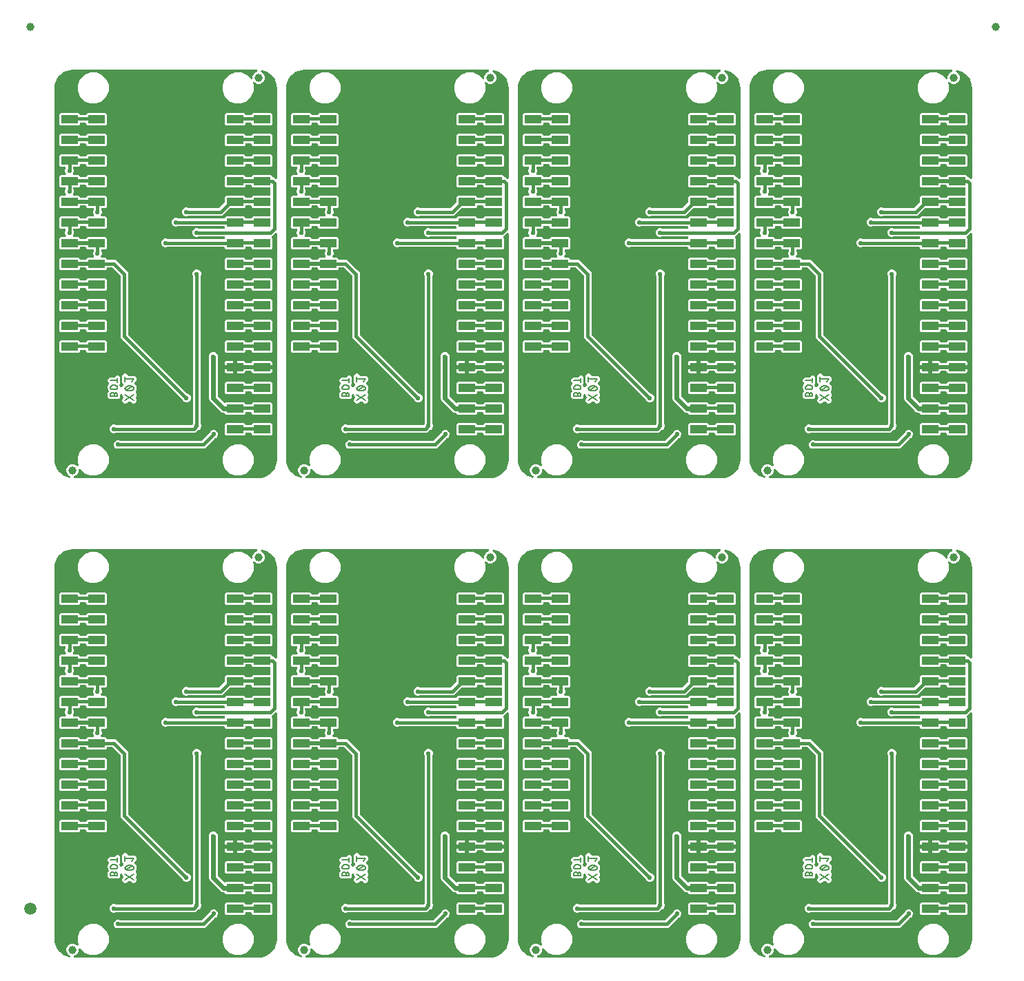
<source format=gbl>
G04 EAGLE Gerber RS-274X export*
G75*
%MOMM*%
%FSLAX34Y34*%
%LPD*%
%INBottom Copper*%
%IPPOS*%
%AMOC8*
5,1,8,0,0,1.08239X$1,22.5*%
G01*
%ADD10C,0.203200*%
%ADD11C,0.152400*%
%ADD12C,1.000000*%
%ADD13R,2.000000X1.000000*%
%ADD14C,1.500000*%
%ADD15C,0.559975*%
%ADD16C,0.406400*%
%ADD17C,0.609600*%

G36*
X1107462Y3051D02*
X1107462Y3051D01*
X1107540Y3053D01*
X1110838Y3312D01*
X1110905Y3326D01*
X1110974Y3330D01*
X1111130Y3370D01*
X1117403Y5409D01*
X1117510Y5459D01*
X1117621Y5503D01*
X1117673Y5535D01*
X1117691Y5544D01*
X1117707Y5557D01*
X1117757Y5589D01*
X1123093Y9466D01*
X1123180Y9547D01*
X1123271Y9623D01*
X1123310Y9670D01*
X1123325Y9684D01*
X1123336Y9701D01*
X1123374Y9747D01*
X1127251Y15083D01*
X1127308Y15187D01*
X1127372Y15287D01*
X1127394Y15344D01*
X1127404Y15362D01*
X1127409Y15381D01*
X1127431Y15437D01*
X1129470Y21710D01*
X1129483Y21778D01*
X1129505Y21843D01*
X1129528Y22002D01*
X1129787Y25300D01*
X1129786Y25322D01*
X1129791Y25400D01*
X1129791Y303650D01*
X1129774Y303788D01*
X1129761Y303927D01*
X1129754Y303946D01*
X1129751Y303966D01*
X1129700Y304095D01*
X1129653Y304226D01*
X1129642Y304243D01*
X1129634Y304261D01*
X1129553Y304374D01*
X1129475Y304489D01*
X1129459Y304502D01*
X1129448Y304519D01*
X1129340Y304608D01*
X1129236Y304699D01*
X1129218Y304709D01*
X1129203Y304722D01*
X1129077Y304781D01*
X1128953Y304844D01*
X1128933Y304849D01*
X1128915Y304857D01*
X1128779Y304883D01*
X1128643Y304914D01*
X1128622Y304913D01*
X1128603Y304917D01*
X1128464Y304908D01*
X1128325Y304904D01*
X1128305Y304898D01*
X1128285Y304897D01*
X1128153Y304854D01*
X1128019Y304816D01*
X1128002Y304805D01*
X1127983Y304799D01*
X1127865Y304725D01*
X1127745Y304654D01*
X1127724Y304636D01*
X1127714Y304629D01*
X1127700Y304614D01*
X1127625Y304548D01*
X1123438Y300361D01*
X1123365Y300267D01*
X1123286Y300178D01*
X1123268Y300142D01*
X1123243Y300110D01*
X1123195Y300000D01*
X1123141Y299894D01*
X1123133Y299855D01*
X1123117Y299818D01*
X1123098Y299700D01*
X1123072Y299584D01*
X1123073Y299544D01*
X1123067Y299504D01*
X1123078Y299385D01*
X1123081Y299266D01*
X1123093Y299227D01*
X1123096Y299187D01*
X1123137Y299075D01*
X1123170Y298961D01*
X1123190Y298926D01*
X1123204Y298888D01*
X1123271Y298789D01*
X1123331Y298687D01*
X1123371Y298642D01*
X1123383Y298625D01*
X1123398Y298611D01*
X1123438Y298566D01*
X1123831Y298173D01*
X1123831Y286027D01*
X1122313Y284509D01*
X1100167Y284509D01*
X1098649Y286027D01*
X1098649Y286240D01*
X1098634Y286358D01*
X1098627Y286477D01*
X1098614Y286515D01*
X1098609Y286556D01*
X1098566Y286666D01*
X1098529Y286779D01*
X1098507Y286814D01*
X1098492Y286851D01*
X1098423Y286947D01*
X1098359Y287048D01*
X1098329Y287076D01*
X1098306Y287109D01*
X1098214Y287185D01*
X1098127Y287266D01*
X1098092Y287286D01*
X1098061Y287311D01*
X1097953Y287362D01*
X1097849Y287420D01*
X1097809Y287430D01*
X1097773Y287447D01*
X1097656Y287469D01*
X1097541Y287499D01*
X1097481Y287503D01*
X1097461Y287507D01*
X1097440Y287505D01*
X1097380Y287509D01*
X1092100Y287509D01*
X1091982Y287494D01*
X1091863Y287487D01*
X1091825Y287474D01*
X1091784Y287469D01*
X1091674Y287426D01*
X1091561Y287389D01*
X1091526Y287367D01*
X1091489Y287352D01*
X1091393Y287283D01*
X1091292Y287219D01*
X1091264Y287189D01*
X1091231Y287166D01*
X1091155Y287074D01*
X1091074Y286987D01*
X1091054Y286952D01*
X1091029Y286921D01*
X1090978Y286813D01*
X1090920Y286709D01*
X1090910Y286669D01*
X1090893Y286633D01*
X1090871Y286516D01*
X1090841Y286401D01*
X1090837Y286341D01*
X1090833Y286321D01*
X1090835Y286300D01*
X1090831Y286240D01*
X1090831Y286027D01*
X1089313Y284509D01*
X1067167Y284509D01*
X1065649Y286027D01*
X1065649Y286258D01*
X1065634Y286376D01*
X1065627Y286495D01*
X1065614Y286533D01*
X1065609Y286574D01*
X1065566Y286684D01*
X1065529Y286797D01*
X1065507Y286832D01*
X1065492Y286869D01*
X1065423Y286965D01*
X1065359Y287066D01*
X1065329Y287094D01*
X1065306Y287127D01*
X1065214Y287203D01*
X1065127Y287284D01*
X1065092Y287304D01*
X1065061Y287329D01*
X1064953Y287380D01*
X1064849Y287438D01*
X1064809Y287448D01*
X1064773Y287465D01*
X1064656Y287487D01*
X1064541Y287517D01*
X1064481Y287521D01*
X1064461Y287525D01*
X1064440Y287523D01*
X1064380Y287527D01*
X996309Y287527D01*
X996299Y287526D01*
X996290Y287527D01*
X996141Y287506D01*
X995993Y287487D01*
X995984Y287484D01*
X995975Y287483D01*
X995823Y287431D01*
X994202Y286759D01*
X992078Y286759D01*
X990115Y287572D01*
X988612Y289075D01*
X987799Y291038D01*
X987799Y293162D01*
X988612Y295125D01*
X990115Y296628D01*
X992078Y297441D01*
X994202Y297441D01*
X995823Y296769D01*
X995832Y296767D01*
X995840Y296762D01*
X995985Y296725D01*
X996130Y296685D01*
X996139Y296685D01*
X996148Y296683D01*
X996309Y296673D01*
X1064380Y296673D01*
X1064498Y296688D01*
X1064617Y296695D01*
X1064655Y296708D01*
X1064696Y296713D01*
X1064806Y296756D01*
X1064919Y296793D01*
X1064954Y296815D01*
X1064991Y296830D01*
X1065087Y296899D01*
X1065188Y296963D01*
X1065216Y296993D01*
X1065249Y297016D01*
X1065325Y297108D01*
X1065406Y297195D01*
X1065426Y297230D01*
X1065451Y297261D01*
X1065502Y297369D01*
X1065560Y297473D01*
X1065570Y297513D01*
X1065587Y297549D01*
X1065609Y297666D01*
X1065639Y297781D01*
X1065643Y297841D01*
X1065647Y297861D01*
X1065645Y297882D01*
X1065649Y297942D01*
X1065649Y298203D01*
X1065711Y298277D01*
X1065719Y298296D01*
X1065732Y298312D01*
X1065787Y298439D01*
X1065846Y298565D01*
X1065850Y298585D01*
X1065858Y298604D01*
X1065880Y298741D01*
X1065906Y298878D01*
X1065905Y298898D01*
X1065908Y298918D01*
X1065895Y299056D01*
X1065886Y299195D01*
X1065880Y299214D01*
X1065878Y299234D01*
X1065831Y299365D01*
X1065788Y299497D01*
X1065777Y299515D01*
X1065770Y299534D01*
X1065692Y299649D01*
X1065618Y299766D01*
X1065603Y299780D01*
X1065592Y299797D01*
X1065488Y299889D01*
X1065386Y299984D01*
X1065369Y299994D01*
X1065353Y300007D01*
X1065230Y300070D01*
X1065108Y300138D01*
X1065088Y300143D01*
X1065070Y300152D01*
X1064934Y300182D01*
X1064800Y300217D01*
X1064772Y300219D01*
X1064760Y300222D01*
X1064739Y300221D01*
X1064639Y300227D01*
X1034409Y300227D01*
X1034399Y300226D01*
X1034390Y300227D01*
X1034241Y300206D01*
X1034093Y300187D01*
X1034084Y300184D01*
X1034075Y300183D01*
X1033923Y300131D01*
X1032302Y299459D01*
X1030178Y299459D01*
X1028215Y300272D01*
X1026712Y301775D01*
X1025899Y303738D01*
X1025899Y305862D01*
X1026712Y307825D01*
X1028215Y309328D01*
X1030178Y310141D01*
X1032302Y310141D01*
X1033923Y309469D01*
X1033932Y309467D01*
X1033940Y309462D01*
X1034085Y309425D01*
X1034230Y309385D01*
X1034239Y309385D01*
X1034248Y309383D01*
X1034409Y309373D01*
X1064539Y309373D01*
X1064677Y309390D01*
X1064816Y309403D01*
X1064835Y309410D01*
X1064855Y309413D01*
X1064984Y309464D01*
X1065115Y309511D01*
X1065132Y309522D01*
X1065150Y309530D01*
X1065263Y309611D01*
X1065378Y309689D01*
X1065391Y309705D01*
X1065408Y309716D01*
X1065497Y309824D01*
X1065589Y309928D01*
X1065598Y309946D01*
X1065611Y309961D01*
X1065670Y310087D01*
X1065733Y310211D01*
X1065738Y310231D01*
X1065746Y310249D01*
X1065772Y310385D01*
X1065803Y310521D01*
X1065802Y310542D01*
X1065806Y310561D01*
X1065797Y310700D01*
X1065793Y310839D01*
X1065787Y310859D01*
X1065786Y310879D01*
X1065743Y311011D01*
X1065705Y311145D01*
X1065694Y311162D01*
X1065688Y311181D01*
X1065649Y311243D01*
X1065649Y311658D01*
X1065634Y311776D01*
X1065627Y311895D01*
X1065614Y311933D01*
X1065609Y311974D01*
X1065566Y312084D01*
X1065529Y312197D01*
X1065507Y312232D01*
X1065492Y312269D01*
X1065423Y312365D01*
X1065359Y312466D01*
X1065329Y312494D01*
X1065306Y312527D01*
X1065214Y312603D01*
X1065127Y312684D01*
X1065092Y312704D01*
X1065061Y312729D01*
X1064953Y312780D01*
X1064849Y312838D01*
X1064809Y312848D01*
X1064773Y312865D01*
X1064656Y312887D01*
X1064541Y312917D01*
X1064481Y312921D01*
X1064461Y312925D01*
X1064440Y312923D01*
X1064380Y312927D01*
X1009009Y312927D01*
X1008999Y312926D01*
X1008990Y312927D01*
X1008841Y312906D01*
X1008693Y312887D01*
X1008684Y312884D01*
X1008675Y312883D01*
X1008523Y312831D01*
X1006902Y312159D01*
X1004778Y312159D01*
X1002815Y312972D01*
X1001312Y314475D01*
X1000499Y316438D01*
X1000499Y318562D01*
X1001312Y320525D01*
X1002815Y322028D01*
X1004778Y322841D01*
X1006902Y322841D01*
X1008523Y322169D01*
X1008532Y322167D01*
X1008540Y322162D01*
X1008685Y322125D01*
X1008830Y322085D01*
X1008839Y322085D01*
X1008848Y322083D01*
X1009009Y322073D01*
X1064380Y322073D01*
X1064498Y322088D01*
X1064617Y322095D01*
X1064655Y322108D01*
X1064696Y322113D01*
X1064806Y322156D01*
X1064919Y322193D01*
X1064954Y322215D01*
X1064991Y322230D01*
X1065087Y322299D01*
X1065188Y322363D01*
X1065216Y322393D01*
X1065249Y322416D01*
X1065325Y322508D01*
X1065406Y322595D01*
X1065426Y322630D01*
X1065451Y322661D01*
X1065502Y322769D01*
X1065560Y322873D01*
X1065570Y322913D01*
X1065587Y322949D01*
X1065609Y323066D01*
X1065639Y323181D01*
X1065643Y323241D01*
X1065647Y323261D01*
X1065645Y323282D01*
X1065649Y323342D01*
X1065649Y323522D01*
X1067168Y325041D01*
X1089272Y325041D01*
X1090831Y323482D01*
X1090831Y323260D01*
X1090846Y323142D01*
X1090853Y323023D01*
X1090866Y322985D01*
X1090871Y322944D01*
X1090915Y322833D01*
X1090951Y322721D01*
X1090973Y322686D01*
X1090988Y322649D01*
X1091057Y322553D01*
X1091121Y322452D01*
X1091151Y322424D01*
X1091174Y322391D01*
X1091266Y322315D01*
X1091353Y322234D01*
X1091388Y322214D01*
X1091419Y322189D01*
X1091527Y322138D01*
X1091631Y322080D01*
X1091671Y322070D01*
X1091707Y322053D01*
X1091824Y322031D01*
X1091939Y322001D01*
X1091999Y321997D01*
X1092019Y321993D01*
X1092040Y321995D01*
X1092100Y321991D01*
X1097380Y321991D01*
X1097498Y322006D01*
X1097617Y322013D01*
X1097655Y322026D01*
X1097696Y322031D01*
X1097806Y322074D01*
X1097919Y322111D01*
X1097954Y322133D01*
X1097991Y322148D01*
X1098087Y322217D01*
X1098188Y322281D01*
X1098216Y322311D01*
X1098249Y322334D01*
X1098325Y322426D01*
X1098406Y322513D01*
X1098426Y322548D01*
X1098451Y322579D01*
X1098502Y322687D01*
X1098560Y322791D01*
X1098570Y322831D01*
X1098587Y322867D01*
X1098609Y322984D01*
X1098639Y323099D01*
X1098643Y323159D01*
X1098647Y323179D01*
X1098645Y323200D01*
X1098649Y323260D01*
X1098649Y323473D01*
X1100167Y324991D01*
X1120648Y324991D01*
X1120766Y325006D01*
X1120885Y325013D01*
X1120923Y325026D01*
X1120964Y325031D01*
X1121074Y325074D01*
X1121187Y325111D01*
X1121222Y325133D01*
X1121259Y325148D01*
X1121355Y325217D01*
X1121456Y325281D01*
X1121484Y325311D01*
X1121517Y325334D01*
X1121593Y325426D01*
X1121674Y325513D01*
X1121694Y325548D01*
X1121719Y325579D01*
X1121770Y325687D01*
X1121828Y325791D01*
X1121838Y325831D01*
X1121855Y325867D01*
X1121877Y325984D01*
X1121907Y326099D01*
X1121911Y326159D01*
X1121915Y326179D01*
X1121913Y326200D01*
X1121917Y326260D01*
X1121917Y334040D01*
X1121902Y334158D01*
X1121895Y334277D01*
X1121882Y334315D01*
X1121877Y334356D01*
X1121834Y334466D01*
X1121797Y334579D01*
X1121775Y334614D01*
X1121760Y334651D01*
X1121691Y334747D01*
X1121627Y334848D01*
X1121597Y334876D01*
X1121574Y334909D01*
X1121482Y334985D01*
X1121395Y335066D01*
X1121360Y335086D01*
X1121329Y335111D01*
X1121221Y335162D01*
X1121117Y335220D01*
X1121077Y335230D01*
X1121041Y335247D01*
X1120924Y335269D01*
X1120809Y335299D01*
X1120749Y335303D01*
X1120729Y335307D01*
X1120708Y335305D01*
X1120648Y335309D01*
X1100167Y335309D01*
X1098649Y336827D01*
X1098649Y337040D01*
X1098634Y337158D01*
X1098627Y337277D01*
X1098614Y337315D01*
X1098609Y337356D01*
X1098566Y337466D01*
X1098529Y337579D01*
X1098507Y337614D01*
X1098492Y337651D01*
X1098423Y337747D01*
X1098359Y337848D01*
X1098329Y337876D01*
X1098306Y337909D01*
X1098214Y337985D01*
X1098127Y338066D01*
X1098092Y338086D01*
X1098061Y338111D01*
X1097953Y338162D01*
X1097849Y338220D01*
X1097809Y338230D01*
X1097773Y338247D01*
X1097656Y338269D01*
X1097541Y338299D01*
X1097481Y338303D01*
X1097461Y338307D01*
X1097440Y338305D01*
X1097380Y338309D01*
X1092100Y338309D01*
X1091982Y338294D01*
X1091863Y338287D01*
X1091825Y338274D01*
X1091784Y338269D01*
X1091674Y338226D01*
X1091561Y338189D01*
X1091526Y338167D01*
X1091489Y338152D01*
X1091393Y338083D01*
X1091292Y338019D01*
X1091264Y337989D01*
X1091231Y337966D01*
X1091155Y337874D01*
X1091074Y337787D01*
X1091054Y337752D01*
X1091029Y337721D01*
X1090978Y337613D01*
X1090920Y337509D01*
X1090910Y337469D01*
X1090893Y337433D01*
X1090871Y337316D01*
X1090841Y337201D01*
X1090837Y337141D01*
X1090833Y337121D01*
X1090835Y337100D01*
X1090831Y337040D01*
X1090831Y336827D01*
X1089313Y335309D01*
X1072562Y335309D01*
X1072464Y335297D01*
X1072365Y335294D01*
X1072306Y335277D01*
X1072246Y335269D01*
X1072154Y335233D01*
X1072059Y335205D01*
X1072007Y335175D01*
X1071951Y335152D01*
X1071871Y335094D01*
X1071785Y335044D01*
X1071710Y334978D01*
X1071693Y334966D01*
X1071685Y334956D01*
X1071664Y334938D01*
X1062354Y325627D01*
X1021709Y325627D01*
X1021699Y325626D01*
X1021690Y325627D01*
X1021541Y325606D01*
X1021393Y325587D01*
X1021384Y325584D01*
X1021375Y325583D01*
X1021223Y325531D01*
X1019602Y324859D01*
X1017478Y324859D01*
X1015515Y325672D01*
X1014012Y327175D01*
X1013199Y329138D01*
X1013199Y331262D01*
X1014012Y333225D01*
X1015515Y334728D01*
X1017478Y335541D01*
X1019602Y335541D01*
X1021223Y334869D01*
X1021232Y334867D01*
X1021240Y334862D01*
X1021385Y334825D01*
X1021530Y334785D01*
X1021539Y334785D01*
X1021548Y334783D01*
X1021709Y334773D01*
X1058040Y334773D01*
X1058138Y334785D01*
X1058237Y334788D01*
X1058296Y334805D01*
X1058356Y334813D01*
X1058448Y334849D01*
X1058543Y334877D01*
X1058595Y334907D01*
X1058651Y334930D01*
X1058731Y334988D01*
X1058817Y335038D01*
X1058892Y335104D01*
X1058909Y335116D01*
X1058917Y335126D01*
X1058938Y335144D01*
X1065278Y341484D01*
X1065338Y341563D01*
X1065406Y341635D01*
X1065435Y341688D01*
X1065472Y341736D01*
X1065512Y341827D01*
X1065560Y341913D01*
X1065575Y341972D01*
X1065599Y342027D01*
X1065614Y342125D01*
X1065639Y342221D01*
X1065645Y342321D01*
X1065649Y342342D01*
X1065647Y342354D01*
X1065649Y342382D01*
X1065649Y348973D01*
X1067167Y350491D01*
X1089313Y350491D01*
X1090831Y348973D01*
X1090831Y348760D01*
X1090846Y348642D01*
X1090853Y348523D01*
X1090866Y348485D01*
X1090871Y348444D01*
X1090915Y348333D01*
X1090951Y348221D01*
X1090973Y348186D01*
X1090988Y348149D01*
X1091057Y348053D01*
X1091121Y347952D01*
X1091151Y347924D01*
X1091174Y347891D01*
X1091266Y347815D01*
X1091353Y347734D01*
X1091388Y347714D01*
X1091419Y347689D01*
X1091527Y347638D01*
X1091631Y347580D01*
X1091671Y347570D01*
X1091707Y347553D01*
X1091824Y347531D01*
X1091939Y347501D01*
X1091999Y347497D01*
X1092019Y347493D01*
X1092040Y347495D01*
X1092100Y347491D01*
X1097380Y347491D01*
X1097498Y347506D01*
X1097617Y347513D01*
X1097655Y347526D01*
X1097696Y347531D01*
X1097806Y347574D01*
X1097919Y347611D01*
X1097954Y347633D01*
X1097991Y347648D01*
X1098087Y347717D01*
X1098188Y347781D01*
X1098216Y347811D01*
X1098249Y347834D01*
X1098325Y347926D01*
X1098406Y348013D01*
X1098426Y348048D01*
X1098451Y348079D01*
X1098502Y348187D01*
X1098560Y348291D01*
X1098570Y348331D01*
X1098587Y348367D01*
X1098609Y348484D01*
X1098639Y348599D01*
X1098643Y348659D01*
X1098647Y348679D01*
X1098645Y348700D01*
X1098649Y348760D01*
X1098649Y348973D01*
X1100167Y350491D01*
X1120648Y350491D01*
X1120766Y350506D01*
X1120885Y350513D01*
X1120923Y350526D01*
X1120964Y350531D01*
X1121074Y350574D01*
X1121187Y350611D01*
X1121222Y350633D01*
X1121259Y350648D01*
X1121355Y350717D01*
X1121456Y350781D01*
X1121484Y350811D01*
X1121517Y350834D01*
X1121593Y350926D01*
X1121674Y351013D01*
X1121694Y351048D01*
X1121719Y351079D01*
X1121770Y351187D01*
X1121828Y351291D01*
X1121838Y351331D01*
X1121855Y351367D01*
X1121877Y351484D01*
X1121907Y351599D01*
X1121911Y351659D01*
X1121915Y351679D01*
X1121913Y351700D01*
X1121917Y351760D01*
X1121917Y359440D01*
X1121902Y359558D01*
X1121895Y359677D01*
X1121882Y359715D01*
X1121877Y359756D01*
X1121834Y359866D01*
X1121797Y359979D01*
X1121775Y360014D01*
X1121760Y360051D01*
X1121691Y360147D01*
X1121627Y360248D01*
X1121597Y360276D01*
X1121574Y360309D01*
X1121482Y360385D01*
X1121395Y360466D01*
X1121360Y360486D01*
X1121329Y360511D01*
X1121221Y360562D01*
X1121117Y360620D01*
X1121077Y360630D01*
X1121041Y360647D01*
X1120924Y360669D01*
X1120809Y360699D01*
X1120749Y360703D01*
X1120729Y360707D01*
X1120708Y360705D01*
X1120648Y360709D01*
X1100167Y360709D01*
X1098649Y362227D01*
X1098649Y362440D01*
X1098634Y362558D01*
X1098627Y362677D01*
X1098614Y362715D01*
X1098609Y362756D01*
X1098566Y362866D01*
X1098529Y362979D01*
X1098507Y363014D01*
X1098492Y363051D01*
X1098423Y363147D01*
X1098359Y363248D01*
X1098329Y363276D01*
X1098306Y363309D01*
X1098214Y363385D01*
X1098127Y363466D01*
X1098092Y363486D01*
X1098061Y363511D01*
X1097953Y363562D01*
X1097849Y363620D01*
X1097809Y363630D01*
X1097773Y363647D01*
X1097656Y363669D01*
X1097541Y363699D01*
X1097481Y363703D01*
X1097461Y363707D01*
X1097440Y363705D01*
X1097380Y363709D01*
X1092100Y363709D01*
X1091982Y363694D01*
X1091863Y363687D01*
X1091825Y363674D01*
X1091784Y363669D01*
X1091674Y363626D01*
X1091561Y363589D01*
X1091526Y363567D01*
X1091489Y363552D01*
X1091393Y363483D01*
X1091292Y363419D01*
X1091264Y363389D01*
X1091231Y363366D01*
X1091155Y363274D01*
X1091074Y363187D01*
X1091054Y363152D01*
X1091029Y363121D01*
X1090978Y363013D01*
X1090920Y362909D01*
X1090910Y362869D01*
X1090893Y362833D01*
X1090871Y362716D01*
X1090841Y362601D01*
X1090837Y362541D01*
X1090833Y362521D01*
X1090835Y362500D01*
X1090831Y362440D01*
X1090831Y362227D01*
X1089313Y360709D01*
X1067167Y360709D01*
X1065649Y362227D01*
X1065649Y374373D01*
X1067167Y375891D01*
X1089313Y375891D01*
X1090831Y374373D01*
X1090831Y374160D01*
X1090846Y374042D01*
X1090853Y373923D01*
X1090866Y373885D01*
X1090871Y373844D01*
X1090915Y373733D01*
X1090951Y373621D01*
X1090973Y373586D01*
X1090988Y373549D01*
X1091057Y373453D01*
X1091121Y373352D01*
X1091151Y373324D01*
X1091174Y373291D01*
X1091266Y373215D01*
X1091353Y373134D01*
X1091388Y373114D01*
X1091419Y373089D01*
X1091527Y373038D01*
X1091631Y372980D01*
X1091671Y372970D01*
X1091707Y372953D01*
X1091824Y372931D01*
X1091939Y372901D01*
X1091999Y372897D01*
X1092019Y372893D01*
X1092040Y372895D01*
X1092100Y372891D01*
X1097380Y372891D01*
X1097498Y372906D01*
X1097617Y372913D01*
X1097655Y372926D01*
X1097696Y372931D01*
X1097806Y372974D01*
X1097919Y373011D01*
X1097954Y373033D01*
X1097991Y373048D01*
X1098087Y373117D01*
X1098188Y373181D01*
X1098216Y373211D01*
X1098249Y373234D01*
X1098325Y373326D01*
X1098406Y373413D01*
X1098426Y373448D01*
X1098451Y373479D01*
X1098502Y373587D01*
X1098560Y373691D01*
X1098570Y373731D01*
X1098587Y373767D01*
X1098609Y373884D01*
X1098639Y373999D01*
X1098643Y374059D01*
X1098647Y374079D01*
X1098645Y374100D01*
X1098649Y374160D01*
X1098649Y374373D01*
X1100167Y375891D01*
X1122313Y375891D01*
X1123831Y374373D01*
X1123831Y374142D01*
X1123846Y374024D01*
X1123853Y373905D01*
X1123866Y373867D01*
X1123871Y373826D01*
X1123914Y373716D01*
X1123951Y373603D01*
X1123973Y373568D01*
X1123988Y373531D01*
X1124057Y373435D01*
X1124121Y373334D01*
X1124151Y373306D01*
X1124174Y373273D01*
X1124266Y373197D01*
X1124353Y373116D01*
X1124388Y373096D01*
X1124419Y373071D01*
X1124527Y373020D01*
X1124631Y372962D01*
X1124671Y372952D01*
X1124707Y372935D01*
X1124824Y372913D01*
X1124939Y372883D01*
X1124999Y372879D01*
X1125019Y372875D01*
X1125040Y372877D01*
X1125100Y372873D01*
X1125844Y372873D01*
X1127625Y371092D01*
X1127734Y371007D01*
X1127841Y370918D01*
X1127860Y370910D01*
X1127876Y370897D01*
X1128004Y370842D01*
X1128129Y370783D01*
X1128149Y370779D01*
X1128168Y370771D01*
X1128306Y370749D01*
X1128442Y370723D01*
X1128462Y370724D01*
X1128482Y370721D01*
X1128621Y370734D01*
X1128759Y370743D01*
X1128778Y370749D01*
X1128798Y370751D01*
X1128930Y370798D01*
X1129061Y370841D01*
X1129079Y370852D01*
X1129098Y370859D01*
X1129213Y370937D01*
X1129330Y371011D01*
X1129344Y371026D01*
X1129361Y371037D01*
X1129453Y371141D01*
X1129548Y371243D01*
X1129558Y371260D01*
X1129571Y371276D01*
X1129635Y371400D01*
X1129702Y371521D01*
X1129707Y371541D01*
X1129716Y371559D01*
X1129746Y371695D01*
X1129781Y371829D01*
X1129783Y371857D01*
X1129786Y371869D01*
X1129785Y371890D01*
X1129791Y371990D01*
X1129791Y482600D01*
X1129789Y482622D01*
X1129787Y482700D01*
X1129528Y485998D01*
X1129514Y486065D01*
X1129510Y486134D01*
X1129470Y486290D01*
X1127431Y492563D01*
X1127381Y492671D01*
X1127337Y492781D01*
X1127305Y492832D01*
X1127296Y492851D01*
X1127283Y492867D01*
X1127251Y492917D01*
X1123374Y498253D01*
X1123293Y498340D01*
X1123217Y498431D01*
X1123170Y498470D01*
X1123156Y498485D01*
X1123139Y498496D01*
X1123093Y498534D01*
X1117757Y502411D01*
X1117653Y502468D01*
X1117553Y502532D01*
X1117496Y502554D01*
X1117478Y502564D01*
X1117459Y502569D01*
X1117403Y502591D01*
X1111660Y504457D01*
X1111552Y504478D01*
X1111447Y504507D01*
X1111397Y504508D01*
X1111348Y504517D01*
X1111238Y504510D01*
X1111129Y504512D01*
X1111080Y504500D01*
X1111030Y504497D01*
X1110926Y504463D01*
X1110819Y504438D01*
X1110775Y504414D01*
X1110728Y504399D01*
X1110635Y504340D01*
X1110538Y504289D01*
X1110501Y504255D01*
X1110459Y504229D01*
X1110384Y504149D01*
X1110303Y504075D01*
X1110275Y504033D01*
X1110241Y503997D01*
X1110189Y503901D01*
X1110128Y503809D01*
X1110112Y503762D01*
X1110088Y503718D01*
X1110061Y503612D01*
X1110025Y503509D01*
X1110021Y503459D01*
X1110009Y503410D01*
X1110008Y503301D01*
X1110000Y503192D01*
X1110008Y503142D01*
X1110008Y503092D01*
X1110035Y502986D01*
X1110054Y502878D01*
X1110075Y502833D01*
X1110087Y502784D01*
X1110140Y502688D01*
X1110185Y502588D01*
X1110216Y502549D01*
X1110240Y502505D01*
X1110315Y502425D01*
X1110383Y502340D01*
X1110423Y502310D01*
X1110458Y502273D01*
X1110550Y502215D01*
X1110637Y502149D01*
X1110707Y502114D01*
X1110726Y502103D01*
X1110754Y502091D01*
X1110782Y502078D01*
X1111711Y501693D01*
X1113833Y499571D01*
X1114981Y496800D01*
X1114981Y493800D01*
X1113833Y491029D01*
X1111711Y488907D01*
X1108940Y487759D01*
X1105940Y487759D01*
X1103169Y488907D01*
X1102353Y489723D01*
X1102298Y489765D01*
X1102249Y489816D01*
X1102173Y489863D01*
X1102102Y489918D01*
X1102038Y489945D01*
X1101978Y489982D01*
X1101892Y490008D01*
X1101810Y490044D01*
X1101741Y490055D01*
X1101674Y490075D01*
X1101585Y490080D01*
X1101496Y490094D01*
X1101426Y490087D01*
X1101357Y490091D01*
X1101269Y490072D01*
X1101179Y490064D01*
X1101113Y490040D01*
X1101045Y490026D01*
X1100965Y489987D01*
X1100880Y489956D01*
X1100822Y489917D01*
X1100760Y489887D01*
X1100691Y489828D01*
X1100617Y489778D01*
X1100571Y489726D01*
X1100518Y489680D01*
X1100466Y489607D01*
X1100406Y489539D01*
X1100375Y489477D01*
X1100334Y489420D01*
X1100303Y489336D01*
X1100262Y489256D01*
X1100246Y489188D01*
X1100222Y489123D01*
X1100212Y489033D01*
X1100192Y488946D01*
X1100194Y488876D01*
X1100186Y488807D01*
X1100199Y488718D01*
X1100202Y488628D01*
X1100221Y488561D01*
X1100231Y488492D01*
X1100283Y488340D01*
X1101091Y486389D01*
X1101091Y478811D01*
X1098190Y471809D01*
X1092831Y466450D01*
X1085829Y463549D01*
X1078251Y463549D01*
X1071249Y466450D01*
X1065890Y471809D01*
X1062989Y478811D01*
X1062989Y486389D01*
X1065890Y493391D01*
X1071249Y498750D01*
X1078251Y501651D01*
X1085829Y501651D01*
X1092831Y498750D01*
X1097733Y493849D01*
X1097842Y493764D01*
X1097949Y493675D01*
X1097968Y493667D01*
X1097984Y493654D01*
X1098112Y493599D01*
X1098237Y493540D01*
X1098257Y493536D01*
X1098276Y493528D01*
X1098414Y493506D01*
X1098550Y493480D01*
X1098570Y493481D01*
X1098590Y493478D01*
X1098729Y493491D01*
X1098867Y493500D01*
X1098886Y493506D01*
X1098906Y493508D01*
X1099038Y493555D01*
X1099169Y493598D01*
X1099187Y493609D01*
X1099206Y493616D01*
X1099321Y493694D01*
X1099438Y493768D01*
X1099452Y493783D01*
X1099469Y493794D01*
X1099561Y493898D01*
X1099656Y494000D01*
X1099666Y494017D01*
X1099679Y494033D01*
X1099743Y494157D01*
X1099810Y494278D01*
X1099815Y494298D01*
X1099824Y494316D01*
X1099854Y494452D01*
X1099889Y494586D01*
X1099891Y494614D01*
X1099894Y494626D01*
X1099893Y494647D01*
X1099899Y494747D01*
X1099899Y496800D01*
X1101047Y499571D01*
X1103169Y501693D01*
X1105140Y502509D01*
X1105201Y502544D01*
X1105266Y502570D01*
X1105338Y502622D01*
X1105416Y502667D01*
X1105467Y502715D01*
X1105523Y502756D01*
X1105580Y502826D01*
X1105645Y502888D01*
X1105681Y502948D01*
X1105726Y503001D01*
X1105764Y503083D01*
X1105811Y503159D01*
X1105832Y503226D01*
X1105861Y503289D01*
X1105878Y503377D01*
X1105905Y503463D01*
X1105908Y503533D01*
X1105921Y503602D01*
X1105916Y503691D01*
X1105920Y503781D01*
X1105906Y503849D01*
X1105901Y503919D01*
X1105874Y504004D01*
X1105856Y504092D01*
X1105825Y504155D01*
X1105803Y504221D01*
X1105755Y504297D01*
X1105716Y504378D01*
X1105671Y504431D01*
X1105633Y504490D01*
X1105568Y504552D01*
X1105509Y504620D01*
X1105452Y504660D01*
X1105402Y504708D01*
X1105323Y504751D01*
X1105249Y504803D01*
X1105184Y504828D01*
X1105123Y504862D01*
X1105036Y504884D01*
X1104952Y504916D01*
X1104883Y504924D01*
X1104815Y504941D01*
X1104654Y504951D01*
X878840Y504951D01*
X878818Y504949D01*
X878740Y504947D01*
X875442Y504688D01*
X875375Y504674D01*
X875306Y504670D01*
X875150Y504630D01*
X868877Y502591D01*
X868770Y502541D01*
X868659Y502497D01*
X868607Y502465D01*
X868589Y502456D01*
X868573Y502443D01*
X868523Y502411D01*
X863187Y498534D01*
X863100Y498453D01*
X863009Y498377D01*
X862970Y498330D01*
X862955Y498316D01*
X862944Y498299D01*
X862906Y498253D01*
X859029Y492917D01*
X858972Y492813D01*
X858908Y492713D01*
X858886Y492656D01*
X858876Y492638D01*
X858871Y492619D01*
X858849Y492563D01*
X856810Y486290D01*
X856797Y486222D01*
X856775Y486157D01*
X856752Y485998D01*
X856493Y482700D01*
X856494Y482678D01*
X856489Y482600D01*
X856489Y25400D01*
X856491Y25378D01*
X856493Y25300D01*
X856752Y22002D01*
X856766Y21935D01*
X856770Y21866D01*
X856810Y21710D01*
X858849Y15437D01*
X858899Y15330D01*
X858943Y15219D01*
X858975Y15167D01*
X858984Y15149D01*
X858997Y15133D01*
X859029Y15083D01*
X862906Y9747D01*
X862987Y9660D01*
X863063Y9569D01*
X863110Y9530D01*
X863124Y9515D01*
X863141Y9504D01*
X863187Y9466D01*
X868523Y5589D01*
X868627Y5532D01*
X868727Y5468D01*
X868784Y5446D01*
X868802Y5436D01*
X868821Y5431D01*
X868877Y5409D01*
X874620Y3543D01*
X874728Y3522D01*
X874833Y3493D01*
X874883Y3492D01*
X874932Y3483D01*
X875042Y3490D01*
X875151Y3488D01*
X875200Y3500D01*
X875250Y3503D01*
X875354Y3537D01*
X875461Y3562D01*
X875505Y3586D01*
X875552Y3601D01*
X875645Y3660D01*
X875742Y3711D01*
X875779Y3745D01*
X875821Y3771D01*
X875896Y3851D01*
X875977Y3925D01*
X876004Y3967D01*
X876039Y4003D01*
X876092Y4099D01*
X876152Y4191D01*
X876168Y4238D01*
X876192Y4282D01*
X876219Y4388D01*
X876255Y4491D01*
X876259Y4541D01*
X876271Y4590D01*
X876271Y4699D01*
X876280Y4808D01*
X876272Y4858D01*
X876272Y4908D01*
X876245Y5014D01*
X876226Y5122D01*
X876205Y5167D01*
X876193Y5216D01*
X876140Y5312D01*
X876095Y5412D01*
X876064Y5451D01*
X876040Y5495D01*
X875965Y5574D01*
X875897Y5660D01*
X875857Y5690D01*
X875822Y5727D01*
X875730Y5785D01*
X875643Y5851D01*
X875572Y5886D01*
X875554Y5897D01*
X875526Y5909D01*
X875498Y5922D01*
X874568Y6307D01*
X872447Y8429D01*
X871299Y11200D01*
X871299Y14200D01*
X872447Y16971D01*
X874569Y19093D01*
X877340Y20241D01*
X880340Y20241D01*
X883111Y19093D01*
X883927Y18277D01*
X883982Y18235D01*
X884031Y18184D01*
X884107Y18137D01*
X884178Y18082D01*
X884242Y18055D01*
X884302Y18018D01*
X884388Y17992D01*
X884470Y17956D01*
X884539Y17945D01*
X884606Y17925D01*
X884695Y17920D01*
X884784Y17906D01*
X884854Y17913D01*
X884923Y17909D01*
X885011Y17928D01*
X885101Y17936D01*
X885167Y17960D01*
X885235Y17974D01*
X885315Y18013D01*
X885400Y18044D01*
X885458Y18083D01*
X885520Y18113D01*
X885589Y18172D01*
X885663Y18222D01*
X885709Y18274D01*
X885762Y18320D01*
X885814Y18393D01*
X885874Y18461D01*
X885905Y18523D01*
X885946Y18580D01*
X885977Y18664D01*
X886018Y18744D01*
X886034Y18812D01*
X886058Y18877D01*
X886068Y18967D01*
X886088Y19054D01*
X886086Y19124D01*
X886094Y19193D01*
X886081Y19282D01*
X886078Y19372D01*
X886059Y19439D01*
X886049Y19508D01*
X885997Y19660D01*
X885189Y21611D01*
X885189Y29189D01*
X888090Y36191D01*
X893449Y41550D01*
X900451Y44451D01*
X908029Y44451D01*
X915031Y41550D01*
X920390Y36191D01*
X923291Y29189D01*
X923291Y21611D01*
X920390Y14609D01*
X915031Y9250D01*
X908029Y6349D01*
X900451Y6349D01*
X893449Y9250D01*
X888547Y14151D01*
X888451Y14226D01*
X888448Y14229D01*
X888445Y14230D01*
X888438Y14236D01*
X888331Y14325D01*
X888312Y14333D01*
X888296Y14346D01*
X888168Y14401D01*
X888043Y14460D01*
X888023Y14464D01*
X888004Y14472D01*
X887866Y14494D01*
X887730Y14520D01*
X887710Y14519D01*
X887690Y14522D01*
X887551Y14509D01*
X887413Y14500D01*
X887394Y14494D01*
X887374Y14492D01*
X887242Y14445D01*
X887111Y14402D01*
X887093Y14391D01*
X887074Y14384D01*
X886959Y14306D01*
X886842Y14232D01*
X886828Y14217D01*
X886811Y14206D01*
X886719Y14102D01*
X886624Y14000D01*
X886614Y13983D01*
X886601Y13967D01*
X886537Y13843D01*
X886470Y13722D01*
X886465Y13702D01*
X886456Y13684D01*
X886426Y13548D01*
X886391Y13414D01*
X886389Y13386D01*
X886386Y13374D01*
X886387Y13353D01*
X886381Y13253D01*
X886381Y11200D01*
X885233Y8429D01*
X883111Y6307D01*
X881140Y5491D01*
X881079Y5456D01*
X881014Y5430D01*
X880942Y5378D01*
X880864Y5333D01*
X880813Y5285D01*
X880757Y5244D01*
X880700Y5174D01*
X880635Y5112D01*
X880599Y5052D01*
X880554Y4999D01*
X880516Y4917D01*
X880469Y4841D01*
X880448Y4774D01*
X880419Y4711D01*
X880402Y4623D01*
X880375Y4537D01*
X880372Y4467D01*
X880359Y4398D01*
X880364Y4309D01*
X880360Y4219D01*
X880374Y4151D01*
X880379Y4081D01*
X880406Y3996D01*
X880424Y3908D01*
X880455Y3845D01*
X880477Y3779D01*
X880525Y3703D01*
X880564Y3622D01*
X880609Y3569D01*
X880647Y3510D01*
X880712Y3448D01*
X880771Y3380D01*
X880828Y3340D01*
X880878Y3292D01*
X880957Y3249D01*
X881031Y3197D01*
X881096Y3172D01*
X881157Y3138D01*
X881244Y3116D01*
X881328Y3084D01*
X881397Y3076D01*
X881465Y3059D01*
X881626Y3049D01*
X1107440Y3049D01*
X1107462Y3051D01*
G37*
G36*
X822982Y592331D02*
X822982Y592331D01*
X823060Y592333D01*
X826358Y592592D01*
X826425Y592606D01*
X826494Y592610D01*
X826650Y592650D01*
X832923Y594689D01*
X833030Y594739D01*
X833141Y594783D01*
X833193Y594815D01*
X833211Y594824D01*
X833227Y594837D01*
X833277Y594869D01*
X838613Y598746D01*
X838700Y598827D01*
X838791Y598903D01*
X838830Y598950D01*
X838845Y598964D01*
X838856Y598981D01*
X838894Y599027D01*
X842771Y604363D01*
X842790Y604398D01*
X842816Y604428D01*
X842849Y604500D01*
X842892Y604567D01*
X842914Y604624D01*
X842924Y604642D01*
X842929Y604661D01*
X842951Y604716D01*
X842951Y604717D01*
X844990Y610990D01*
X845003Y611058D01*
X845025Y611123D01*
X845048Y611282D01*
X845307Y614580D01*
X845306Y614602D01*
X845311Y614680D01*
X845311Y892930D01*
X845294Y893068D01*
X845281Y893207D01*
X845274Y893226D01*
X845271Y893246D01*
X845220Y893375D01*
X845173Y893506D01*
X845162Y893523D01*
X845154Y893541D01*
X845073Y893654D01*
X844995Y893769D01*
X844979Y893782D01*
X844968Y893799D01*
X844860Y893888D01*
X844756Y893979D01*
X844738Y893989D01*
X844723Y894002D01*
X844597Y894061D01*
X844473Y894124D01*
X844453Y894129D01*
X844435Y894137D01*
X844299Y894163D01*
X844163Y894194D01*
X844142Y894193D01*
X844123Y894197D01*
X843984Y894188D01*
X843845Y894184D01*
X843825Y894178D01*
X843805Y894177D01*
X843673Y894134D01*
X843539Y894096D01*
X843522Y894085D01*
X843503Y894079D01*
X843385Y894005D01*
X843265Y893934D01*
X843244Y893916D01*
X843234Y893909D01*
X843220Y893894D01*
X843145Y893828D01*
X838958Y889641D01*
X838885Y889547D01*
X838806Y889458D01*
X838788Y889422D01*
X838763Y889390D01*
X838715Y889280D01*
X838661Y889174D01*
X838653Y889135D01*
X838637Y889098D01*
X838618Y888980D01*
X838592Y888864D01*
X838593Y888824D01*
X838587Y888784D01*
X838598Y888665D01*
X838601Y888546D01*
X838613Y888507D01*
X838616Y888467D01*
X838657Y888355D01*
X838690Y888241D01*
X838710Y888206D01*
X838724Y888168D01*
X838791Y888069D01*
X838851Y887967D01*
X838891Y887922D01*
X838903Y887905D01*
X838918Y887891D01*
X838958Y887846D01*
X839351Y887453D01*
X839351Y875307D01*
X837833Y873789D01*
X815687Y873789D01*
X814169Y875307D01*
X814169Y875520D01*
X814154Y875638D01*
X814147Y875757D01*
X814134Y875795D01*
X814129Y875836D01*
X814086Y875946D01*
X814049Y876059D01*
X814027Y876094D01*
X814012Y876131D01*
X813943Y876227D01*
X813879Y876328D01*
X813849Y876356D01*
X813826Y876389D01*
X813734Y876465D01*
X813647Y876546D01*
X813612Y876566D01*
X813581Y876591D01*
X813473Y876642D01*
X813369Y876700D01*
X813329Y876710D01*
X813293Y876727D01*
X813176Y876749D01*
X813061Y876779D01*
X813001Y876783D01*
X812981Y876787D01*
X812960Y876785D01*
X812900Y876789D01*
X807620Y876789D01*
X807502Y876774D01*
X807383Y876767D01*
X807345Y876754D01*
X807304Y876749D01*
X807194Y876706D01*
X807081Y876669D01*
X807046Y876647D01*
X807009Y876632D01*
X806913Y876563D01*
X806812Y876499D01*
X806784Y876469D01*
X806751Y876446D01*
X806675Y876354D01*
X806594Y876267D01*
X806574Y876232D01*
X806549Y876201D01*
X806498Y876093D01*
X806440Y875989D01*
X806430Y875949D01*
X806413Y875913D01*
X806391Y875796D01*
X806361Y875681D01*
X806357Y875621D01*
X806353Y875601D01*
X806355Y875580D01*
X806351Y875520D01*
X806351Y875307D01*
X804833Y873789D01*
X782687Y873789D01*
X781169Y875307D01*
X781169Y875538D01*
X781154Y875656D01*
X781147Y875775D01*
X781134Y875813D01*
X781129Y875854D01*
X781086Y875964D01*
X781049Y876077D01*
X781027Y876112D01*
X781012Y876149D01*
X780943Y876245D01*
X780879Y876346D01*
X780849Y876374D01*
X780826Y876407D01*
X780734Y876483D01*
X780647Y876564D01*
X780612Y876584D01*
X780581Y876609D01*
X780473Y876660D01*
X780369Y876718D01*
X780329Y876728D01*
X780293Y876745D01*
X780176Y876767D01*
X780061Y876797D01*
X780001Y876801D01*
X779981Y876805D01*
X779960Y876803D01*
X779900Y876807D01*
X711829Y876807D01*
X711819Y876806D01*
X711810Y876807D01*
X711662Y876786D01*
X711513Y876767D01*
X711504Y876764D01*
X711495Y876763D01*
X711343Y876711D01*
X709722Y876039D01*
X707598Y876039D01*
X705635Y876852D01*
X704132Y878355D01*
X703319Y880318D01*
X703319Y882442D01*
X704132Y884405D01*
X705635Y885908D01*
X707598Y886721D01*
X709722Y886721D01*
X711343Y886049D01*
X711352Y886047D01*
X711360Y886042D01*
X711505Y886005D01*
X711650Y885965D01*
X711659Y885965D01*
X711668Y885963D01*
X711829Y885953D01*
X779900Y885953D01*
X780018Y885968D01*
X780137Y885975D01*
X780175Y885988D01*
X780216Y885993D01*
X780326Y886036D01*
X780439Y886073D01*
X780474Y886095D01*
X780511Y886110D01*
X780607Y886179D01*
X780708Y886243D01*
X780736Y886273D01*
X780769Y886296D01*
X780845Y886388D01*
X780926Y886475D01*
X780946Y886510D01*
X780971Y886541D01*
X781022Y886649D01*
X781080Y886753D01*
X781090Y886793D01*
X781107Y886829D01*
X781129Y886946D01*
X781159Y887061D01*
X781163Y887121D01*
X781167Y887141D01*
X781165Y887162D01*
X781169Y887222D01*
X781169Y887483D01*
X781231Y887557D01*
X781239Y887576D01*
X781252Y887592D01*
X781307Y887719D01*
X781366Y887845D01*
X781370Y887865D01*
X781378Y887884D01*
X781400Y888021D01*
X781426Y888158D01*
X781425Y888178D01*
X781428Y888198D01*
X781415Y888336D01*
X781406Y888475D01*
X781400Y888494D01*
X781398Y888514D01*
X781351Y888645D01*
X781308Y888777D01*
X781297Y888795D01*
X781290Y888814D01*
X781212Y888929D01*
X781138Y889046D01*
X781123Y889060D01*
X781112Y889077D01*
X781008Y889169D01*
X780906Y889264D01*
X780889Y889274D01*
X780873Y889287D01*
X780750Y889350D01*
X780628Y889418D01*
X780608Y889423D01*
X780590Y889432D01*
X780454Y889462D01*
X780320Y889497D01*
X780292Y889499D01*
X780280Y889502D01*
X780259Y889501D01*
X780159Y889507D01*
X749929Y889507D01*
X749919Y889506D01*
X749910Y889507D01*
X749761Y889486D01*
X749613Y889467D01*
X749604Y889464D01*
X749595Y889463D01*
X749443Y889411D01*
X747822Y888739D01*
X745698Y888739D01*
X743735Y889552D01*
X742232Y891055D01*
X741419Y893018D01*
X741419Y895142D01*
X742232Y897105D01*
X743735Y898608D01*
X745698Y899421D01*
X747822Y899421D01*
X749443Y898749D01*
X749452Y898747D01*
X749460Y898742D01*
X749605Y898705D01*
X749750Y898665D01*
X749759Y898665D01*
X749768Y898663D01*
X749929Y898653D01*
X780059Y898653D01*
X780197Y898670D01*
X780336Y898683D01*
X780355Y898690D01*
X780375Y898693D01*
X780504Y898744D01*
X780635Y898791D01*
X780652Y898802D01*
X780670Y898810D01*
X780783Y898891D01*
X780898Y898969D01*
X780911Y898985D01*
X780928Y898996D01*
X781017Y899104D01*
X781109Y899208D01*
X781118Y899226D01*
X781131Y899241D01*
X781190Y899367D01*
X781253Y899491D01*
X781258Y899511D01*
X781266Y899529D01*
X781292Y899665D01*
X781323Y899801D01*
X781322Y899822D01*
X781326Y899841D01*
X781317Y899980D01*
X781313Y900119D01*
X781307Y900139D01*
X781306Y900159D01*
X781263Y900291D01*
X781225Y900425D01*
X781214Y900442D01*
X781208Y900461D01*
X781169Y900523D01*
X781169Y900938D01*
X781154Y901056D01*
X781147Y901175D01*
X781134Y901213D01*
X781129Y901254D01*
X781086Y901364D01*
X781049Y901477D01*
X781027Y901512D01*
X781012Y901549D01*
X780943Y901645D01*
X780879Y901746D01*
X780849Y901774D01*
X780826Y901807D01*
X780734Y901883D01*
X780647Y901964D01*
X780612Y901984D01*
X780581Y902009D01*
X780473Y902060D01*
X780369Y902118D01*
X780329Y902128D01*
X780293Y902145D01*
X780176Y902167D01*
X780061Y902197D01*
X780001Y902201D01*
X779981Y902205D01*
X779960Y902203D01*
X779900Y902207D01*
X724529Y902207D01*
X724519Y902206D01*
X724510Y902207D01*
X724361Y902186D01*
X724213Y902167D01*
X724204Y902164D01*
X724195Y902163D01*
X724043Y902111D01*
X722422Y901439D01*
X720298Y901439D01*
X718335Y902252D01*
X716832Y903755D01*
X716019Y905718D01*
X716019Y907842D01*
X716832Y909805D01*
X718335Y911308D01*
X720298Y912121D01*
X722422Y912121D01*
X724043Y911449D01*
X724052Y911447D01*
X724060Y911442D01*
X724205Y911405D01*
X724350Y911365D01*
X724359Y911365D01*
X724368Y911363D01*
X724529Y911353D01*
X779900Y911353D01*
X780018Y911368D01*
X780137Y911375D01*
X780175Y911388D01*
X780216Y911393D01*
X780326Y911436D01*
X780439Y911473D01*
X780474Y911495D01*
X780511Y911510D01*
X780607Y911579D01*
X780708Y911643D01*
X780736Y911673D01*
X780769Y911696D01*
X780845Y911788D01*
X780926Y911875D01*
X780946Y911910D01*
X780971Y911941D01*
X781022Y912049D01*
X781080Y912153D01*
X781090Y912193D01*
X781107Y912229D01*
X781129Y912346D01*
X781159Y912461D01*
X781163Y912521D01*
X781167Y912541D01*
X781165Y912562D01*
X781169Y912622D01*
X781169Y912802D01*
X782688Y914321D01*
X804792Y914321D01*
X806351Y912762D01*
X806351Y912540D01*
X806366Y912422D01*
X806373Y912303D01*
X806386Y912265D01*
X806391Y912224D01*
X806435Y912113D01*
X806471Y912001D01*
X806493Y911966D01*
X806508Y911929D01*
X806577Y911833D01*
X806641Y911732D01*
X806671Y911704D01*
X806694Y911671D01*
X806786Y911595D01*
X806873Y911514D01*
X806908Y911494D01*
X806939Y911469D01*
X807047Y911418D01*
X807151Y911360D01*
X807191Y911350D01*
X807227Y911333D01*
X807344Y911311D01*
X807459Y911281D01*
X807519Y911277D01*
X807539Y911273D01*
X807560Y911275D01*
X807620Y911271D01*
X812900Y911271D01*
X813018Y911286D01*
X813137Y911293D01*
X813175Y911306D01*
X813216Y911311D01*
X813326Y911354D01*
X813439Y911391D01*
X813474Y911413D01*
X813511Y911428D01*
X813607Y911497D01*
X813708Y911561D01*
X813736Y911591D01*
X813769Y911614D01*
X813845Y911706D01*
X813926Y911793D01*
X813946Y911828D01*
X813971Y911859D01*
X814022Y911967D01*
X814080Y912071D01*
X814090Y912111D01*
X814107Y912147D01*
X814129Y912264D01*
X814159Y912379D01*
X814163Y912439D01*
X814167Y912459D01*
X814165Y912480D01*
X814169Y912540D01*
X814169Y912753D01*
X815687Y914271D01*
X836168Y914271D01*
X836286Y914286D01*
X836405Y914293D01*
X836443Y914306D01*
X836484Y914311D01*
X836594Y914354D01*
X836707Y914391D01*
X836742Y914413D01*
X836779Y914428D01*
X836875Y914497D01*
X836976Y914561D01*
X837004Y914591D01*
X837037Y914614D01*
X837113Y914706D01*
X837194Y914793D01*
X837214Y914828D01*
X837239Y914859D01*
X837290Y914967D01*
X837348Y915071D01*
X837358Y915111D01*
X837375Y915147D01*
X837397Y915264D01*
X837427Y915379D01*
X837431Y915439D01*
X837435Y915459D01*
X837433Y915480D01*
X837437Y915540D01*
X837437Y923320D01*
X837422Y923438D01*
X837415Y923557D01*
X837402Y923595D01*
X837397Y923636D01*
X837354Y923746D01*
X837317Y923859D01*
X837295Y923894D01*
X837280Y923931D01*
X837211Y924027D01*
X837147Y924128D01*
X837117Y924156D01*
X837094Y924189D01*
X837002Y924265D01*
X836915Y924346D01*
X836880Y924366D01*
X836849Y924391D01*
X836741Y924442D01*
X836637Y924500D01*
X836597Y924510D01*
X836561Y924527D01*
X836444Y924549D01*
X836329Y924579D01*
X836269Y924583D01*
X836249Y924587D01*
X836228Y924585D01*
X836168Y924589D01*
X815687Y924589D01*
X814169Y926107D01*
X814169Y926320D01*
X814154Y926438D01*
X814147Y926557D01*
X814134Y926595D01*
X814129Y926636D01*
X814086Y926746D01*
X814049Y926859D01*
X814027Y926894D01*
X814012Y926931D01*
X813943Y927027D01*
X813879Y927128D01*
X813849Y927156D01*
X813826Y927189D01*
X813734Y927265D01*
X813647Y927346D01*
X813612Y927366D01*
X813581Y927391D01*
X813473Y927442D01*
X813369Y927500D01*
X813329Y927510D01*
X813293Y927527D01*
X813176Y927549D01*
X813061Y927579D01*
X813001Y927583D01*
X812981Y927587D01*
X812960Y927585D01*
X812900Y927589D01*
X807620Y927589D01*
X807502Y927574D01*
X807383Y927567D01*
X807345Y927554D01*
X807304Y927549D01*
X807194Y927506D01*
X807081Y927469D01*
X807046Y927447D01*
X807009Y927432D01*
X806913Y927363D01*
X806812Y927299D01*
X806784Y927269D01*
X806751Y927246D01*
X806675Y927154D01*
X806594Y927067D01*
X806574Y927032D01*
X806549Y927001D01*
X806498Y926893D01*
X806440Y926789D01*
X806430Y926749D01*
X806413Y926713D01*
X806391Y926596D01*
X806361Y926481D01*
X806357Y926421D01*
X806353Y926401D01*
X806355Y926380D01*
X806351Y926320D01*
X806351Y926107D01*
X804833Y924589D01*
X788082Y924589D01*
X787984Y924577D01*
X787885Y924574D01*
X787826Y924557D01*
X787766Y924549D01*
X787674Y924513D01*
X787579Y924485D01*
X787527Y924455D01*
X787471Y924432D01*
X787391Y924374D01*
X787305Y924324D01*
X787230Y924258D01*
X787213Y924246D01*
X787205Y924236D01*
X787184Y924218D01*
X777874Y914907D01*
X737229Y914907D01*
X737219Y914906D01*
X737210Y914907D01*
X737061Y914886D01*
X736913Y914867D01*
X736904Y914864D01*
X736895Y914863D01*
X736743Y914811D01*
X735122Y914139D01*
X732998Y914139D01*
X731035Y914952D01*
X729532Y916455D01*
X728719Y918418D01*
X728719Y920542D01*
X729532Y922505D01*
X731035Y924008D01*
X732998Y924821D01*
X735122Y924821D01*
X736743Y924149D01*
X736752Y924147D01*
X736760Y924142D01*
X736905Y924105D01*
X737050Y924065D01*
X737059Y924065D01*
X737068Y924063D01*
X737229Y924053D01*
X773560Y924053D01*
X773658Y924065D01*
X773757Y924068D01*
X773816Y924085D01*
X773876Y924093D01*
X773968Y924129D01*
X774063Y924157D01*
X774115Y924187D01*
X774171Y924210D01*
X774251Y924268D01*
X774337Y924318D01*
X774412Y924384D01*
X774429Y924396D01*
X774437Y924406D01*
X774458Y924424D01*
X780798Y930764D01*
X780858Y930843D01*
X780926Y930915D01*
X780955Y930968D01*
X780992Y931016D01*
X781032Y931107D01*
X781080Y931193D01*
X781095Y931252D01*
X781119Y931307D01*
X781134Y931405D01*
X781159Y931501D01*
X781165Y931601D01*
X781169Y931622D01*
X781167Y931634D01*
X781169Y931662D01*
X781169Y938253D01*
X782687Y939771D01*
X804833Y939771D01*
X806351Y938253D01*
X806351Y938040D01*
X806366Y937922D01*
X806373Y937803D01*
X806386Y937765D01*
X806391Y937724D01*
X806435Y937613D01*
X806471Y937501D01*
X806493Y937466D01*
X806508Y937429D01*
X806577Y937333D01*
X806641Y937232D01*
X806671Y937204D01*
X806694Y937171D01*
X806786Y937095D01*
X806873Y937014D01*
X806908Y936994D01*
X806939Y936969D01*
X807047Y936918D01*
X807151Y936860D01*
X807191Y936850D01*
X807227Y936833D01*
X807344Y936811D01*
X807459Y936781D01*
X807519Y936777D01*
X807539Y936773D01*
X807560Y936775D01*
X807620Y936771D01*
X812900Y936771D01*
X813018Y936786D01*
X813137Y936793D01*
X813175Y936806D01*
X813216Y936811D01*
X813326Y936854D01*
X813439Y936891D01*
X813474Y936913D01*
X813511Y936928D01*
X813607Y936997D01*
X813708Y937061D01*
X813736Y937091D01*
X813769Y937114D01*
X813845Y937206D01*
X813926Y937293D01*
X813946Y937328D01*
X813971Y937359D01*
X814022Y937467D01*
X814080Y937571D01*
X814090Y937611D01*
X814107Y937647D01*
X814129Y937764D01*
X814159Y937879D01*
X814163Y937939D01*
X814167Y937959D01*
X814165Y937980D01*
X814169Y938040D01*
X814169Y938253D01*
X815687Y939771D01*
X836168Y939771D01*
X836286Y939786D01*
X836405Y939793D01*
X836443Y939806D01*
X836484Y939811D01*
X836594Y939854D01*
X836707Y939891D01*
X836742Y939913D01*
X836779Y939928D01*
X836875Y939997D01*
X836976Y940061D01*
X837004Y940091D01*
X837037Y940114D01*
X837113Y940206D01*
X837194Y940293D01*
X837214Y940328D01*
X837239Y940359D01*
X837290Y940467D01*
X837348Y940571D01*
X837358Y940611D01*
X837375Y940647D01*
X837397Y940764D01*
X837427Y940879D01*
X837431Y940939D01*
X837435Y940959D01*
X837433Y940980D01*
X837437Y941040D01*
X837437Y948720D01*
X837422Y948838D01*
X837415Y948957D01*
X837402Y948995D01*
X837397Y949036D01*
X837354Y949146D01*
X837317Y949259D01*
X837295Y949294D01*
X837280Y949331D01*
X837211Y949427D01*
X837147Y949528D01*
X837117Y949556D01*
X837094Y949589D01*
X837002Y949665D01*
X836915Y949746D01*
X836880Y949766D01*
X836849Y949791D01*
X836741Y949842D01*
X836637Y949900D01*
X836597Y949910D01*
X836561Y949927D01*
X836444Y949949D01*
X836329Y949979D01*
X836269Y949983D01*
X836249Y949987D01*
X836228Y949985D01*
X836168Y949989D01*
X815687Y949989D01*
X814169Y951507D01*
X814169Y951720D01*
X814154Y951838D01*
X814147Y951957D01*
X814134Y951995D01*
X814129Y952036D01*
X814086Y952146D01*
X814049Y952259D01*
X814027Y952294D01*
X814012Y952331D01*
X813943Y952427D01*
X813879Y952528D01*
X813849Y952556D01*
X813826Y952589D01*
X813734Y952665D01*
X813647Y952746D01*
X813612Y952766D01*
X813581Y952791D01*
X813473Y952842D01*
X813369Y952900D01*
X813329Y952910D01*
X813293Y952927D01*
X813176Y952949D01*
X813061Y952979D01*
X813001Y952983D01*
X812981Y952987D01*
X812960Y952985D01*
X812900Y952989D01*
X807620Y952989D01*
X807502Y952974D01*
X807383Y952967D01*
X807345Y952954D01*
X807304Y952949D01*
X807194Y952906D01*
X807081Y952869D01*
X807046Y952847D01*
X807009Y952832D01*
X806913Y952763D01*
X806812Y952699D01*
X806784Y952669D01*
X806751Y952646D01*
X806675Y952554D01*
X806594Y952467D01*
X806574Y952432D01*
X806549Y952401D01*
X806498Y952293D01*
X806440Y952189D01*
X806430Y952149D01*
X806413Y952113D01*
X806391Y951996D01*
X806361Y951881D01*
X806357Y951821D01*
X806353Y951801D01*
X806355Y951780D01*
X806351Y951720D01*
X806351Y951507D01*
X804833Y949989D01*
X782687Y949989D01*
X781169Y951507D01*
X781169Y963653D01*
X782687Y965171D01*
X804833Y965171D01*
X806351Y963653D01*
X806351Y963440D01*
X806366Y963322D01*
X806373Y963203D01*
X806386Y963165D01*
X806391Y963124D01*
X806435Y963013D01*
X806471Y962901D01*
X806493Y962866D01*
X806508Y962829D01*
X806577Y962733D01*
X806641Y962632D01*
X806671Y962604D01*
X806694Y962571D01*
X806786Y962495D01*
X806873Y962414D01*
X806908Y962394D01*
X806939Y962369D01*
X807047Y962318D01*
X807151Y962260D01*
X807191Y962250D01*
X807227Y962233D01*
X807344Y962211D01*
X807459Y962181D01*
X807519Y962177D01*
X807539Y962173D01*
X807560Y962175D01*
X807620Y962171D01*
X812900Y962171D01*
X813018Y962186D01*
X813137Y962193D01*
X813175Y962206D01*
X813216Y962211D01*
X813326Y962254D01*
X813439Y962291D01*
X813474Y962313D01*
X813511Y962328D01*
X813607Y962397D01*
X813708Y962461D01*
X813736Y962491D01*
X813769Y962514D01*
X813845Y962606D01*
X813926Y962693D01*
X813946Y962728D01*
X813971Y962759D01*
X814022Y962867D01*
X814080Y962971D01*
X814090Y963011D01*
X814107Y963047D01*
X814129Y963164D01*
X814159Y963279D01*
X814163Y963339D01*
X814167Y963359D01*
X814165Y963380D01*
X814169Y963440D01*
X814169Y963653D01*
X815687Y965171D01*
X837833Y965171D01*
X839351Y963653D01*
X839351Y963422D01*
X839366Y963304D01*
X839373Y963185D01*
X839386Y963147D01*
X839391Y963106D01*
X839434Y962996D01*
X839471Y962883D01*
X839493Y962848D01*
X839508Y962811D01*
X839577Y962715D01*
X839641Y962614D01*
X839671Y962586D01*
X839694Y962553D01*
X839786Y962477D01*
X839873Y962396D01*
X839908Y962376D01*
X839939Y962351D01*
X840047Y962300D01*
X840151Y962242D01*
X840191Y962232D01*
X840227Y962215D01*
X840344Y962193D01*
X840459Y962163D01*
X840519Y962159D01*
X840539Y962155D01*
X840560Y962157D01*
X840620Y962153D01*
X841364Y962153D01*
X843145Y960372D01*
X843254Y960287D01*
X843361Y960198D01*
X843380Y960190D01*
X843396Y960177D01*
X843524Y960122D01*
X843649Y960063D01*
X843669Y960059D01*
X843688Y960051D01*
X843826Y960029D01*
X843962Y960003D01*
X843982Y960004D01*
X844002Y960001D01*
X844141Y960014D01*
X844279Y960023D01*
X844298Y960029D01*
X844318Y960031D01*
X844450Y960078D01*
X844581Y960121D01*
X844599Y960132D01*
X844618Y960139D01*
X844733Y960217D01*
X844850Y960291D01*
X844864Y960306D01*
X844881Y960317D01*
X844973Y960421D01*
X845068Y960523D01*
X845078Y960540D01*
X845091Y960556D01*
X845155Y960680D01*
X845222Y960801D01*
X845227Y960821D01*
X845236Y960839D01*
X845266Y960975D01*
X845301Y961109D01*
X845303Y961137D01*
X845306Y961149D01*
X845305Y961170D01*
X845311Y961270D01*
X845311Y1071880D01*
X845309Y1071902D01*
X845307Y1071980D01*
X845048Y1075278D01*
X845034Y1075345D01*
X845030Y1075414D01*
X844990Y1075570D01*
X842951Y1081843D01*
X842901Y1081950D01*
X842857Y1082061D01*
X842825Y1082113D01*
X842816Y1082131D01*
X842803Y1082147D01*
X842771Y1082197D01*
X838894Y1087533D01*
X838813Y1087620D01*
X838737Y1087711D01*
X838690Y1087750D01*
X838676Y1087765D01*
X838659Y1087776D01*
X838613Y1087814D01*
X833277Y1091691D01*
X833173Y1091748D01*
X833073Y1091812D01*
X833016Y1091834D01*
X832998Y1091844D01*
X832979Y1091849D01*
X832923Y1091871D01*
X827180Y1093737D01*
X827072Y1093758D01*
X826967Y1093787D01*
X826917Y1093788D01*
X826868Y1093797D01*
X826758Y1093790D01*
X826649Y1093792D01*
X826600Y1093780D01*
X826550Y1093777D01*
X826446Y1093743D01*
X826340Y1093718D01*
X826295Y1093694D01*
X826248Y1093679D01*
X826155Y1093620D01*
X826058Y1093569D01*
X826021Y1093535D01*
X825979Y1093509D01*
X825904Y1093429D01*
X825823Y1093355D01*
X825796Y1093313D01*
X825761Y1093277D01*
X825709Y1093181D01*
X825648Y1093089D01*
X825632Y1093042D01*
X825608Y1092998D01*
X825581Y1092892D01*
X825545Y1092789D01*
X825541Y1092739D01*
X825529Y1092690D01*
X825529Y1092581D01*
X825520Y1092472D01*
X825528Y1092422D01*
X825528Y1092372D01*
X825556Y1092266D01*
X825574Y1092158D01*
X825595Y1092113D01*
X825607Y1092064D01*
X825660Y1091968D01*
X825705Y1091868D01*
X825736Y1091829D01*
X825760Y1091785D01*
X825835Y1091705D01*
X825903Y1091620D01*
X825943Y1091590D01*
X825978Y1091553D01*
X826070Y1091494D01*
X826158Y1091429D01*
X826228Y1091394D01*
X826246Y1091383D01*
X826274Y1091371D01*
X826302Y1091358D01*
X827231Y1090973D01*
X829353Y1088851D01*
X830501Y1086080D01*
X830501Y1083080D01*
X829353Y1080309D01*
X827231Y1078187D01*
X824460Y1077039D01*
X821460Y1077039D01*
X818689Y1078187D01*
X817873Y1079003D01*
X817818Y1079046D01*
X817769Y1079096D01*
X817693Y1079142D01*
X817622Y1079198D01*
X817558Y1079225D01*
X817498Y1079262D01*
X817413Y1079288D01*
X817330Y1079324D01*
X817261Y1079335D01*
X817194Y1079355D01*
X817105Y1079360D01*
X817016Y1079374D01*
X816946Y1079367D01*
X816877Y1079371D01*
X816789Y1079352D01*
X816699Y1079344D01*
X816633Y1079320D01*
X816565Y1079306D01*
X816485Y1079267D01*
X816400Y1079236D01*
X816342Y1079197D01*
X816280Y1079167D01*
X816211Y1079108D01*
X816137Y1079058D01*
X816091Y1079005D01*
X816038Y1078960D01*
X815986Y1078887D01*
X815926Y1078819D01*
X815895Y1078757D01*
X815854Y1078700D01*
X815823Y1078616D01*
X815782Y1078536D01*
X815766Y1078468D01*
X815742Y1078403D01*
X815732Y1078313D01*
X815712Y1078226D01*
X815714Y1078156D01*
X815706Y1078087D01*
X815719Y1077998D01*
X815722Y1077908D01*
X815741Y1077841D01*
X815751Y1077772D01*
X815803Y1077619D01*
X816611Y1075669D01*
X816611Y1068091D01*
X813710Y1061089D01*
X808351Y1055730D01*
X801349Y1052829D01*
X793771Y1052829D01*
X786769Y1055730D01*
X781410Y1061089D01*
X778509Y1068091D01*
X778509Y1075669D01*
X781410Y1082671D01*
X786769Y1088030D01*
X793771Y1090931D01*
X801349Y1090931D01*
X808351Y1088030D01*
X813253Y1083129D01*
X813362Y1083044D01*
X813469Y1082955D01*
X813488Y1082947D01*
X813504Y1082934D01*
X813632Y1082879D01*
X813757Y1082820D01*
X813777Y1082816D01*
X813796Y1082808D01*
X813934Y1082786D01*
X814070Y1082760D01*
X814090Y1082761D01*
X814110Y1082758D01*
X814249Y1082771D01*
X814387Y1082780D01*
X814406Y1082786D01*
X814426Y1082788D01*
X814558Y1082835D01*
X814689Y1082878D01*
X814707Y1082889D01*
X814726Y1082896D01*
X814841Y1082974D01*
X814958Y1083048D01*
X814972Y1083063D01*
X814989Y1083074D01*
X815081Y1083178D01*
X815176Y1083280D01*
X815186Y1083297D01*
X815199Y1083313D01*
X815263Y1083437D01*
X815330Y1083558D01*
X815335Y1083578D01*
X815344Y1083596D01*
X815374Y1083732D01*
X815409Y1083866D01*
X815411Y1083894D01*
X815414Y1083906D01*
X815413Y1083927D01*
X815419Y1084027D01*
X815419Y1086080D01*
X816567Y1088851D01*
X818689Y1090973D01*
X820660Y1091789D01*
X820721Y1091824D01*
X820786Y1091850D01*
X820858Y1091902D01*
X820936Y1091947D01*
X820987Y1091995D01*
X821043Y1092036D01*
X821100Y1092106D01*
X821165Y1092168D01*
X821201Y1092228D01*
X821246Y1092281D01*
X821284Y1092363D01*
X821331Y1092439D01*
X821352Y1092506D01*
X821381Y1092569D01*
X821398Y1092657D01*
X821425Y1092743D01*
X821428Y1092813D01*
X821441Y1092882D01*
X821436Y1092971D01*
X821440Y1093061D01*
X821426Y1093129D01*
X821421Y1093199D01*
X821394Y1093284D01*
X821376Y1093372D01*
X821345Y1093435D01*
X821323Y1093501D01*
X821275Y1093577D01*
X821236Y1093658D01*
X821191Y1093711D01*
X821153Y1093770D01*
X821088Y1093832D01*
X821029Y1093900D01*
X820972Y1093940D01*
X820922Y1093988D01*
X820843Y1094031D01*
X820769Y1094083D01*
X820704Y1094108D01*
X820643Y1094142D01*
X820556Y1094164D01*
X820472Y1094196D01*
X820403Y1094204D01*
X820335Y1094221D01*
X820174Y1094231D01*
X594360Y1094231D01*
X594338Y1094229D01*
X594260Y1094227D01*
X590962Y1093968D01*
X590895Y1093954D01*
X590826Y1093950D01*
X590670Y1093910D01*
X584397Y1091871D01*
X584290Y1091821D01*
X584179Y1091777D01*
X584127Y1091745D01*
X584109Y1091736D01*
X584093Y1091723D01*
X584043Y1091691D01*
X578707Y1087814D01*
X578620Y1087733D01*
X578529Y1087657D01*
X578490Y1087610D01*
X578475Y1087596D01*
X578464Y1087579D01*
X578426Y1087533D01*
X574549Y1082197D01*
X574492Y1082093D01*
X574428Y1081993D01*
X574406Y1081936D01*
X574396Y1081918D01*
X574391Y1081899D01*
X574369Y1081843D01*
X572330Y1075570D01*
X572317Y1075502D01*
X572295Y1075437D01*
X572272Y1075278D01*
X572013Y1071980D01*
X572014Y1071958D01*
X572009Y1071880D01*
X572009Y614680D01*
X572011Y614658D01*
X572013Y614580D01*
X572272Y611282D01*
X572286Y611215D01*
X572290Y611146D01*
X572330Y610990D01*
X574369Y604717D01*
X574419Y604610D01*
X574463Y604499D01*
X574495Y604447D01*
X574504Y604429D01*
X574517Y604413D01*
X574549Y604363D01*
X578426Y599027D01*
X578507Y598940D01*
X578583Y598849D01*
X578630Y598810D01*
X578644Y598795D01*
X578661Y598784D01*
X578707Y598746D01*
X584043Y594869D01*
X584147Y594812D01*
X584247Y594748D01*
X584304Y594726D01*
X584322Y594716D01*
X584341Y594711D01*
X584397Y594689D01*
X590140Y592823D01*
X590248Y592802D01*
X590353Y592773D01*
X590403Y592772D01*
X590452Y592763D01*
X590562Y592770D01*
X590671Y592768D01*
X590720Y592780D01*
X590770Y592783D01*
X590874Y592817D01*
X590980Y592842D01*
X591025Y592866D01*
X591072Y592881D01*
X591165Y592940D01*
X591262Y592991D01*
X591299Y593025D01*
X591341Y593051D01*
X591416Y593131D01*
X591497Y593205D01*
X591524Y593247D01*
X591559Y593283D01*
X591611Y593379D01*
X591672Y593471D01*
X591688Y593518D01*
X591712Y593562D01*
X591739Y593668D01*
X591775Y593771D01*
X591779Y593821D01*
X591791Y593870D01*
X591791Y593979D01*
X591800Y594088D01*
X591792Y594138D01*
X591792Y594188D01*
X591764Y594294D01*
X591746Y594402D01*
X591725Y594447D01*
X591713Y594496D01*
X591660Y594592D01*
X591615Y594692D01*
X591584Y594731D01*
X591560Y594775D01*
X591485Y594855D01*
X591417Y594940D01*
X591377Y594970D01*
X591342Y595007D01*
X591250Y595065D01*
X591162Y595131D01*
X591092Y595166D01*
X591074Y595177D01*
X591046Y595189D01*
X591018Y595202D01*
X590089Y595587D01*
X587967Y597709D01*
X586819Y600480D01*
X586819Y603480D01*
X587967Y606251D01*
X590089Y608373D01*
X592860Y609521D01*
X595860Y609521D01*
X598631Y608373D01*
X599447Y607557D01*
X599502Y607514D01*
X599551Y607464D01*
X599627Y607418D01*
X599698Y607362D01*
X599762Y607335D01*
X599822Y607298D01*
X599907Y607272D01*
X599990Y607236D01*
X600059Y607225D01*
X600126Y607205D01*
X600215Y607200D01*
X600304Y607186D01*
X600374Y607193D01*
X600443Y607189D01*
X600531Y607208D01*
X600621Y607216D01*
X600687Y607240D01*
X600755Y607254D01*
X600835Y607293D01*
X600920Y607324D01*
X600978Y607363D01*
X601040Y607393D01*
X601109Y607452D01*
X601183Y607502D01*
X601229Y607555D01*
X601282Y607600D01*
X601334Y607673D01*
X601394Y607741D01*
X601425Y607803D01*
X601466Y607860D01*
X601497Y607944D01*
X601538Y608024D01*
X601554Y608092D01*
X601578Y608157D01*
X601588Y608247D01*
X601608Y608334D01*
X601606Y608404D01*
X601614Y608473D01*
X601601Y608562D01*
X601598Y608652D01*
X601579Y608719D01*
X601569Y608788D01*
X601517Y608941D01*
X600709Y610891D01*
X600709Y618469D01*
X603610Y625471D01*
X608969Y630830D01*
X615971Y633731D01*
X623549Y633731D01*
X630551Y630830D01*
X635910Y625471D01*
X638811Y618469D01*
X638811Y610891D01*
X635910Y603889D01*
X630551Y598530D01*
X623549Y595629D01*
X615971Y595629D01*
X608969Y598530D01*
X604067Y603431D01*
X603971Y603506D01*
X603968Y603509D01*
X603965Y603510D01*
X603958Y603516D01*
X603851Y603605D01*
X603832Y603613D01*
X603816Y603626D01*
X603688Y603681D01*
X603563Y603740D01*
X603543Y603744D01*
X603524Y603752D01*
X603386Y603774D01*
X603250Y603800D01*
X603230Y603799D01*
X603210Y603802D01*
X603071Y603789D01*
X602933Y603780D01*
X602914Y603774D01*
X602894Y603772D01*
X602762Y603725D01*
X602631Y603682D01*
X602613Y603671D01*
X602594Y603664D01*
X602479Y603586D01*
X602362Y603512D01*
X602348Y603497D01*
X602331Y603486D01*
X602239Y603382D01*
X602144Y603280D01*
X602134Y603263D01*
X602121Y603247D01*
X602057Y603123D01*
X601990Y603002D01*
X601985Y602982D01*
X601976Y602964D01*
X601946Y602828D01*
X601911Y602694D01*
X601909Y602666D01*
X601906Y602654D01*
X601907Y602633D01*
X601901Y602533D01*
X601901Y600480D01*
X600753Y597709D01*
X598631Y595587D01*
X596660Y594771D01*
X596599Y594736D01*
X596534Y594710D01*
X596462Y594658D01*
X596384Y594613D01*
X596333Y594564D01*
X596277Y594524D01*
X596220Y594454D01*
X596155Y594392D01*
X596119Y594332D01*
X596074Y594279D01*
X596036Y594197D01*
X595989Y594121D01*
X595968Y594054D01*
X595939Y593991D01*
X595922Y593903D01*
X595895Y593817D01*
X595892Y593747D01*
X595879Y593678D01*
X595884Y593589D01*
X595880Y593499D01*
X595894Y593431D01*
X595899Y593361D01*
X595926Y593276D01*
X595944Y593188D01*
X595975Y593125D01*
X595997Y593059D01*
X596045Y592983D01*
X596084Y592902D01*
X596130Y592849D01*
X596167Y592790D01*
X596232Y592728D01*
X596291Y592660D01*
X596348Y592620D01*
X596398Y592572D01*
X596477Y592529D01*
X596551Y592477D01*
X596616Y592452D01*
X596677Y592418D01*
X596764Y592396D01*
X596848Y592364D01*
X596917Y592356D01*
X596985Y592339D01*
X597146Y592329D01*
X822960Y592329D01*
X822982Y592331D01*
G37*
G36*
X538502Y592331D02*
X538502Y592331D01*
X538580Y592333D01*
X541878Y592592D01*
X541945Y592606D01*
X542014Y592610D01*
X542170Y592650D01*
X548443Y594689D01*
X548550Y594739D01*
X548661Y594783D01*
X548713Y594815D01*
X548731Y594824D01*
X548747Y594837D01*
X548797Y594869D01*
X554133Y598746D01*
X554220Y598827D01*
X554311Y598903D01*
X554350Y598950D01*
X554365Y598964D01*
X554376Y598981D01*
X554414Y599027D01*
X558291Y604363D01*
X558348Y604467D01*
X558412Y604567D01*
X558434Y604624D01*
X558444Y604642D01*
X558449Y604661D01*
X558471Y604717D01*
X560510Y610990D01*
X560523Y611058D01*
X560545Y611123D01*
X560568Y611282D01*
X560827Y614580D01*
X560826Y614602D01*
X560831Y614680D01*
X560831Y892930D01*
X560814Y893068D01*
X560801Y893207D01*
X560794Y893226D01*
X560791Y893246D01*
X560740Y893375D01*
X560693Y893506D01*
X560682Y893523D01*
X560674Y893541D01*
X560593Y893654D01*
X560515Y893769D01*
X560499Y893782D01*
X560488Y893799D01*
X560380Y893888D01*
X560276Y893979D01*
X560258Y893989D01*
X560243Y894002D01*
X560117Y894061D01*
X559993Y894124D01*
X559973Y894129D01*
X559955Y894137D01*
X559819Y894163D01*
X559683Y894194D01*
X559662Y894193D01*
X559643Y894197D01*
X559504Y894188D01*
X559365Y894184D01*
X559345Y894178D01*
X559325Y894177D01*
X559193Y894134D01*
X559059Y894096D01*
X559042Y894085D01*
X559023Y894079D01*
X558905Y894005D01*
X558785Y893934D01*
X558764Y893916D01*
X558754Y893909D01*
X558740Y893894D01*
X558665Y893828D01*
X554478Y889641D01*
X554405Y889547D01*
X554326Y889458D01*
X554308Y889422D01*
X554283Y889390D01*
X554235Y889280D01*
X554181Y889174D01*
X554173Y889135D01*
X554157Y889098D01*
X554138Y888980D01*
X554112Y888864D01*
X554113Y888824D01*
X554107Y888784D01*
X554118Y888665D01*
X554121Y888546D01*
X554133Y888507D01*
X554136Y888467D01*
X554177Y888355D01*
X554210Y888241D01*
X554230Y888206D01*
X554244Y888168D01*
X554311Y888069D01*
X554371Y887967D01*
X554411Y887922D01*
X554423Y887905D01*
X554438Y887891D01*
X554478Y887846D01*
X554871Y887453D01*
X554871Y875307D01*
X553353Y873789D01*
X531207Y873789D01*
X529689Y875307D01*
X529689Y875520D01*
X529674Y875638D01*
X529667Y875757D01*
X529654Y875795D01*
X529649Y875836D01*
X529606Y875946D01*
X529569Y876059D01*
X529547Y876094D01*
X529532Y876131D01*
X529463Y876227D01*
X529399Y876328D01*
X529369Y876356D01*
X529346Y876389D01*
X529254Y876465D01*
X529167Y876546D01*
X529132Y876566D01*
X529101Y876591D01*
X528993Y876642D01*
X528889Y876700D01*
X528849Y876710D01*
X528813Y876727D01*
X528696Y876749D01*
X528581Y876779D01*
X528521Y876783D01*
X528501Y876787D01*
X528480Y876785D01*
X528420Y876789D01*
X523140Y876789D01*
X523022Y876774D01*
X522903Y876767D01*
X522865Y876754D01*
X522824Y876749D01*
X522714Y876706D01*
X522601Y876669D01*
X522566Y876647D01*
X522529Y876632D01*
X522433Y876563D01*
X522332Y876499D01*
X522304Y876469D01*
X522271Y876446D01*
X522195Y876354D01*
X522114Y876267D01*
X522094Y876232D01*
X522069Y876201D01*
X522018Y876093D01*
X521960Y875989D01*
X521950Y875949D01*
X521933Y875913D01*
X521911Y875796D01*
X521881Y875681D01*
X521877Y875621D01*
X521873Y875601D01*
X521875Y875580D01*
X521871Y875520D01*
X521871Y875307D01*
X520353Y873789D01*
X498207Y873789D01*
X496689Y875307D01*
X496689Y875538D01*
X496674Y875656D01*
X496667Y875775D01*
X496654Y875813D01*
X496649Y875854D01*
X496606Y875964D01*
X496569Y876077D01*
X496547Y876112D01*
X496532Y876149D01*
X496463Y876245D01*
X496399Y876346D01*
X496369Y876374D01*
X496346Y876407D01*
X496254Y876483D01*
X496167Y876564D01*
X496132Y876584D01*
X496101Y876609D01*
X495993Y876660D01*
X495889Y876718D01*
X495849Y876728D01*
X495813Y876745D01*
X495696Y876767D01*
X495581Y876797D01*
X495521Y876801D01*
X495501Y876805D01*
X495480Y876803D01*
X495420Y876807D01*
X427349Y876807D01*
X427339Y876806D01*
X427330Y876807D01*
X427181Y876786D01*
X427033Y876767D01*
X427024Y876764D01*
X427015Y876763D01*
X426863Y876711D01*
X425242Y876039D01*
X423118Y876039D01*
X421155Y876852D01*
X419652Y878355D01*
X418839Y880318D01*
X418839Y882442D01*
X419652Y884405D01*
X421155Y885908D01*
X423118Y886721D01*
X425242Y886721D01*
X426863Y886049D01*
X426872Y886047D01*
X426880Y886042D01*
X427025Y886005D01*
X427170Y885965D01*
X427179Y885965D01*
X427188Y885963D01*
X427349Y885953D01*
X495420Y885953D01*
X495538Y885968D01*
X495657Y885975D01*
X495695Y885988D01*
X495736Y885993D01*
X495846Y886036D01*
X495959Y886073D01*
X495994Y886095D01*
X496031Y886110D01*
X496127Y886179D01*
X496228Y886243D01*
X496256Y886273D01*
X496289Y886296D01*
X496365Y886388D01*
X496446Y886475D01*
X496466Y886510D01*
X496491Y886541D01*
X496542Y886649D01*
X496600Y886753D01*
X496610Y886793D01*
X496627Y886829D01*
X496649Y886946D01*
X496679Y887061D01*
X496683Y887121D01*
X496687Y887141D01*
X496685Y887162D01*
X496689Y887222D01*
X496689Y887483D01*
X496751Y887557D01*
X496759Y887576D01*
X496772Y887592D01*
X496827Y887719D01*
X496886Y887845D01*
X496890Y887865D01*
X496898Y887884D01*
X496920Y888021D01*
X496946Y888158D01*
X496945Y888178D01*
X496948Y888198D01*
X496935Y888336D01*
X496926Y888475D01*
X496920Y888494D01*
X496918Y888514D01*
X496871Y888645D01*
X496828Y888777D01*
X496817Y888795D01*
X496810Y888814D01*
X496732Y888929D01*
X496658Y889046D01*
X496643Y889060D01*
X496632Y889077D01*
X496528Y889169D01*
X496426Y889264D01*
X496409Y889274D01*
X496393Y889287D01*
X496270Y889350D01*
X496148Y889418D01*
X496128Y889423D01*
X496110Y889432D01*
X495974Y889462D01*
X495840Y889497D01*
X495812Y889499D01*
X495800Y889502D01*
X495779Y889501D01*
X495679Y889507D01*
X465449Y889507D01*
X465439Y889506D01*
X465430Y889507D01*
X465281Y889486D01*
X465133Y889467D01*
X465124Y889464D01*
X465115Y889463D01*
X464963Y889411D01*
X463342Y888739D01*
X461218Y888739D01*
X459255Y889552D01*
X457752Y891055D01*
X456939Y893018D01*
X456939Y895142D01*
X457752Y897105D01*
X459255Y898608D01*
X461218Y899421D01*
X463342Y899421D01*
X464963Y898749D01*
X464972Y898747D01*
X464980Y898742D01*
X465125Y898705D01*
X465270Y898665D01*
X465279Y898665D01*
X465288Y898663D01*
X465449Y898653D01*
X495579Y898653D01*
X495717Y898670D01*
X495856Y898683D01*
X495875Y898690D01*
X495895Y898693D01*
X496024Y898744D01*
X496155Y898791D01*
X496172Y898802D01*
X496190Y898810D01*
X496303Y898891D01*
X496418Y898969D01*
X496431Y898985D01*
X496448Y898996D01*
X496537Y899104D01*
X496629Y899208D01*
X496638Y899226D01*
X496651Y899241D01*
X496710Y899367D01*
X496773Y899491D01*
X496778Y899511D01*
X496786Y899529D01*
X496812Y899665D01*
X496843Y899801D01*
X496842Y899822D01*
X496846Y899841D01*
X496837Y899980D01*
X496833Y900119D01*
X496827Y900139D01*
X496826Y900159D01*
X496783Y900291D01*
X496745Y900425D01*
X496734Y900442D01*
X496728Y900461D01*
X496689Y900523D01*
X496689Y900938D01*
X496674Y901056D01*
X496667Y901175D01*
X496654Y901213D01*
X496649Y901254D01*
X496606Y901364D01*
X496569Y901477D01*
X496547Y901512D01*
X496532Y901549D01*
X496463Y901645D01*
X496399Y901746D01*
X496369Y901774D01*
X496346Y901807D01*
X496254Y901883D01*
X496167Y901964D01*
X496132Y901984D01*
X496101Y902009D01*
X495993Y902060D01*
X495889Y902118D01*
X495849Y902128D01*
X495813Y902145D01*
X495696Y902167D01*
X495581Y902197D01*
X495521Y902201D01*
X495501Y902205D01*
X495480Y902203D01*
X495420Y902207D01*
X440049Y902207D01*
X440039Y902206D01*
X440030Y902207D01*
X439881Y902186D01*
X439733Y902167D01*
X439724Y902164D01*
X439715Y902163D01*
X439563Y902111D01*
X437942Y901439D01*
X435818Y901439D01*
X433855Y902252D01*
X432352Y903755D01*
X431539Y905718D01*
X431539Y907842D01*
X432352Y909805D01*
X433855Y911308D01*
X435818Y912121D01*
X437942Y912121D01*
X439563Y911449D01*
X439572Y911447D01*
X439580Y911442D01*
X439725Y911405D01*
X439870Y911365D01*
X439879Y911365D01*
X439888Y911363D01*
X440049Y911353D01*
X495420Y911353D01*
X495538Y911368D01*
X495657Y911375D01*
X495695Y911388D01*
X495736Y911393D01*
X495846Y911436D01*
X495959Y911473D01*
X495994Y911495D01*
X496031Y911510D01*
X496127Y911579D01*
X496228Y911643D01*
X496256Y911673D01*
X496289Y911696D01*
X496365Y911788D01*
X496446Y911875D01*
X496466Y911910D01*
X496491Y911941D01*
X496542Y912049D01*
X496600Y912153D01*
X496610Y912193D01*
X496627Y912229D01*
X496649Y912346D01*
X496679Y912461D01*
X496683Y912521D01*
X496687Y912541D01*
X496685Y912562D01*
X496689Y912622D01*
X496689Y912802D01*
X498208Y914321D01*
X520312Y914321D01*
X521871Y912762D01*
X521871Y912540D01*
X521886Y912422D01*
X521893Y912303D01*
X521906Y912265D01*
X521911Y912224D01*
X521955Y912113D01*
X521991Y912001D01*
X522013Y911966D01*
X522028Y911929D01*
X522097Y911833D01*
X522161Y911732D01*
X522191Y911704D01*
X522214Y911671D01*
X522306Y911595D01*
X522393Y911514D01*
X522428Y911494D01*
X522459Y911469D01*
X522567Y911418D01*
X522671Y911360D01*
X522711Y911350D01*
X522747Y911333D01*
X522864Y911311D01*
X522979Y911281D01*
X523039Y911277D01*
X523059Y911273D01*
X523080Y911275D01*
X523140Y911271D01*
X528420Y911271D01*
X528538Y911286D01*
X528657Y911293D01*
X528695Y911306D01*
X528736Y911311D01*
X528846Y911354D01*
X528959Y911391D01*
X528994Y911413D01*
X529031Y911428D01*
X529127Y911497D01*
X529228Y911561D01*
X529256Y911591D01*
X529289Y911614D01*
X529365Y911706D01*
X529446Y911793D01*
X529466Y911828D01*
X529491Y911859D01*
X529542Y911967D01*
X529600Y912071D01*
X529610Y912111D01*
X529627Y912147D01*
X529649Y912264D01*
X529679Y912379D01*
X529683Y912439D01*
X529687Y912459D01*
X529685Y912480D01*
X529689Y912540D01*
X529689Y912753D01*
X531207Y914271D01*
X551688Y914271D01*
X551806Y914286D01*
X551925Y914293D01*
X551963Y914306D01*
X552004Y914311D01*
X552114Y914354D01*
X552227Y914391D01*
X552262Y914413D01*
X552299Y914428D01*
X552395Y914497D01*
X552496Y914561D01*
X552524Y914591D01*
X552557Y914614D01*
X552633Y914706D01*
X552714Y914793D01*
X552734Y914828D01*
X552759Y914859D01*
X552810Y914967D01*
X552868Y915071D01*
X552878Y915111D01*
X552895Y915147D01*
X552917Y915264D01*
X552947Y915379D01*
X552951Y915439D01*
X552955Y915459D01*
X552953Y915480D01*
X552957Y915540D01*
X552957Y923320D01*
X552942Y923438D01*
X552935Y923557D01*
X552922Y923595D01*
X552917Y923636D01*
X552874Y923746D01*
X552837Y923859D01*
X552815Y923894D01*
X552800Y923931D01*
X552731Y924027D01*
X552667Y924128D01*
X552637Y924156D01*
X552614Y924189D01*
X552522Y924265D01*
X552435Y924346D01*
X552400Y924366D01*
X552369Y924391D01*
X552261Y924442D01*
X552157Y924500D01*
X552117Y924510D01*
X552081Y924527D01*
X551964Y924549D01*
X551849Y924579D01*
X551789Y924583D01*
X551769Y924587D01*
X551748Y924585D01*
X551688Y924589D01*
X531207Y924589D01*
X529689Y926107D01*
X529689Y926320D01*
X529674Y926438D01*
X529667Y926557D01*
X529654Y926595D01*
X529649Y926636D01*
X529606Y926746D01*
X529569Y926859D01*
X529547Y926894D01*
X529532Y926931D01*
X529463Y927027D01*
X529399Y927128D01*
X529369Y927156D01*
X529346Y927189D01*
X529254Y927265D01*
X529167Y927346D01*
X529132Y927366D01*
X529101Y927391D01*
X528993Y927442D01*
X528889Y927500D01*
X528849Y927510D01*
X528813Y927527D01*
X528696Y927549D01*
X528581Y927579D01*
X528521Y927583D01*
X528501Y927587D01*
X528480Y927585D01*
X528420Y927589D01*
X523140Y927589D01*
X523022Y927574D01*
X522903Y927567D01*
X522865Y927554D01*
X522824Y927549D01*
X522714Y927506D01*
X522601Y927469D01*
X522566Y927447D01*
X522529Y927432D01*
X522433Y927363D01*
X522332Y927299D01*
X522304Y927269D01*
X522271Y927246D01*
X522195Y927154D01*
X522114Y927067D01*
X522094Y927032D01*
X522069Y927001D01*
X522018Y926893D01*
X521960Y926789D01*
X521950Y926749D01*
X521933Y926713D01*
X521911Y926596D01*
X521881Y926481D01*
X521877Y926421D01*
X521873Y926401D01*
X521875Y926380D01*
X521871Y926320D01*
X521871Y926107D01*
X520353Y924589D01*
X503602Y924589D01*
X503504Y924577D01*
X503405Y924574D01*
X503346Y924557D01*
X503286Y924549D01*
X503194Y924513D01*
X503099Y924485D01*
X503047Y924455D01*
X502991Y924432D01*
X502910Y924374D01*
X502825Y924324D01*
X502750Y924258D01*
X502733Y924246D01*
X502725Y924236D01*
X502704Y924218D01*
X496444Y917958D01*
X493394Y914907D01*
X452749Y914907D01*
X452739Y914906D01*
X452730Y914907D01*
X452581Y914886D01*
X452433Y914867D01*
X452424Y914864D01*
X452415Y914863D01*
X452263Y914811D01*
X450642Y914139D01*
X448518Y914139D01*
X446555Y914952D01*
X445052Y916455D01*
X444239Y918418D01*
X444239Y920542D01*
X445052Y922505D01*
X446555Y924008D01*
X448518Y924821D01*
X450642Y924821D01*
X452263Y924149D01*
X452272Y924147D01*
X452280Y924142D01*
X452425Y924105D01*
X452570Y924065D01*
X452579Y924065D01*
X452588Y924063D01*
X452749Y924053D01*
X489080Y924053D01*
X489178Y924065D01*
X489277Y924068D01*
X489336Y924085D01*
X489396Y924093D01*
X489488Y924129D01*
X489583Y924157D01*
X489635Y924187D01*
X489691Y924210D01*
X489771Y924268D01*
X489857Y924318D01*
X489932Y924384D01*
X489949Y924396D01*
X489957Y924406D01*
X489978Y924424D01*
X496318Y930764D01*
X496378Y930843D01*
X496446Y930915D01*
X496475Y930968D01*
X496512Y931016D01*
X496552Y931107D01*
X496600Y931193D01*
X496615Y931252D01*
X496639Y931307D01*
X496654Y931405D01*
X496679Y931501D01*
X496685Y931601D01*
X496689Y931622D01*
X496687Y931634D01*
X496689Y931662D01*
X496689Y938253D01*
X498207Y939771D01*
X520353Y939771D01*
X521871Y938253D01*
X521871Y938040D01*
X521886Y937922D01*
X521893Y937803D01*
X521906Y937765D01*
X521911Y937724D01*
X521955Y937613D01*
X521991Y937501D01*
X522013Y937466D01*
X522028Y937429D01*
X522097Y937333D01*
X522161Y937232D01*
X522191Y937204D01*
X522214Y937171D01*
X522306Y937095D01*
X522393Y937014D01*
X522428Y936994D01*
X522459Y936969D01*
X522567Y936918D01*
X522671Y936860D01*
X522711Y936850D01*
X522747Y936833D01*
X522864Y936811D01*
X522979Y936781D01*
X523039Y936777D01*
X523059Y936773D01*
X523080Y936775D01*
X523140Y936771D01*
X528420Y936771D01*
X528538Y936786D01*
X528657Y936793D01*
X528695Y936806D01*
X528736Y936811D01*
X528846Y936854D01*
X528959Y936891D01*
X528994Y936913D01*
X529031Y936928D01*
X529127Y936997D01*
X529228Y937061D01*
X529256Y937091D01*
X529289Y937114D01*
X529365Y937206D01*
X529446Y937293D01*
X529466Y937328D01*
X529491Y937359D01*
X529542Y937467D01*
X529600Y937571D01*
X529610Y937611D01*
X529627Y937647D01*
X529649Y937764D01*
X529679Y937879D01*
X529683Y937939D01*
X529687Y937959D01*
X529685Y937980D01*
X529689Y938040D01*
X529689Y938253D01*
X531207Y939771D01*
X551688Y939771D01*
X551806Y939786D01*
X551925Y939793D01*
X551963Y939806D01*
X552004Y939811D01*
X552114Y939854D01*
X552227Y939891D01*
X552262Y939913D01*
X552299Y939928D01*
X552395Y939997D01*
X552496Y940061D01*
X552524Y940091D01*
X552557Y940114D01*
X552633Y940206D01*
X552714Y940293D01*
X552734Y940328D01*
X552759Y940359D01*
X552810Y940467D01*
X552868Y940571D01*
X552878Y940611D01*
X552895Y940647D01*
X552917Y940764D01*
X552947Y940879D01*
X552951Y940939D01*
X552955Y940959D01*
X552953Y940980D01*
X552957Y941040D01*
X552957Y948720D01*
X552942Y948838D01*
X552935Y948957D01*
X552922Y948995D01*
X552917Y949036D01*
X552874Y949146D01*
X552837Y949259D01*
X552815Y949294D01*
X552800Y949331D01*
X552731Y949427D01*
X552667Y949528D01*
X552637Y949556D01*
X552614Y949589D01*
X552522Y949665D01*
X552435Y949746D01*
X552400Y949766D01*
X552369Y949791D01*
X552261Y949842D01*
X552157Y949900D01*
X552117Y949910D01*
X552081Y949927D01*
X551964Y949949D01*
X551849Y949979D01*
X551789Y949983D01*
X551769Y949987D01*
X551748Y949985D01*
X551688Y949989D01*
X531207Y949989D01*
X529689Y951507D01*
X529689Y951720D01*
X529674Y951838D01*
X529667Y951957D01*
X529654Y951995D01*
X529649Y952036D01*
X529606Y952146D01*
X529569Y952259D01*
X529547Y952294D01*
X529532Y952331D01*
X529463Y952427D01*
X529399Y952528D01*
X529369Y952556D01*
X529346Y952589D01*
X529254Y952665D01*
X529167Y952746D01*
X529132Y952766D01*
X529101Y952791D01*
X528993Y952842D01*
X528889Y952900D01*
X528849Y952910D01*
X528813Y952927D01*
X528696Y952949D01*
X528581Y952979D01*
X528521Y952983D01*
X528501Y952987D01*
X528480Y952985D01*
X528420Y952989D01*
X523140Y952989D01*
X523022Y952974D01*
X522903Y952967D01*
X522865Y952954D01*
X522824Y952949D01*
X522714Y952906D01*
X522601Y952869D01*
X522566Y952847D01*
X522529Y952832D01*
X522433Y952763D01*
X522332Y952699D01*
X522304Y952669D01*
X522271Y952646D01*
X522195Y952554D01*
X522114Y952467D01*
X522094Y952432D01*
X522069Y952401D01*
X522018Y952293D01*
X521960Y952189D01*
X521950Y952149D01*
X521933Y952113D01*
X521911Y951996D01*
X521881Y951881D01*
X521877Y951821D01*
X521873Y951801D01*
X521875Y951780D01*
X521871Y951720D01*
X521871Y951507D01*
X520353Y949989D01*
X498207Y949989D01*
X496689Y951507D01*
X496689Y963653D01*
X498207Y965171D01*
X520353Y965171D01*
X521871Y963653D01*
X521871Y963440D01*
X521886Y963322D01*
X521893Y963203D01*
X521906Y963165D01*
X521911Y963124D01*
X521955Y963013D01*
X521991Y962901D01*
X522013Y962866D01*
X522028Y962829D01*
X522097Y962733D01*
X522161Y962632D01*
X522191Y962604D01*
X522214Y962571D01*
X522306Y962495D01*
X522393Y962414D01*
X522428Y962394D01*
X522459Y962369D01*
X522567Y962318D01*
X522671Y962260D01*
X522711Y962250D01*
X522747Y962233D01*
X522864Y962211D01*
X522979Y962181D01*
X523039Y962177D01*
X523059Y962173D01*
X523080Y962175D01*
X523140Y962171D01*
X528420Y962171D01*
X528538Y962186D01*
X528657Y962193D01*
X528695Y962206D01*
X528736Y962211D01*
X528846Y962254D01*
X528959Y962291D01*
X528994Y962313D01*
X529031Y962328D01*
X529127Y962397D01*
X529228Y962461D01*
X529256Y962491D01*
X529289Y962514D01*
X529365Y962606D01*
X529446Y962693D01*
X529466Y962728D01*
X529491Y962759D01*
X529542Y962867D01*
X529600Y962971D01*
X529610Y963011D01*
X529627Y963047D01*
X529649Y963164D01*
X529679Y963279D01*
X529683Y963339D01*
X529687Y963359D01*
X529685Y963380D01*
X529689Y963440D01*
X529689Y963653D01*
X531207Y965171D01*
X553353Y965171D01*
X554871Y963653D01*
X554871Y963422D01*
X554886Y963304D01*
X554893Y963185D01*
X554906Y963147D01*
X554911Y963106D01*
X554954Y962996D01*
X554991Y962883D01*
X555013Y962848D01*
X555028Y962811D01*
X555097Y962715D01*
X555161Y962614D01*
X555191Y962586D01*
X555214Y962553D01*
X555306Y962477D01*
X555393Y962396D01*
X555428Y962376D01*
X555459Y962351D01*
X555567Y962300D01*
X555671Y962242D01*
X555711Y962232D01*
X555747Y962215D01*
X555864Y962193D01*
X555979Y962163D01*
X556039Y962159D01*
X556059Y962155D01*
X556080Y962157D01*
X556140Y962153D01*
X556884Y962153D01*
X558665Y960372D01*
X558774Y960287D01*
X558881Y960198D01*
X558900Y960190D01*
X558916Y960177D01*
X559044Y960122D01*
X559169Y960063D01*
X559189Y960059D01*
X559208Y960051D01*
X559346Y960029D01*
X559482Y960003D01*
X559502Y960004D01*
X559522Y960001D01*
X559661Y960014D01*
X559799Y960023D01*
X559818Y960029D01*
X559838Y960031D01*
X559970Y960078D01*
X560101Y960121D01*
X560119Y960132D01*
X560138Y960139D01*
X560253Y960217D01*
X560370Y960291D01*
X560384Y960306D01*
X560401Y960317D01*
X560493Y960421D01*
X560588Y960523D01*
X560598Y960540D01*
X560611Y960556D01*
X560675Y960680D01*
X560742Y960801D01*
X560747Y960821D01*
X560756Y960839D01*
X560786Y960975D01*
X560821Y961109D01*
X560823Y961137D01*
X560826Y961149D01*
X560825Y961170D01*
X560831Y961270D01*
X560831Y1071880D01*
X560829Y1071902D01*
X560827Y1071980D01*
X560568Y1075278D01*
X560554Y1075345D01*
X560550Y1075414D01*
X560510Y1075570D01*
X558471Y1081843D01*
X558421Y1081950D01*
X558377Y1082061D01*
X558345Y1082113D01*
X558336Y1082131D01*
X558323Y1082147D01*
X558291Y1082197D01*
X554414Y1087533D01*
X554333Y1087620D01*
X554257Y1087711D01*
X554210Y1087750D01*
X554196Y1087765D01*
X554179Y1087776D01*
X554133Y1087814D01*
X548797Y1091691D01*
X548693Y1091748D01*
X548593Y1091812D01*
X548536Y1091834D01*
X548518Y1091844D01*
X548499Y1091849D01*
X548443Y1091871D01*
X542700Y1093737D01*
X542592Y1093758D01*
X542487Y1093787D01*
X542437Y1093788D01*
X542388Y1093797D01*
X542278Y1093790D01*
X542169Y1093792D01*
X542120Y1093780D01*
X542070Y1093777D01*
X541966Y1093743D01*
X541860Y1093718D01*
X541815Y1093694D01*
X541768Y1093679D01*
X541675Y1093620D01*
X541578Y1093569D01*
X541541Y1093535D01*
X541499Y1093509D01*
X541424Y1093429D01*
X541343Y1093355D01*
X541316Y1093313D01*
X541281Y1093277D01*
X541229Y1093181D01*
X541168Y1093089D01*
X541152Y1093042D01*
X541128Y1092998D01*
X541101Y1092892D01*
X541065Y1092789D01*
X541061Y1092739D01*
X541049Y1092690D01*
X541049Y1092581D01*
X541040Y1092472D01*
X541048Y1092422D01*
X541048Y1092372D01*
X541076Y1092266D01*
X541094Y1092158D01*
X541115Y1092113D01*
X541127Y1092064D01*
X541180Y1091968D01*
X541225Y1091868D01*
X541256Y1091829D01*
X541280Y1091785D01*
X541355Y1091705D01*
X541423Y1091620D01*
X541463Y1091590D01*
X541498Y1091553D01*
X541590Y1091495D01*
X541678Y1091429D01*
X541748Y1091394D01*
X541766Y1091383D01*
X541794Y1091371D01*
X541822Y1091358D01*
X542751Y1090973D01*
X544873Y1088851D01*
X546021Y1086080D01*
X546021Y1083080D01*
X544873Y1080309D01*
X542751Y1078187D01*
X539980Y1077039D01*
X536980Y1077039D01*
X534209Y1078187D01*
X533393Y1079003D01*
X533338Y1079045D01*
X533289Y1079096D01*
X533213Y1079143D01*
X533142Y1079198D01*
X533078Y1079225D01*
X533018Y1079262D01*
X532932Y1079288D01*
X532850Y1079324D01*
X532781Y1079335D01*
X532714Y1079355D01*
X532625Y1079360D01*
X532536Y1079374D01*
X532466Y1079367D01*
X532397Y1079371D01*
X532309Y1079352D01*
X532219Y1079344D01*
X532153Y1079320D01*
X532085Y1079306D01*
X532005Y1079267D01*
X531920Y1079236D01*
X531862Y1079197D01*
X531800Y1079167D01*
X531731Y1079108D01*
X531657Y1079058D01*
X531611Y1079006D01*
X531558Y1078960D01*
X531506Y1078887D01*
X531446Y1078819D01*
X531415Y1078757D01*
X531374Y1078700D01*
X531343Y1078616D01*
X531302Y1078536D01*
X531286Y1078468D01*
X531262Y1078403D01*
X531252Y1078313D01*
X531232Y1078226D01*
X531234Y1078156D01*
X531226Y1078087D01*
X531239Y1077998D01*
X531242Y1077908D01*
X531261Y1077841D01*
X531271Y1077772D01*
X531323Y1077620D01*
X532131Y1075669D01*
X532131Y1068091D01*
X529230Y1061089D01*
X523871Y1055730D01*
X516869Y1052829D01*
X509291Y1052829D01*
X502289Y1055730D01*
X496930Y1061089D01*
X494029Y1068091D01*
X494029Y1075669D01*
X496930Y1082671D01*
X502289Y1088030D01*
X509291Y1090931D01*
X516869Y1090931D01*
X523871Y1088030D01*
X528773Y1083129D01*
X528882Y1083044D01*
X528989Y1082955D01*
X529008Y1082947D01*
X529024Y1082934D01*
X529152Y1082879D01*
X529277Y1082820D01*
X529297Y1082816D01*
X529316Y1082808D01*
X529454Y1082786D01*
X529590Y1082760D01*
X529610Y1082761D01*
X529630Y1082758D01*
X529769Y1082771D01*
X529907Y1082780D01*
X529926Y1082786D01*
X529946Y1082788D01*
X530078Y1082835D01*
X530209Y1082878D01*
X530227Y1082889D01*
X530246Y1082896D01*
X530361Y1082974D01*
X530478Y1083048D01*
X530492Y1083063D01*
X530509Y1083074D01*
X530601Y1083178D01*
X530696Y1083280D01*
X530706Y1083297D01*
X530719Y1083313D01*
X530783Y1083437D01*
X530850Y1083558D01*
X530855Y1083578D01*
X530864Y1083596D01*
X530894Y1083732D01*
X530929Y1083866D01*
X530931Y1083894D01*
X530934Y1083906D01*
X530933Y1083927D01*
X530939Y1084027D01*
X530939Y1086080D01*
X532087Y1088851D01*
X534209Y1090973D01*
X536180Y1091789D01*
X536241Y1091824D01*
X536306Y1091850D01*
X536378Y1091902D01*
X536456Y1091947D01*
X536507Y1091996D01*
X536563Y1092036D01*
X536620Y1092106D01*
X536685Y1092168D01*
X536721Y1092228D01*
X536766Y1092281D01*
X536804Y1092363D01*
X536851Y1092439D01*
X536872Y1092506D01*
X536901Y1092569D01*
X536918Y1092657D01*
X536945Y1092743D01*
X536948Y1092813D01*
X536961Y1092882D01*
X536956Y1092971D01*
X536960Y1093061D01*
X536946Y1093129D01*
X536941Y1093199D01*
X536914Y1093284D01*
X536896Y1093372D01*
X536865Y1093435D01*
X536843Y1093501D01*
X536795Y1093577D01*
X536756Y1093658D01*
X536710Y1093711D01*
X536673Y1093770D01*
X536608Y1093832D01*
X536549Y1093900D01*
X536492Y1093940D01*
X536442Y1093988D01*
X536363Y1094031D01*
X536289Y1094083D01*
X536224Y1094108D01*
X536163Y1094142D01*
X536076Y1094164D01*
X535992Y1094196D01*
X535923Y1094204D01*
X535855Y1094221D01*
X535694Y1094231D01*
X309880Y1094231D01*
X309858Y1094229D01*
X309780Y1094227D01*
X306482Y1093968D01*
X306415Y1093954D01*
X306346Y1093950D01*
X306190Y1093910D01*
X299917Y1091871D01*
X299810Y1091821D01*
X299699Y1091777D01*
X299647Y1091745D01*
X299629Y1091736D01*
X299613Y1091723D01*
X299563Y1091691D01*
X294227Y1087814D01*
X294140Y1087733D01*
X294049Y1087657D01*
X294010Y1087610D01*
X293995Y1087596D01*
X293984Y1087579D01*
X293946Y1087533D01*
X290069Y1082197D01*
X290012Y1082093D01*
X289948Y1081993D01*
X289926Y1081936D01*
X289916Y1081918D01*
X289911Y1081899D01*
X289889Y1081843D01*
X287850Y1075570D01*
X287837Y1075502D01*
X287815Y1075437D01*
X287792Y1075278D01*
X287533Y1071980D01*
X287534Y1071958D01*
X287529Y1071880D01*
X287529Y614680D01*
X287531Y614658D01*
X287533Y614580D01*
X287792Y611282D01*
X287806Y611215D01*
X287810Y611146D01*
X287850Y610990D01*
X289889Y604717D01*
X289939Y604610D01*
X289983Y604499D01*
X290015Y604447D01*
X290024Y604429D01*
X290037Y604413D01*
X290069Y604363D01*
X293946Y599027D01*
X294027Y598940D01*
X294103Y598849D01*
X294150Y598810D01*
X294164Y598795D01*
X294181Y598784D01*
X294227Y598746D01*
X299563Y594869D01*
X299667Y594812D01*
X299767Y594748D01*
X299824Y594726D01*
X299842Y594716D01*
X299861Y594711D01*
X299917Y594689D01*
X305660Y592823D01*
X305768Y592802D01*
X305873Y592773D01*
X305923Y592772D01*
X305972Y592763D01*
X306082Y592770D01*
X306191Y592768D01*
X306240Y592780D01*
X306290Y592783D01*
X306394Y592817D01*
X306501Y592842D01*
X306545Y592866D01*
X306592Y592881D01*
X306685Y592940D01*
X306782Y592991D01*
X306819Y593025D01*
X306861Y593051D01*
X306936Y593131D01*
X307017Y593205D01*
X307044Y593247D01*
X307079Y593283D01*
X307131Y593379D01*
X307192Y593471D01*
X307208Y593518D01*
X307232Y593562D01*
X307259Y593668D01*
X307295Y593771D01*
X307299Y593821D01*
X307311Y593870D01*
X307311Y593979D01*
X307320Y594088D01*
X307312Y594138D01*
X307312Y594188D01*
X307284Y594294D01*
X307266Y594402D01*
X307245Y594447D01*
X307233Y594496D01*
X307180Y594592D01*
X307135Y594692D01*
X307104Y594731D01*
X307080Y594775D01*
X307005Y594855D01*
X306937Y594940D01*
X306897Y594970D01*
X306862Y595007D01*
X306770Y595065D01*
X306682Y595131D01*
X306612Y595166D01*
X306594Y595177D01*
X306566Y595189D01*
X306538Y595202D01*
X305609Y595587D01*
X303487Y597709D01*
X302339Y600480D01*
X302339Y603480D01*
X303487Y606251D01*
X305609Y608373D01*
X308380Y609521D01*
X311380Y609521D01*
X314151Y608373D01*
X314967Y607557D01*
X315022Y607515D01*
X315071Y607464D01*
X315147Y607417D01*
X315218Y607362D01*
X315282Y607335D01*
X315342Y607298D01*
X315428Y607272D01*
X315510Y607236D01*
X315579Y607225D01*
X315646Y607205D01*
X315735Y607200D01*
X315824Y607186D01*
X315894Y607193D01*
X315963Y607189D01*
X316051Y607208D01*
X316141Y607216D01*
X316207Y607240D01*
X316275Y607254D01*
X316355Y607293D01*
X316440Y607324D01*
X316498Y607363D01*
X316560Y607393D01*
X316629Y607452D01*
X316703Y607502D01*
X316749Y607554D01*
X316802Y607600D01*
X316854Y607673D01*
X316914Y607741D01*
X316945Y607803D01*
X316986Y607860D01*
X317017Y607944D01*
X317058Y608024D01*
X317074Y608092D01*
X317098Y608157D01*
X317108Y608247D01*
X317128Y608334D01*
X317126Y608404D01*
X317134Y608473D01*
X317121Y608562D01*
X317118Y608652D01*
X317099Y608719D01*
X317089Y608788D01*
X317037Y608940D01*
X316229Y610891D01*
X316229Y618469D01*
X319130Y625471D01*
X324489Y630830D01*
X331491Y633731D01*
X339069Y633731D01*
X346071Y630830D01*
X351430Y625471D01*
X354331Y618469D01*
X354331Y610891D01*
X351430Y603889D01*
X346071Y598530D01*
X339069Y595629D01*
X331491Y595629D01*
X324489Y598530D01*
X319587Y603431D01*
X319491Y603506D01*
X319488Y603509D01*
X319485Y603510D01*
X319478Y603516D01*
X319371Y603605D01*
X319352Y603613D01*
X319336Y603626D01*
X319208Y603681D01*
X319083Y603740D01*
X319063Y603744D01*
X319044Y603752D01*
X318906Y603774D01*
X318770Y603800D01*
X318750Y603799D01*
X318730Y603802D01*
X318591Y603789D01*
X318453Y603780D01*
X318434Y603774D01*
X318414Y603772D01*
X318282Y603725D01*
X318151Y603682D01*
X318133Y603671D01*
X318114Y603664D01*
X317999Y603586D01*
X317882Y603512D01*
X317868Y603497D01*
X317851Y603486D01*
X317759Y603382D01*
X317664Y603280D01*
X317654Y603263D01*
X317641Y603247D01*
X317577Y603123D01*
X317510Y603002D01*
X317505Y602982D01*
X317496Y602964D01*
X317466Y602828D01*
X317431Y602694D01*
X317429Y602666D01*
X317426Y602654D01*
X317427Y602633D01*
X317421Y602533D01*
X317421Y600480D01*
X316273Y597709D01*
X314151Y595587D01*
X312180Y594771D01*
X312119Y594736D01*
X312054Y594710D01*
X311982Y594658D01*
X311904Y594613D01*
X311853Y594565D01*
X311797Y594524D01*
X311740Y594454D01*
X311675Y594392D01*
X311639Y594332D01*
X311594Y594279D01*
X311556Y594197D01*
X311509Y594121D01*
X311488Y594054D01*
X311459Y593991D01*
X311442Y593903D01*
X311415Y593817D01*
X311412Y593747D01*
X311399Y593678D01*
X311404Y593589D01*
X311400Y593499D01*
X311414Y593431D01*
X311419Y593361D01*
X311446Y593276D01*
X311464Y593188D01*
X311495Y593125D01*
X311517Y593059D01*
X311565Y592983D01*
X311604Y592902D01*
X311649Y592849D01*
X311687Y592790D01*
X311752Y592728D01*
X311811Y592660D01*
X311868Y592620D01*
X311918Y592572D01*
X311997Y592529D01*
X312071Y592477D01*
X312136Y592452D01*
X312197Y592418D01*
X312284Y592396D01*
X312368Y592364D01*
X312437Y592356D01*
X312505Y592339D01*
X312666Y592329D01*
X538480Y592329D01*
X538502Y592331D01*
G37*
G36*
X254022Y592331D02*
X254022Y592331D01*
X254100Y592333D01*
X257398Y592592D01*
X257465Y592606D01*
X257534Y592610D01*
X257690Y592650D01*
X263963Y594689D01*
X264070Y594739D01*
X264181Y594783D01*
X264233Y594815D01*
X264251Y594824D01*
X264267Y594837D01*
X264317Y594869D01*
X269653Y598746D01*
X269740Y598827D01*
X269831Y598903D01*
X269870Y598950D01*
X269885Y598964D01*
X269896Y598981D01*
X269934Y599027D01*
X273811Y604363D01*
X273868Y604467D01*
X273932Y604567D01*
X273954Y604624D01*
X273964Y604642D01*
X273969Y604661D01*
X273991Y604717D01*
X276030Y610990D01*
X276043Y611058D01*
X276065Y611123D01*
X276088Y611282D01*
X276347Y614580D01*
X276346Y614602D01*
X276351Y614680D01*
X276351Y892930D01*
X276334Y893068D01*
X276321Y893207D01*
X276314Y893226D01*
X276311Y893246D01*
X276260Y893375D01*
X276213Y893506D01*
X276202Y893523D01*
X276194Y893541D01*
X276113Y893654D01*
X276035Y893769D01*
X276019Y893782D01*
X276008Y893799D01*
X275900Y893888D01*
X275796Y893979D01*
X275778Y893989D01*
X275763Y894002D01*
X275637Y894061D01*
X275513Y894124D01*
X275493Y894129D01*
X275475Y894137D01*
X275339Y894163D01*
X275203Y894194D01*
X275182Y894193D01*
X275163Y894197D01*
X275024Y894188D01*
X274885Y894184D01*
X274865Y894178D01*
X274845Y894177D01*
X274713Y894134D01*
X274579Y894096D01*
X274562Y894085D01*
X274543Y894079D01*
X274425Y894005D01*
X274305Y893934D01*
X274284Y893916D01*
X274274Y893909D01*
X274260Y893894D01*
X274185Y893828D01*
X269998Y889641D01*
X269925Y889547D01*
X269846Y889458D01*
X269828Y889422D01*
X269803Y889390D01*
X269755Y889280D01*
X269701Y889174D01*
X269693Y889135D01*
X269677Y889098D01*
X269658Y888980D01*
X269632Y888864D01*
X269633Y888824D01*
X269627Y888784D01*
X269638Y888665D01*
X269641Y888546D01*
X269653Y888507D01*
X269656Y888467D01*
X269697Y888355D01*
X269730Y888241D01*
X269750Y888206D01*
X269764Y888168D01*
X269831Y888069D01*
X269891Y887967D01*
X269931Y887922D01*
X269943Y887905D01*
X269958Y887891D01*
X269998Y887846D01*
X270391Y887453D01*
X270391Y875307D01*
X268873Y873789D01*
X246727Y873789D01*
X245209Y875307D01*
X245209Y875520D01*
X245194Y875638D01*
X245187Y875757D01*
X245174Y875795D01*
X245169Y875836D01*
X245126Y875946D01*
X245089Y876059D01*
X245067Y876094D01*
X245052Y876131D01*
X244983Y876227D01*
X244919Y876328D01*
X244889Y876356D01*
X244866Y876389D01*
X244774Y876465D01*
X244687Y876546D01*
X244652Y876566D01*
X244621Y876591D01*
X244513Y876642D01*
X244409Y876700D01*
X244369Y876710D01*
X244333Y876727D01*
X244216Y876749D01*
X244101Y876779D01*
X244041Y876783D01*
X244021Y876787D01*
X244000Y876785D01*
X243940Y876789D01*
X238660Y876789D01*
X238542Y876774D01*
X238423Y876767D01*
X238385Y876754D01*
X238344Y876749D01*
X238234Y876706D01*
X238121Y876669D01*
X238086Y876647D01*
X238049Y876632D01*
X237953Y876563D01*
X237852Y876499D01*
X237824Y876469D01*
X237791Y876446D01*
X237715Y876354D01*
X237634Y876267D01*
X237614Y876232D01*
X237589Y876201D01*
X237538Y876093D01*
X237480Y875989D01*
X237470Y875949D01*
X237453Y875913D01*
X237431Y875796D01*
X237401Y875681D01*
X237397Y875621D01*
X237393Y875601D01*
X237395Y875580D01*
X237391Y875520D01*
X237391Y875307D01*
X235873Y873789D01*
X213727Y873789D01*
X212209Y875307D01*
X212209Y875538D01*
X212194Y875656D01*
X212187Y875775D01*
X212174Y875813D01*
X212169Y875854D01*
X212126Y875964D01*
X212089Y876077D01*
X212067Y876112D01*
X212052Y876149D01*
X211983Y876245D01*
X211919Y876346D01*
X211889Y876374D01*
X211866Y876407D01*
X211774Y876483D01*
X211687Y876564D01*
X211652Y876584D01*
X211621Y876609D01*
X211513Y876660D01*
X211409Y876718D01*
X211369Y876728D01*
X211333Y876745D01*
X211216Y876767D01*
X211101Y876797D01*
X211041Y876801D01*
X211021Y876805D01*
X211000Y876803D01*
X210940Y876807D01*
X142869Y876807D01*
X142859Y876806D01*
X142850Y876807D01*
X142701Y876786D01*
X142553Y876767D01*
X142544Y876764D01*
X142535Y876763D01*
X142383Y876711D01*
X140762Y876039D01*
X138638Y876039D01*
X136675Y876852D01*
X135172Y878355D01*
X134359Y880318D01*
X134359Y882442D01*
X135172Y884405D01*
X136675Y885908D01*
X138638Y886721D01*
X140762Y886721D01*
X142383Y886049D01*
X142392Y886047D01*
X142400Y886042D01*
X142545Y886005D01*
X142690Y885965D01*
X142699Y885965D01*
X142708Y885963D01*
X142869Y885953D01*
X210940Y885953D01*
X211058Y885968D01*
X211177Y885975D01*
X211215Y885988D01*
X211256Y885993D01*
X211366Y886036D01*
X211479Y886073D01*
X211514Y886095D01*
X211551Y886110D01*
X211647Y886179D01*
X211748Y886243D01*
X211776Y886273D01*
X211809Y886296D01*
X211885Y886388D01*
X211966Y886475D01*
X211986Y886510D01*
X212011Y886541D01*
X212062Y886649D01*
X212120Y886753D01*
X212130Y886793D01*
X212147Y886829D01*
X212169Y886946D01*
X212199Y887061D01*
X212203Y887121D01*
X212207Y887141D01*
X212205Y887162D01*
X212209Y887222D01*
X212209Y887483D01*
X212271Y887557D01*
X212279Y887576D01*
X212292Y887592D01*
X212347Y887719D01*
X212406Y887845D01*
X212410Y887865D01*
X212418Y887884D01*
X212440Y888021D01*
X212466Y888158D01*
X212465Y888178D01*
X212468Y888198D01*
X212455Y888336D01*
X212446Y888475D01*
X212440Y888494D01*
X212438Y888514D01*
X212391Y888645D01*
X212348Y888777D01*
X212337Y888795D01*
X212330Y888814D01*
X212252Y888929D01*
X212178Y889046D01*
X212163Y889060D01*
X212152Y889077D01*
X212048Y889169D01*
X211946Y889264D01*
X211929Y889274D01*
X211913Y889287D01*
X211790Y889350D01*
X211668Y889418D01*
X211648Y889423D01*
X211630Y889432D01*
X211494Y889462D01*
X211360Y889497D01*
X211332Y889499D01*
X211320Y889502D01*
X211299Y889501D01*
X211199Y889507D01*
X180969Y889507D01*
X180959Y889506D01*
X180950Y889507D01*
X180802Y889486D01*
X180653Y889467D01*
X180644Y889464D01*
X180635Y889463D01*
X180483Y889411D01*
X178862Y888739D01*
X176738Y888739D01*
X174775Y889552D01*
X173272Y891055D01*
X172459Y893018D01*
X172459Y895142D01*
X173272Y897105D01*
X174775Y898608D01*
X176738Y899421D01*
X178862Y899421D01*
X180483Y898749D01*
X180492Y898747D01*
X180500Y898742D01*
X180645Y898705D01*
X180790Y898665D01*
X180799Y898665D01*
X180808Y898663D01*
X180969Y898653D01*
X211099Y898653D01*
X211237Y898670D01*
X211376Y898683D01*
X211395Y898690D01*
X211415Y898693D01*
X211544Y898744D01*
X211675Y898791D01*
X211692Y898802D01*
X211710Y898810D01*
X211823Y898891D01*
X211938Y898969D01*
X211951Y898985D01*
X211968Y898996D01*
X212057Y899104D01*
X212149Y899208D01*
X212158Y899226D01*
X212171Y899241D01*
X212230Y899367D01*
X212293Y899491D01*
X212298Y899511D01*
X212306Y899529D01*
X212332Y899665D01*
X212363Y899801D01*
X212362Y899822D01*
X212366Y899841D01*
X212357Y899980D01*
X212353Y900119D01*
X212347Y900139D01*
X212346Y900159D01*
X212303Y900291D01*
X212265Y900425D01*
X212254Y900442D01*
X212248Y900461D01*
X212209Y900523D01*
X212209Y900938D01*
X212194Y901056D01*
X212187Y901175D01*
X212174Y901213D01*
X212169Y901254D01*
X212126Y901364D01*
X212089Y901477D01*
X212067Y901512D01*
X212052Y901549D01*
X211983Y901645D01*
X211919Y901746D01*
X211889Y901774D01*
X211866Y901807D01*
X211774Y901883D01*
X211687Y901964D01*
X211652Y901984D01*
X211621Y902009D01*
X211513Y902060D01*
X211409Y902118D01*
X211369Y902128D01*
X211333Y902145D01*
X211216Y902167D01*
X211101Y902197D01*
X211041Y902201D01*
X211021Y902205D01*
X211000Y902203D01*
X210940Y902207D01*
X155569Y902207D01*
X155559Y902206D01*
X155550Y902207D01*
X155401Y902186D01*
X155253Y902167D01*
X155244Y902164D01*
X155235Y902163D01*
X155083Y902111D01*
X153462Y901439D01*
X151338Y901439D01*
X149375Y902252D01*
X147872Y903755D01*
X147059Y905718D01*
X147059Y907842D01*
X147872Y909805D01*
X149375Y911308D01*
X151338Y912121D01*
X153462Y912121D01*
X155083Y911449D01*
X155092Y911447D01*
X155100Y911442D01*
X155245Y911405D01*
X155390Y911365D01*
X155399Y911365D01*
X155408Y911363D01*
X155569Y911353D01*
X210940Y911353D01*
X211058Y911368D01*
X211177Y911375D01*
X211215Y911388D01*
X211256Y911393D01*
X211366Y911436D01*
X211479Y911473D01*
X211514Y911495D01*
X211551Y911510D01*
X211647Y911579D01*
X211748Y911643D01*
X211776Y911673D01*
X211809Y911696D01*
X211885Y911788D01*
X211966Y911875D01*
X211986Y911910D01*
X212011Y911941D01*
X212062Y912049D01*
X212120Y912153D01*
X212130Y912193D01*
X212147Y912229D01*
X212169Y912346D01*
X212199Y912461D01*
X212203Y912521D01*
X212207Y912541D01*
X212205Y912562D01*
X212209Y912622D01*
X212209Y912802D01*
X213728Y914321D01*
X235832Y914321D01*
X237391Y912762D01*
X237391Y912540D01*
X237406Y912422D01*
X237413Y912303D01*
X237426Y912265D01*
X237431Y912224D01*
X237475Y912113D01*
X237511Y912001D01*
X237533Y911966D01*
X237548Y911929D01*
X237617Y911833D01*
X237681Y911732D01*
X237711Y911704D01*
X237734Y911671D01*
X237826Y911595D01*
X237913Y911514D01*
X237948Y911494D01*
X237979Y911469D01*
X238087Y911418D01*
X238191Y911360D01*
X238231Y911350D01*
X238267Y911333D01*
X238384Y911311D01*
X238499Y911281D01*
X238559Y911277D01*
X238579Y911273D01*
X238600Y911275D01*
X238660Y911271D01*
X243940Y911271D01*
X244058Y911286D01*
X244177Y911293D01*
X244215Y911306D01*
X244256Y911311D01*
X244366Y911354D01*
X244479Y911391D01*
X244514Y911413D01*
X244551Y911428D01*
X244647Y911497D01*
X244748Y911561D01*
X244776Y911591D01*
X244809Y911614D01*
X244885Y911706D01*
X244966Y911793D01*
X244986Y911828D01*
X245011Y911859D01*
X245062Y911967D01*
X245120Y912071D01*
X245130Y912111D01*
X245147Y912147D01*
X245169Y912264D01*
X245199Y912379D01*
X245203Y912439D01*
X245207Y912459D01*
X245205Y912480D01*
X245209Y912540D01*
X245209Y912753D01*
X246727Y914271D01*
X267208Y914271D01*
X267326Y914286D01*
X267445Y914293D01*
X267483Y914306D01*
X267524Y914311D01*
X267634Y914354D01*
X267747Y914391D01*
X267782Y914413D01*
X267819Y914428D01*
X267915Y914497D01*
X268016Y914561D01*
X268044Y914591D01*
X268077Y914614D01*
X268153Y914706D01*
X268234Y914793D01*
X268254Y914828D01*
X268279Y914859D01*
X268330Y914967D01*
X268388Y915071D01*
X268398Y915111D01*
X268415Y915147D01*
X268437Y915264D01*
X268467Y915379D01*
X268471Y915439D01*
X268475Y915459D01*
X268473Y915480D01*
X268477Y915540D01*
X268477Y923320D01*
X268462Y923438D01*
X268455Y923557D01*
X268442Y923595D01*
X268437Y923636D01*
X268394Y923746D01*
X268357Y923859D01*
X268335Y923894D01*
X268320Y923931D01*
X268251Y924027D01*
X268187Y924128D01*
X268157Y924156D01*
X268134Y924189D01*
X268042Y924265D01*
X267955Y924346D01*
X267920Y924366D01*
X267889Y924391D01*
X267781Y924442D01*
X267677Y924500D01*
X267637Y924510D01*
X267601Y924527D01*
X267484Y924549D01*
X267369Y924579D01*
X267309Y924583D01*
X267289Y924587D01*
X267268Y924585D01*
X267208Y924589D01*
X246727Y924589D01*
X245209Y926107D01*
X245209Y926320D01*
X245194Y926438D01*
X245187Y926557D01*
X245174Y926595D01*
X245169Y926636D01*
X245126Y926746D01*
X245089Y926859D01*
X245067Y926894D01*
X245052Y926931D01*
X244983Y927027D01*
X244919Y927128D01*
X244889Y927156D01*
X244866Y927189D01*
X244774Y927265D01*
X244687Y927346D01*
X244652Y927366D01*
X244621Y927391D01*
X244513Y927442D01*
X244409Y927500D01*
X244369Y927510D01*
X244333Y927527D01*
X244216Y927549D01*
X244101Y927579D01*
X244041Y927583D01*
X244021Y927587D01*
X244000Y927585D01*
X243940Y927589D01*
X238660Y927589D01*
X238542Y927574D01*
X238423Y927567D01*
X238385Y927554D01*
X238344Y927549D01*
X238234Y927506D01*
X238121Y927469D01*
X238086Y927447D01*
X238049Y927432D01*
X237953Y927363D01*
X237852Y927299D01*
X237824Y927269D01*
X237791Y927246D01*
X237715Y927154D01*
X237634Y927067D01*
X237614Y927032D01*
X237589Y927001D01*
X237538Y926893D01*
X237480Y926789D01*
X237470Y926749D01*
X237453Y926713D01*
X237431Y926596D01*
X237401Y926481D01*
X237397Y926421D01*
X237393Y926401D01*
X237395Y926380D01*
X237391Y926320D01*
X237391Y926107D01*
X235873Y924589D01*
X219122Y924589D01*
X219024Y924577D01*
X218925Y924574D01*
X218866Y924557D01*
X218806Y924549D01*
X218714Y924513D01*
X218619Y924485D01*
X218567Y924455D01*
X218511Y924432D01*
X218431Y924374D01*
X218345Y924324D01*
X218270Y924258D01*
X218253Y924246D01*
X218245Y924236D01*
X218224Y924218D01*
X208914Y914907D01*
X168269Y914907D01*
X168259Y914906D01*
X168250Y914907D01*
X168101Y914886D01*
X167953Y914867D01*
X167944Y914864D01*
X167935Y914863D01*
X167783Y914811D01*
X166162Y914139D01*
X164038Y914139D01*
X162075Y914952D01*
X160572Y916455D01*
X159759Y918418D01*
X159759Y920542D01*
X160572Y922505D01*
X162075Y924008D01*
X164038Y924821D01*
X166162Y924821D01*
X167783Y924149D01*
X167792Y924147D01*
X167800Y924142D01*
X167945Y924105D01*
X168090Y924065D01*
X168099Y924065D01*
X168108Y924063D01*
X168269Y924053D01*
X204600Y924053D01*
X204698Y924065D01*
X204797Y924068D01*
X204856Y924085D01*
X204916Y924093D01*
X205008Y924129D01*
X205103Y924157D01*
X205155Y924187D01*
X205211Y924210D01*
X205291Y924268D01*
X205377Y924318D01*
X205452Y924384D01*
X205469Y924396D01*
X205477Y924406D01*
X205498Y924424D01*
X211838Y930764D01*
X211898Y930843D01*
X211966Y930915D01*
X211995Y930968D01*
X212032Y931016D01*
X212072Y931107D01*
X212120Y931193D01*
X212135Y931252D01*
X212159Y931307D01*
X212174Y931405D01*
X212199Y931501D01*
X212205Y931601D01*
X212209Y931622D01*
X212207Y931634D01*
X212209Y931662D01*
X212209Y938253D01*
X213727Y939771D01*
X235873Y939771D01*
X237391Y938253D01*
X237391Y938040D01*
X237406Y937922D01*
X237413Y937803D01*
X237426Y937765D01*
X237431Y937724D01*
X237475Y937613D01*
X237511Y937501D01*
X237533Y937466D01*
X237548Y937429D01*
X237617Y937333D01*
X237681Y937232D01*
X237711Y937204D01*
X237734Y937171D01*
X237826Y937095D01*
X237913Y937014D01*
X237948Y936994D01*
X237979Y936969D01*
X238087Y936918D01*
X238191Y936860D01*
X238231Y936850D01*
X238267Y936833D01*
X238384Y936811D01*
X238499Y936781D01*
X238559Y936777D01*
X238579Y936773D01*
X238600Y936775D01*
X238660Y936771D01*
X243940Y936771D01*
X244058Y936786D01*
X244177Y936793D01*
X244215Y936806D01*
X244256Y936811D01*
X244366Y936854D01*
X244479Y936891D01*
X244514Y936913D01*
X244551Y936928D01*
X244647Y936997D01*
X244748Y937061D01*
X244776Y937091D01*
X244809Y937114D01*
X244885Y937206D01*
X244966Y937293D01*
X244986Y937328D01*
X245011Y937359D01*
X245062Y937467D01*
X245120Y937571D01*
X245130Y937611D01*
X245147Y937647D01*
X245169Y937764D01*
X245199Y937879D01*
X245203Y937939D01*
X245207Y937959D01*
X245205Y937980D01*
X245209Y938040D01*
X245209Y938253D01*
X246727Y939771D01*
X267208Y939771D01*
X267326Y939786D01*
X267445Y939793D01*
X267483Y939806D01*
X267524Y939811D01*
X267634Y939854D01*
X267747Y939891D01*
X267782Y939913D01*
X267819Y939928D01*
X267915Y939997D01*
X268016Y940061D01*
X268044Y940091D01*
X268077Y940114D01*
X268153Y940206D01*
X268234Y940293D01*
X268254Y940328D01*
X268279Y940359D01*
X268330Y940467D01*
X268388Y940571D01*
X268398Y940611D01*
X268415Y940647D01*
X268437Y940764D01*
X268467Y940879D01*
X268471Y940939D01*
X268475Y940959D01*
X268473Y940980D01*
X268477Y941040D01*
X268477Y948720D01*
X268462Y948838D01*
X268455Y948957D01*
X268442Y948995D01*
X268437Y949036D01*
X268394Y949146D01*
X268357Y949259D01*
X268335Y949294D01*
X268320Y949331D01*
X268251Y949427D01*
X268187Y949528D01*
X268157Y949556D01*
X268134Y949589D01*
X268042Y949665D01*
X267955Y949746D01*
X267920Y949766D01*
X267889Y949791D01*
X267781Y949842D01*
X267677Y949900D01*
X267637Y949910D01*
X267601Y949927D01*
X267484Y949949D01*
X267369Y949979D01*
X267309Y949983D01*
X267289Y949987D01*
X267268Y949985D01*
X267208Y949989D01*
X246727Y949989D01*
X245209Y951507D01*
X245209Y951720D01*
X245194Y951838D01*
X245187Y951957D01*
X245174Y951995D01*
X245169Y952036D01*
X245126Y952146D01*
X245089Y952259D01*
X245067Y952294D01*
X245052Y952331D01*
X244983Y952427D01*
X244919Y952528D01*
X244889Y952556D01*
X244866Y952589D01*
X244774Y952665D01*
X244687Y952746D01*
X244652Y952766D01*
X244621Y952791D01*
X244513Y952842D01*
X244409Y952900D01*
X244369Y952910D01*
X244333Y952927D01*
X244216Y952949D01*
X244101Y952979D01*
X244041Y952983D01*
X244021Y952987D01*
X244000Y952985D01*
X243940Y952989D01*
X238660Y952989D01*
X238542Y952974D01*
X238423Y952967D01*
X238385Y952954D01*
X238344Y952949D01*
X238234Y952906D01*
X238121Y952869D01*
X238086Y952847D01*
X238049Y952832D01*
X237953Y952763D01*
X237852Y952699D01*
X237824Y952669D01*
X237791Y952646D01*
X237715Y952554D01*
X237634Y952467D01*
X237614Y952432D01*
X237589Y952401D01*
X237538Y952293D01*
X237480Y952189D01*
X237470Y952149D01*
X237453Y952113D01*
X237431Y951996D01*
X237401Y951881D01*
X237397Y951821D01*
X237393Y951801D01*
X237395Y951780D01*
X237391Y951720D01*
X237391Y951507D01*
X235873Y949989D01*
X213727Y949989D01*
X212209Y951507D01*
X212209Y963653D01*
X213727Y965171D01*
X235873Y965171D01*
X237391Y963653D01*
X237391Y963440D01*
X237406Y963322D01*
X237413Y963203D01*
X237426Y963165D01*
X237431Y963124D01*
X237475Y963013D01*
X237511Y962901D01*
X237533Y962866D01*
X237548Y962829D01*
X237617Y962733D01*
X237681Y962632D01*
X237711Y962604D01*
X237734Y962571D01*
X237826Y962495D01*
X237913Y962414D01*
X237948Y962394D01*
X237979Y962369D01*
X238087Y962318D01*
X238191Y962260D01*
X238231Y962250D01*
X238267Y962233D01*
X238384Y962211D01*
X238499Y962181D01*
X238559Y962177D01*
X238579Y962173D01*
X238600Y962175D01*
X238660Y962171D01*
X243940Y962171D01*
X244058Y962186D01*
X244177Y962193D01*
X244215Y962206D01*
X244256Y962211D01*
X244366Y962254D01*
X244479Y962291D01*
X244514Y962313D01*
X244551Y962328D01*
X244647Y962397D01*
X244748Y962461D01*
X244776Y962491D01*
X244809Y962514D01*
X244885Y962606D01*
X244966Y962693D01*
X244986Y962728D01*
X245011Y962759D01*
X245062Y962867D01*
X245120Y962971D01*
X245130Y963011D01*
X245147Y963047D01*
X245169Y963164D01*
X245199Y963279D01*
X245203Y963339D01*
X245207Y963359D01*
X245205Y963380D01*
X245209Y963440D01*
X245209Y963653D01*
X246727Y965171D01*
X268873Y965171D01*
X270391Y963653D01*
X270391Y963422D01*
X270406Y963304D01*
X270413Y963185D01*
X270426Y963147D01*
X270431Y963106D01*
X270474Y962996D01*
X270511Y962883D01*
X270533Y962848D01*
X270548Y962811D01*
X270617Y962715D01*
X270681Y962614D01*
X270711Y962586D01*
X270734Y962553D01*
X270826Y962477D01*
X270913Y962396D01*
X270948Y962376D01*
X270979Y962351D01*
X271087Y962300D01*
X271191Y962242D01*
X271231Y962232D01*
X271267Y962215D01*
X271384Y962193D01*
X271499Y962163D01*
X271559Y962159D01*
X271579Y962155D01*
X271600Y962157D01*
X271660Y962153D01*
X272404Y962153D01*
X274185Y960372D01*
X274294Y960287D01*
X274401Y960198D01*
X274420Y960190D01*
X274436Y960177D01*
X274564Y960122D01*
X274689Y960063D01*
X274709Y960059D01*
X274728Y960051D01*
X274866Y960029D01*
X275002Y960003D01*
X275022Y960004D01*
X275042Y960001D01*
X275181Y960014D01*
X275319Y960023D01*
X275338Y960029D01*
X275358Y960031D01*
X275490Y960078D01*
X275621Y960121D01*
X275639Y960132D01*
X275658Y960139D01*
X275773Y960217D01*
X275890Y960291D01*
X275904Y960306D01*
X275921Y960317D01*
X276013Y960421D01*
X276108Y960523D01*
X276118Y960540D01*
X276131Y960556D01*
X276195Y960680D01*
X276262Y960801D01*
X276267Y960821D01*
X276276Y960839D01*
X276306Y960975D01*
X276341Y961109D01*
X276343Y961137D01*
X276346Y961149D01*
X276345Y961170D01*
X276351Y961270D01*
X276351Y1071880D01*
X276349Y1071902D01*
X276347Y1071980D01*
X276088Y1075278D01*
X276074Y1075345D01*
X276070Y1075414D01*
X276030Y1075570D01*
X273991Y1081843D01*
X273941Y1081950D01*
X273897Y1082061D01*
X273865Y1082113D01*
X273856Y1082131D01*
X273843Y1082147D01*
X273811Y1082197D01*
X269934Y1087533D01*
X269853Y1087620D01*
X269777Y1087711D01*
X269730Y1087750D01*
X269716Y1087765D01*
X269699Y1087776D01*
X269653Y1087814D01*
X264317Y1091691D01*
X264213Y1091748D01*
X264113Y1091812D01*
X264056Y1091834D01*
X264038Y1091844D01*
X264019Y1091849D01*
X263963Y1091871D01*
X258220Y1093737D01*
X258112Y1093758D01*
X258007Y1093787D01*
X257957Y1093788D01*
X257908Y1093797D01*
X257798Y1093790D01*
X257689Y1093792D01*
X257640Y1093780D01*
X257590Y1093777D01*
X257486Y1093743D01*
X257379Y1093718D01*
X257335Y1093694D01*
X257288Y1093679D01*
X257195Y1093620D01*
X257098Y1093569D01*
X257061Y1093535D01*
X257019Y1093509D01*
X256944Y1093429D01*
X256863Y1093355D01*
X256836Y1093313D01*
X256801Y1093277D01*
X256749Y1093181D01*
X256688Y1093089D01*
X256672Y1093042D01*
X256648Y1092998D01*
X256621Y1092892D01*
X256585Y1092789D01*
X256581Y1092739D01*
X256569Y1092690D01*
X256569Y1092581D01*
X256560Y1092472D01*
X256568Y1092422D01*
X256568Y1092372D01*
X256596Y1092266D01*
X256614Y1092158D01*
X256635Y1092113D01*
X256647Y1092064D01*
X256700Y1091968D01*
X256745Y1091868D01*
X256776Y1091829D01*
X256800Y1091785D01*
X256875Y1091705D01*
X256943Y1091620D01*
X256983Y1091590D01*
X257018Y1091553D01*
X257110Y1091495D01*
X257198Y1091429D01*
X257268Y1091394D01*
X257286Y1091383D01*
X257314Y1091371D01*
X257342Y1091358D01*
X258271Y1090973D01*
X260393Y1088851D01*
X261541Y1086080D01*
X261541Y1083080D01*
X260393Y1080309D01*
X258271Y1078187D01*
X255500Y1077039D01*
X252500Y1077039D01*
X249729Y1078187D01*
X248913Y1079003D01*
X248858Y1079046D01*
X248809Y1079096D01*
X248733Y1079142D01*
X248662Y1079198D01*
X248598Y1079225D01*
X248538Y1079262D01*
X248453Y1079288D01*
X248370Y1079324D01*
X248301Y1079335D01*
X248234Y1079355D01*
X248145Y1079360D01*
X248056Y1079374D01*
X247986Y1079367D01*
X247917Y1079371D01*
X247829Y1079352D01*
X247739Y1079344D01*
X247673Y1079320D01*
X247605Y1079306D01*
X247525Y1079267D01*
X247440Y1079236D01*
X247382Y1079197D01*
X247320Y1079167D01*
X247251Y1079108D01*
X247177Y1079058D01*
X247131Y1079005D01*
X247078Y1078960D01*
X247026Y1078887D01*
X246966Y1078819D01*
X246935Y1078757D01*
X246894Y1078700D01*
X246863Y1078616D01*
X246822Y1078536D01*
X246806Y1078468D01*
X246782Y1078403D01*
X246772Y1078313D01*
X246752Y1078226D01*
X246754Y1078156D01*
X246746Y1078087D01*
X246759Y1077998D01*
X246762Y1077908D01*
X246781Y1077841D01*
X246791Y1077772D01*
X246843Y1077619D01*
X247651Y1075669D01*
X247651Y1068091D01*
X244750Y1061089D01*
X239391Y1055730D01*
X232389Y1052829D01*
X224811Y1052829D01*
X217809Y1055730D01*
X212450Y1061089D01*
X209549Y1068091D01*
X209549Y1075669D01*
X212450Y1082671D01*
X217809Y1088030D01*
X224811Y1090931D01*
X232389Y1090931D01*
X239391Y1088030D01*
X244293Y1083129D01*
X244402Y1083044D01*
X244509Y1082955D01*
X244528Y1082947D01*
X244544Y1082934D01*
X244672Y1082879D01*
X244797Y1082820D01*
X244817Y1082816D01*
X244836Y1082808D01*
X244974Y1082786D01*
X245110Y1082760D01*
X245130Y1082761D01*
X245150Y1082758D01*
X245289Y1082771D01*
X245427Y1082780D01*
X245446Y1082786D01*
X245466Y1082788D01*
X245598Y1082835D01*
X245729Y1082878D01*
X245747Y1082889D01*
X245766Y1082896D01*
X245881Y1082974D01*
X245998Y1083048D01*
X246012Y1083063D01*
X246029Y1083074D01*
X246121Y1083178D01*
X246216Y1083280D01*
X246226Y1083297D01*
X246239Y1083313D01*
X246303Y1083437D01*
X246370Y1083558D01*
X246375Y1083578D01*
X246384Y1083596D01*
X246414Y1083732D01*
X246449Y1083866D01*
X246451Y1083894D01*
X246454Y1083906D01*
X246453Y1083927D01*
X246459Y1084027D01*
X246459Y1086080D01*
X247607Y1088851D01*
X249729Y1090973D01*
X251700Y1091789D01*
X251761Y1091824D01*
X251826Y1091850D01*
X251898Y1091902D01*
X251976Y1091947D01*
X252027Y1091995D01*
X252083Y1092036D01*
X252140Y1092106D01*
X252205Y1092168D01*
X252241Y1092228D01*
X252286Y1092281D01*
X252324Y1092363D01*
X252371Y1092439D01*
X252392Y1092506D01*
X252421Y1092569D01*
X252438Y1092657D01*
X252465Y1092743D01*
X252468Y1092813D01*
X252481Y1092882D01*
X252476Y1092971D01*
X252480Y1093061D01*
X252466Y1093129D01*
X252461Y1093199D01*
X252434Y1093284D01*
X252416Y1093372D01*
X252385Y1093435D01*
X252363Y1093501D01*
X252315Y1093577D01*
X252276Y1093658D01*
X252231Y1093711D01*
X252193Y1093770D01*
X252128Y1093832D01*
X252069Y1093900D01*
X252012Y1093940D01*
X251962Y1093988D01*
X251883Y1094031D01*
X251809Y1094083D01*
X251744Y1094108D01*
X251683Y1094142D01*
X251596Y1094164D01*
X251512Y1094196D01*
X251443Y1094204D01*
X251375Y1094221D01*
X251214Y1094231D01*
X25400Y1094231D01*
X25378Y1094229D01*
X25300Y1094227D01*
X22002Y1093968D01*
X21935Y1093954D01*
X21866Y1093950D01*
X21710Y1093910D01*
X15437Y1091871D01*
X15330Y1091821D01*
X15219Y1091777D01*
X15167Y1091745D01*
X15149Y1091736D01*
X15133Y1091723D01*
X15083Y1091691D01*
X9747Y1087814D01*
X9660Y1087733D01*
X9569Y1087657D01*
X9530Y1087610D01*
X9515Y1087596D01*
X9504Y1087579D01*
X9466Y1087533D01*
X5589Y1082197D01*
X5532Y1082093D01*
X5468Y1081993D01*
X5446Y1081936D01*
X5436Y1081918D01*
X5431Y1081899D01*
X5409Y1081843D01*
X3370Y1075570D01*
X3357Y1075502D01*
X3335Y1075437D01*
X3312Y1075278D01*
X3053Y1071980D01*
X3054Y1071958D01*
X3049Y1071880D01*
X3049Y614680D01*
X3051Y614658D01*
X3053Y614580D01*
X3312Y611282D01*
X3326Y611215D01*
X3330Y611146D01*
X3370Y610990D01*
X5409Y604717D01*
X5459Y604610D01*
X5503Y604499D01*
X5535Y604447D01*
X5544Y604429D01*
X5557Y604413D01*
X5589Y604363D01*
X9466Y599027D01*
X9547Y598940D01*
X9623Y598849D01*
X9670Y598810D01*
X9684Y598795D01*
X9701Y598784D01*
X9747Y598746D01*
X15083Y594869D01*
X15187Y594812D01*
X15287Y594748D01*
X15344Y594726D01*
X15362Y594716D01*
X15381Y594711D01*
X15437Y594689D01*
X21180Y592823D01*
X21288Y592802D01*
X21393Y592773D01*
X21443Y592772D01*
X21492Y592763D01*
X21602Y592770D01*
X21711Y592768D01*
X21760Y592780D01*
X21810Y592783D01*
X21914Y592817D01*
X22020Y592842D01*
X22065Y592866D01*
X22112Y592881D01*
X22205Y592940D01*
X22302Y592991D01*
X22339Y593025D01*
X22381Y593051D01*
X22456Y593131D01*
X22537Y593205D01*
X22564Y593247D01*
X22599Y593283D01*
X22651Y593379D01*
X22712Y593471D01*
X22728Y593518D01*
X22752Y593562D01*
X22779Y593668D01*
X22815Y593771D01*
X22819Y593821D01*
X22831Y593870D01*
X22831Y593979D01*
X22840Y594088D01*
X22832Y594138D01*
X22832Y594188D01*
X22804Y594294D01*
X22786Y594402D01*
X22765Y594447D01*
X22753Y594496D01*
X22700Y594592D01*
X22655Y594692D01*
X22624Y594731D01*
X22600Y594775D01*
X22525Y594855D01*
X22457Y594940D01*
X22417Y594970D01*
X22382Y595007D01*
X22290Y595065D01*
X22202Y595131D01*
X22132Y595166D01*
X22114Y595177D01*
X22086Y595189D01*
X22058Y595202D01*
X21129Y595587D01*
X19007Y597709D01*
X17859Y600480D01*
X17859Y603480D01*
X19007Y606251D01*
X21129Y608373D01*
X23900Y609521D01*
X26900Y609521D01*
X29671Y608373D01*
X30487Y607557D01*
X30542Y607514D01*
X30591Y607464D01*
X30667Y607418D01*
X30738Y607362D01*
X30802Y607335D01*
X30862Y607298D01*
X30947Y607272D01*
X31030Y607236D01*
X31099Y607225D01*
X31166Y607205D01*
X31255Y607200D01*
X31344Y607186D01*
X31414Y607193D01*
X31483Y607189D01*
X31571Y607208D01*
X31661Y607216D01*
X31727Y607240D01*
X31795Y607254D01*
X31875Y607293D01*
X31960Y607324D01*
X32018Y607363D01*
X32080Y607393D01*
X32149Y607452D01*
X32223Y607502D01*
X32269Y607555D01*
X32322Y607600D01*
X32374Y607673D01*
X32434Y607741D01*
X32465Y607803D01*
X32506Y607860D01*
X32537Y607944D01*
X32578Y608024D01*
X32594Y608092D01*
X32618Y608157D01*
X32628Y608247D01*
X32648Y608334D01*
X32646Y608404D01*
X32654Y608473D01*
X32641Y608562D01*
X32638Y608652D01*
X32619Y608719D01*
X32609Y608788D01*
X32557Y608941D01*
X31749Y610891D01*
X31749Y618469D01*
X34650Y625471D01*
X40009Y630830D01*
X47011Y633731D01*
X54589Y633731D01*
X61591Y630830D01*
X66950Y625471D01*
X69851Y618469D01*
X69851Y610891D01*
X66950Y603889D01*
X61591Y598530D01*
X54589Y595629D01*
X47011Y595629D01*
X40009Y598530D01*
X35107Y603431D01*
X35011Y603506D01*
X35008Y603509D01*
X35005Y603510D01*
X34998Y603516D01*
X34891Y603605D01*
X34872Y603613D01*
X34856Y603626D01*
X34728Y603681D01*
X34603Y603740D01*
X34583Y603744D01*
X34564Y603752D01*
X34426Y603774D01*
X34290Y603800D01*
X34270Y603799D01*
X34250Y603802D01*
X34111Y603789D01*
X33973Y603780D01*
X33954Y603774D01*
X33934Y603772D01*
X33802Y603725D01*
X33671Y603682D01*
X33653Y603671D01*
X33634Y603664D01*
X33519Y603586D01*
X33402Y603512D01*
X33388Y603497D01*
X33371Y603486D01*
X33279Y603382D01*
X33184Y603280D01*
X33174Y603263D01*
X33161Y603247D01*
X33097Y603123D01*
X33030Y603002D01*
X33025Y602982D01*
X33016Y602964D01*
X32986Y602828D01*
X32951Y602694D01*
X32949Y602666D01*
X32946Y602654D01*
X32947Y602633D01*
X32941Y602533D01*
X32941Y600480D01*
X31793Y597709D01*
X29671Y595587D01*
X27700Y594771D01*
X27639Y594736D01*
X27574Y594710D01*
X27502Y594658D01*
X27424Y594613D01*
X27373Y594565D01*
X27317Y594524D01*
X27260Y594454D01*
X27195Y594392D01*
X27159Y594332D01*
X27114Y594279D01*
X27076Y594197D01*
X27029Y594121D01*
X27008Y594054D01*
X26979Y593991D01*
X26962Y593903D01*
X26935Y593817D01*
X26932Y593747D01*
X26919Y593678D01*
X26924Y593589D01*
X26920Y593499D01*
X26934Y593431D01*
X26939Y593361D01*
X26966Y593276D01*
X26984Y593188D01*
X27015Y593125D01*
X27037Y593059D01*
X27085Y592983D01*
X27124Y592902D01*
X27169Y592849D01*
X27207Y592790D01*
X27272Y592728D01*
X27331Y592660D01*
X27388Y592620D01*
X27438Y592572D01*
X27517Y592529D01*
X27591Y592477D01*
X27656Y592452D01*
X27717Y592418D01*
X27804Y592396D01*
X27888Y592364D01*
X27957Y592356D01*
X28025Y592339D01*
X28186Y592329D01*
X254000Y592329D01*
X254022Y592331D01*
G37*
G36*
X538502Y3051D02*
X538502Y3051D01*
X538580Y3053D01*
X541878Y3312D01*
X541945Y3326D01*
X542014Y3330D01*
X542170Y3370D01*
X548443Y5409D01*
X548551Y5459D01*
X548661Y5503D01*
X548712Y5535D01*
X548731Y5544D01*
X548747Y5557D01*
X548797Y5589D01*
X554133Y9466D01*
X554220Y9547D01*
X554311Y9623D01*
X554350Y9670D01*
X554365Y9684D01*
X554376Y9701D01*
X554414Y9747D01*
X558291Y15083D01*
X558348Y15187D01*
X558412Y15287D01*
X558434Y15344D01*
X558444Y15362D01*
X558449Y15381D01*
X558471Y15437D01*
X560510Y21710D01*
X560523Y21778D01*
X560545Y21843D01*
X560568Y22002D01*
X560827Y25300D01*
X560826Y25322D01*
X560831Y25400D01*
X560831Y303650D01*
X560814Y303788D01*
X560801Y303927D01*
X560794Y303946D01*
X560791Y303966D01*
X560740Y304095D01*
X560693Y304226D01*
X560682Y304243D01*
X560674Y304261D01*
X560593Y304374D01*
X560515Y304489D01*
X560499Y304502D01*
X560488Y304519D01*
X560380Y304608D01*
X560276Y304699D01*
X560258Y304709D01*
X560243Y304722D01*
X560117Y304781D01*
X559993Y304844D01*
X559973Y304849D01*
X559955Y304857D01*
X559819Y304883D01*
X559683Y304914D01*
X559662Y304913D01*
X559643Y304917D01*
X559504Y304908D01*
X559365Y304904D01*
X559345Y304898D01*
X559325Y304897D01*
X559193Y304854D01*
X559059Y304816D01*
X559042Y304805D01*
X559023Y304799D01*
X558905Y304725D01*
X558785Y304654D01*
X558764Y304636D01*
X558754Y304629D01*
X558740Y304614D01*
X558665Y304548D01*
X554478Y300361D01*
X554405Y300267D01*
X554326Y300178D01*
X554308Y300142D01*
X554283Y300110D01*
X554235Y300000D01*
X554181Y299894D01*
X554173Y299855D01*
X554157Y299818D01*
X554138Y299700D01*
X554112Y299584D01*
X554113Y299544D01*
X554107Y299504D01*
X554118Y299385D01*
X554121Y299266D01*
X554133Y299227D01*
X554136Y299187D01*
X554177Y299075D01*
X554210Y298961D01*
X554230Y298926D01*
X554244Y298888D01*
X554311Y298789D01*
X554371Y298687D01*
X554411Y298642D01*
X554423Y298625D01*
X554438Y298611D01*
X554478Y298566D01*
X554871Y298173D01*
X554871Y286027D01*
X553353Y284509D01*
X531207Y284509D01*
X529689Y286027D01*
X529689Y286240D01*
X529674Y286358D01*
X529667Y286477D01*
X529654Y286515D01*
X529649Y286556D01*
X529606Y286666D01*
X529569Y286779D01*
X529547Y286814D01*
X529532Y286851D01*
X529463Y286947D01*
X529399Y287048D01*
X529369Y287076D01*
X529346Y287109D01*
X529254Y287185D01*
X529167Y287266D01*
X529132Y287286D01*
X529101Y287311D01*
X528993Y287362D01*
X528889Y287420D01*
X528849Y287430D01*
X528813Y287447D01*
X528696Y287469D01*
X528581Y287499D01*
X528521Y287503D01*
X528501Y287507D01*
X528480Y287505D01*
X528420Y287509D01*
X523140Y287509D01*
X523022Y287494D01*
X522903Y287487D01*
X522865Y287474D01*
X522824Y287469D01*
X522714Y287426D01*
X522601Y287389D01*
X522566Y287367D01*
X522529Y287352D01*
X522433Y287283D01*
X522332Y287219D01*
X522304Y287189D01*
X522271Y287166D01*
X522195Y287074D01*
X522114Y286987D01*
X522094Y286952D01*
X522069Y286921D01*
X522018Y286813D01*
X521960Y286709D01*
X521950Y286669D01*
X521933Y286633D01*
X521911Y286516D01*
X521881Y286401D01*
X521877Y286341D01*
X521873Y286321D01*
X521875Y286300D01*
X521871Y286240D01*
X521871Y286027D01*
X520353Y284509D01*
X498207Y284509D01*
X496689Y286027D01*
X496689Y286258D01*
X496674Y286376D01*
X496667Y286495D01*
X496654Y286533D01*
X496649Y286574D01*
X496606Y286684D01*
X496569Y286797D01*
X496547Y286832D01*
X496532Y286869D01*
X496463Y286965D01*
X496399Y287066D01*
X496369Y287094D01*
X496346Y287127D01*
X496254Y287203D01*
X496167Y287284D01*
X496132Y287304D01*
X496101Y287329D01*
X495993Y287380D01*
X495889Y287438D01*
X495849Y287448D01*
X495813Y287465D01*
X495696Y287487D01*
X495581Y287517D01*
X495521Y287521D01*
X495501Y287525D01*
X495480Y287523D01*
X495420Y287527D01*
X427349Y287527D01*
X427339Y287526D01*
X427330Y287527D01*
X427181Y287506D01*
X427033Y287487D01*
X427024Y287484D01*
X427015Y287483D01*
X426863Y287431D01*
X425242Y286759D01*
X423118Y286759D01*
X421155Y287572D01*
X419652Y289075D01*
X418839Y291038D01*
X418839Y293162D01*
X419652Y295125D01*
X421155Y296628D01*
X423118Y297441D01*
X425242Y297441D01*
X426863Y296769D01*
X426872Y296767D01*
X426880Y296762D01*
X427025Y296725D01*
X427170Y296685D01*
X427179Y296685D01*
X427188Y296683D01*
X427349Y296673D01*
X495420Y296673D01*
X495538Y296688D01*
X495657Y296695D01*
X495695Y296708D01*
X495736Y296713D01*
X495846Y296756D01*
X495959Y296793D01*
X495994Y296815D01*
X496031Y296830D01*
X496127Y296899D01*
X496228Y296963D01*
X496256Y296993D01*
X496289Y297016D01*
X496365Y297108D01*
X496446Y297195D01*
X496466Y297230D01*
X496491Y297261D01*
X496542Y297369D01*
X496600Y297473D01*
X496610Y297513D01*
X496627Y297549D01*
X496649Y297666D01*
X496679Y297781D01*
X496683Y297841D01*
X496687Y297861D01*
X496685Y297882D01*
X496689Y297942D01*
X496689Y298203D01*
X496751Y298277D01*
X496759Y298296D01*
X496772Y298312D01*
X496827Y298439D01*
X496886Y298565D01*
X496890Y298585D01*
X496898Y298604D01*
X496920Y298741D01*
X496946Y298878D01*
X496945Y298898D01*
X496948Y298918D01*
X496935Y299056D01*
X496926Y299195D01*
X496920Y299214D01*
X496918Y299234D01*
X496871Y299365D01*
X496828Y299497D01*
X496817Y299515D01*
X496810Y299534D01*
X496732Y299649D01*
X496658Y299766D01*
X496643Y299780D01*
X496632Y299797D01*
X496528Y299889D01*
X496426Y299984D01*
X496409Y299994D01*
X496393Y300007D01*
X496270Y300070D01*
X496148Y300138D01*
X496128Y300143D01*
X496110Y300152D01*
X495974Y300182D01*
X495840Y300217D01*
X495812Y300219D01*
X495800Y300222D01*
X495779Y300221D01*
X495679Y300227D01*
X465449Y300227D01*
X465439Y300226D01*
X465430Y300227D01*
X465281Y300206D01*
X465133Y300187D01*
X465124Y300184D01*
X465115Y300183D01*
X464963Y300131D01*
X463342Y299459D01*
X461218Y299459D01*
X459255Y300272D01*
X457752Y301775D01*
X456939Y303738D01*
X456939Y305862D01*
X457752Y307825D01*
X459255Y309328D01*
X461218Y310141D01*
X463342Y310141D01*
X464963Y309469D01*
X464972Y309467D01*
X464980Y309462D01*
X465125Y309425D01*
X465270Y309385D01*
X465279Y309385D01*
X465288Y309383D01*
X465449Y309373D01*
X495579Y309373D01*
X495717Y309390D01*
X495856Y309403D01*
X495875Y309410D01*
X495895Y309413D01*
X496024Y309464D01*
X496155Y309511D01*
X496172Y309522D01*
X496190Y309530D01*
X496303Y309611D01*
X496418Y309689D01*
X496431Y309705D01*
X496448Y309716D01*
X496537Y309824D01*
X496629Y309928D01*
X496638Y309946D01*
X496651Y309961D01*
X496710Y310087D01*
X496773Y310211D01*
X496778Y310231D01*
X496786Y310249D01*
X496812Y310385D01*
X496843Y310521D01*
X496842Y310542D01*
X496846Y310561D01*
X496837Y310700D01*
X496833Y310839D01*
X496827Y310859D01*
X496826Y310879D01*
X496783Y311011D01*
X496745Y311145D01*
X496734Y311162D01*
X496728Y311181D01*
X496689Y311243D01*
X496689Y311658D01*
X496674Y311776D01*
X496667Y311895D01*
X496654Y311933D01*
X496649Y311974D01*
X496606Y312084D01*
X496569Y312197D01*
X496547Y312232D01*
X496532Y312269D01*
X496463Y312365D01*
X496399Y312466D01*
X496369Y312494D01*
X496346Y312527D01*
X496254Y312603D01*
X496167Y312684D01*
X496132Y312704D01*
X496101Y312729D01*
X495993Y312780D01*
X495889Y312838D01*
X495849Y312848D01*
X495813Y312865D01*
X495696Y312887D01*
X495581Y312917D01*
X495521Y312921D01*
X495501Y312925D01*
X495480Y312923D01*
X495420Y312927D01*
X440049Y312927D01*
X440039Y312926D01*
X440030Y312927D01*
X439881Y312906D01*
X439733Y312887D01*
X439724Y312884D01*
X439715Y312883D01*
X439563Y312831D01*
X437942Y312159D01*
X435818Y312159D01*
X433855Y312972D01*
X432352Y314475D01*
X431539Y316438D01*
X431539Y318562D01*
X432352Y320525D01*
X433855Y322028D01*
X435818Y322841D01*
X437942Y322841D01*
X439563Y322169D01*
X439572Y322167D01*
X439580Y322162D01*
X439725Y322125D01*
X439870Y322085D01*
X439879Y322085D01*
X439888Y322083D01*
X440049Y322073D01*
X495420Y322073D01*
X495538Y322088D01*
X495657Y322095D01*
X495695Y322108D01*
X495736Y322113D01*
X495846Y322156D01*
X495959Y322193D01*
X495994Y322215D01*
X496031Y322230D01*
X496127Y322299D01*
X496228Y322363D01*
X496256Y322393D01*
X496289Y322416D01*
X496365Y322508D01*
X496446Y322595D01*
X496466Y322630D01*
X496491Y322661D01*
X496542Y322769D01*
X496600Y322873D01*
X496610Y322913D01*
X496627Y322949D01*
X496649Y323066D01*
X496679Y323181D01*
X496683Y323241D01*
X496687Y323261D01*
X496685Y323282D01*
X496689Y323342D01*
X496689Y323522D01*
X498208Y325041D01*
X520312Y325041D01*
X521871Y323482D01*
X521871Y323260D01*
X521886Y323142D01*
X521893Y323023D01*
X521906Y322985D01*
X521911Y322944D01*
X521955Y322833D01*
X521991Y322721D01*
X522013Y322686D01*
X522028Y322649D01*
X522097Y322553D01*
X522161Y322452D01*
X522191Y322424D01*
X522214Y322391D01*
X522306Y322315D01*
X522393Y322234D01*
X522428Y322214D01*
X522459Y322189D01*
X522567Y322138D01*
X522671Y322080D01*
X522711Y322070D01*
X522747Y322053D01*
X522864Y322031D01*
X522979Y322001D01*
X523039Y321997D01*
X523059Y321993D01*
X523080Y321995D01*
X523140Y321991D01*
X528420Y321991D01*
X528538Y322006D01*
X528657Y322013D01*
X528695Y322026D01*
X528736Y322031D01*
X528846Y322074D01*
X528959Y322111D01*
X528994Y322133D01*
X529031Y322148D01*
X529127Y322217D01*
X529228Y322281D01*
X529256Y322311D01*
X529289Y322334D01*
X529365Y322426D01*
X529446Y322513D01*
X529466Y322548D01*
X529491Y322579D01*
X529542Y322687D01*
X529600Y322791D01*
X529610Y322831D01*
X529627Y322867D01*
X529649Y322984D01*
X529679Y323099D01*
X529683Y323159D01*
X529687Y323179D01*
X529685Y323200D01*
X529689Y323260D01*
X529689Y323473D01*
X531207Y324991D01*
X551688Y324991D01*
X551806Y325006D01*
X551925Y325013D01*
X551963Y325026D01*
X552004Y325031D01*
X552114Y325074D01*
X552227Y325111D01*
X552262Y325133D01*
X552299Y325148D01*
X552395Y325217D01*
X552496Y325281D01*
X552524Y325311D01*
X552557Y325334D01*
X552633Y325426D01*
X552714Y325513D01*
X552734Y325548D01*
X552759Y325579D01*
X552810Y325687D01*
X552868Y325791D01*
X552878Y325831D01*
X552895Y325867D01*
X552917Y325984D01*
X552947Y326099D01*
X552951Y326159D01*
X552955Y326179D01*
X552953Y326200D01*
X552957Y326260D01*
X552957Y334040D01*
X552942Y334158D01*
X552935Y334277D01*
X552922Y334315D01*
X552917Y334356D01*
X552874Y334466D01*
X552837Y334579D01*
X552815Y334614D01*
X552800Y334651D01*
X552731Y334747D01*
X552667Y334848D01*
X552637Y334876D01*
X552614Y334909D01*
X552522Y334985D01*
X552435Y335066D01*
X552400Y335086D01*
X552369Y335111D01*
X552261Y335162D01*
X552157Y335220D01*
X552117Y335230D01*
X552081Y335247D01*
X551964Y335269D01*
X551849Y335299D01*
X551789Y335303D01*
X551769Y335307D01*
X551748Y335305D01*
X551688Y335309D01*
X531207Y335309D01*
X529689Y336827D01*
X529689Y337040D01*
X529674Y337158D01*
X529667Y337277D01*
X529654Y337315D01*
X529649Y337356D01*
X529606Y337466D01*
X529569Y337579D01*
X529547Y337614D01*
X529532Y337651D01*
X529463Y337747D01*
X529399Y337848D01*
X529369Y337876D01*
X529346Y337909D01*
X529254Y337985D01*
X529167Y338066D01*
X529132Y338086D01*
X529101Y338111D01*
X528993Y338162D01*
X528889Y338220D01*
X528849Y338230D01*
X528813Y338247D01*
X528696Y338269D01*
X528581Y338299D01*
X528521Y338303D01*
X528501Y338307D01*
X528480Y338305D01*
X528420Y338309D01*
X523140Y338309D01*
X523022Y338294D01*
X522903Y338287D01*
X522865Y338274D01*
X522824Y338269D01*
X522714Y338226D01*
X522601Y338189D01*
X522566Y338167D01*
X522529Y338152D01*
X522433Y338083D01*
X522332Y338019D01*
X522304Y337989D01*
X522271Y337966D01*
X522195Y337874D01*
X522114Y337787D01*
X522094Y337752D01*
X522069Y337721D01*
X522018Y337613D01*
X521960Y337509D01*
X521950Y337469D01*
X521933Y337433D01*
X521911Y337316D01*
X521881Y337201D01*
X521877Y337141D01*
X521873Y337121D01*
X521875Y337100D01*
X521871Y337040D01*
X521871Y336827D01*
X520353Y335309D01*
X503602Y335309D01*
X503504Y335297D01*
X503405Y335294D01*
X503346Y335277D01*
X503286Y335269D01*
X503194Y335233D01*
X503099Y335205D01*
X503047Y335175D01*
X502991Y335152D01*
X502911Y335094D01*
X502825Y335044D01*
X502750Y334978D01*
X502733Y334966D01*
X502725Y334956D01*
X502704Y334938D01*
X493394Y325627D01*
X452749Y325627D01*
X452739Y325626D01*
X452730Y325627D01*
X452581Y325606D01*
X452433Y325587D01*
X452424Y325584D01*
X452415Y325583D01*
X452263Y325531D01*
X450642Y324859D01*
X448518Y324859D01*
X446555Y325672D01*
X445052Y327175D01*
X444239Y329138D01*
X444239Y331262D01*
X445052Y333225D01*
X446555Y334728D01*
X448518Y335541D01*
X450642Y335541D01*
X452263Y334869D01*
X452272Y334867D01*
X452280Y334862D01*
X452425Y334825D01*
X452570Y334785D01*
X452579Y334785D01*
X452588Y334783D01*
X452749Y334773D01*
X489080Y334773D01*
X489178Y334785D01*
X489277Y334788D01*
X489336Y334805D01*
X489396Y334813D01*
X489488Y334849D01*
X489583Y334877D01*
X489635Y334907D01*
X489691Y334930D01*
X489771Y334988D01*
X489857Y335038D01*
X489932Y335104D01*
X489949Y335116D01*
X489957Y335126D01*
X489978Y335144D01*
X496318Y341484D01*
X496378Y341563D01*
X496446Y341635D01*
X496475Y341688D01*
X496512Y341736D01*
X496552Y341827D01*
X496600Y341913D01*
X496615Y341972D01*
X496639Y342027D01*
X496654Y342125D01*
X496679Y342221D01*
X496685Y342321D01*
X496689Y342342D01*
X496687Y342354D01*
X496689Y342382D01*
X496689Y348973D01*
X498207Y350491D01*
X520353Y350491D01*
X521871Y348973D01*
X521871Y348760D01*
X521886Y348642D01*
X521893Y348523D01*
X521906Y348485D01*
X521911Y348444D01*
X521955Y348333D01*
X521991Y348221D01*
X522013Y348186D01*
X522028Y348149D01*
X522097Y348053D01*
X522161Y347952D01*
X522191Y347924D01*
X522214Y347891D01*
X522306Y347815D01*
X522393Y347734D01*
X522428Y347714D01*
X522459Y347689D01*
X522567Y347638D01*
X522671Y347580D01*
X522711Y347570D01*
X522747Y347553D01*
X522864Y347531D01*
X522979Y347501D01*
X523039Y347497D01*
X523059Y347493D01*
X523080Y347495D01*
X523140Y347491D01*
X528420Y347491D01*
X528538Y347506D01*
X528657Y347513D01*
X528695Y347526D01*
X528736Y347531D01*
X528846Y347574D01*
X528959Y347611D01*
X528994Y347633D01*
X529031Y347648D01*
X529127Y347717D01*
X529228Y347781D01*
X529256Y347811D01*
X529289Y347834D01*
X529365Y347926D01*
X529446Y348013D01*
X529466Y348048D01*
X529491Y348079D01*
X529542Y348187D01*
X529600Y348291D01*
X529610Y348331D01*
X529627Y348367D01*
X529649Y348484D01*
X529679Y348599D01*
X529683Y348659D01*
X529687Y348679D01*
X529685Y348700D01*
X529689Y348760D01*
X529689Y348973D01*
X531207Y350491D01*
X551688Y350491D01*
X551806Y350506D01*
X551925Y350513D01*
X551963Y350526D01*
X552004Y350531D01*
X552114Y350574D01*
X552227Y350611D01*
X552262Y350633D01*
X552299Y350648D01*
X552395Y350717D01*
X552496Y350781D01*
X552524Y350811D01*
X552557Y350834D01*
X552633Y350926D01*
X552714Y351013D01*
X552734Y351048D01*
X552759Y351079D01*
X552810Y351187D01*
X552868Y351291D01*
X552878Y351331D01*
X552895Y351367D01*
X552917Y351484D01*
X552947Y351599D01*
X552951Y351659D01*
X552955Y351679D01*
X552953Y351700D01*
X552957Y351760D01*
X552957Y359440D01*
X552942Y359558D01*
X552935Y359677D01*
X552922Y359715D01*
X552917Y359756D01*
X552874Y359866D01*
X552837Y359979D01*
X552815Y360014D01*
X552800Y360051D01*
X552731Y360147D01*
X552667Y360248D01*
X552637Y360276D01*
X552614Y360309D01*
X552522Y360385D01*
X552435Y360466D01*
X552400Y360486D01*
X552369Y360511D01*
X552261Y360562D01*
X552157Y360620D01*
X552117Y360630D01*
X552081Y360647D01*
X551964Y360669D01*
X551849Y360699D01*
X551789Y360703D01*
X551769Y360707D01*
X551748Y360705D01*
X551688Y360709D01*
X531207Y360709D01*
X529689Y362227D01*
X529689Y362440D01*
X529674Y362558D01*
X529667Y362677D01*
X529654Y362715D01*
X529649Y362756D01*
X529606Y362866D01*
X529569Y362979D01*
X529547Y363014D01*
X529532Y363051D01*
X529463Y363147D01*
X529399Y363248D01*
X529369Y363276D01*
X529346Y363309D01*
X529254Y363385D01*
X529167Y363466D01*
X529132Y363486D01*
X529101Y363511D01*
X528993Y363562D01*
X528889Y363620D01*
X528849Y363630D01*
X528813Y363647D01*
X528696Y363669D01*
X528581Y363699D01*
X528521Y363703D01*
X528501Y363707D01*
X528480Y363705D01*
X528420Y363709D01*
X523140Y363709D01*
X523022Y363694D01*
X522903Y363687D01*
X522865Y363674D01*
X522824Y363669D01*
X522714Y363626D01*
X522601Y363589D01*
X522566Y363567D01*
X522529Y363552D01*
X522433Y363483D01*
X522332Y363419D01*
X522304Y363389D01*
X522271Y363366D01*
X522195Y363274D01*
X522114Y363187D01*
X522094Y363152D01*
X522069Y363121D01*
X522018Y363013D01*
X521960Y362909D01*
X521950Y362869D01*
X521933Y362833D01*
X521911Y362716D01*
X521881Y362601D01*
X521877Y362541D01*
X521873Y362521D01*
X521875Y362500D01*
X521871Y362440D01*
X521871Y362227D01*
X520353Y360709D01*
X498207Y360709D01*
X496689Y362227D01*
X496689Y374373D01*
X498207Y375891D01*
X520353Y375891D01*
X521871Y374373D01*
X521871Y374160D01*
X521886Y374042D01*
X521893Y373923D01*
X521906Y373885D01*
X521911Y373844D01*
X521955Y373733D01*
X521991Y373621D01*
X522013Y373586D01*
X522028Y373549D01*
X522097Y373453D01*
X522161Y373352D01*
X522191Y373324D01*
X522214Y373291D01*
X522306Y373215D01*
X522393Y373134D01*
X522428Y373114D01*
X522459Y373089D01*
X522567Y373038D01*
X522671Y372980D01*
X522711Y372970D01*
X522747Y372953D01*
X522864Y372931D01*
X522979Y372901D01*
X523039Y372897D01*
X523059Y372893D01*
X523080Y372895D01*
X523140Y372891D01*
X528420Y372891D01*
X528538Y372906D01*
X528657Y372913D01*
X528695Y372926D01*
X528736Y372931D01*
X528846Y372974D01*
X528959Y373011D01*
X528994Y373033D01*
X529031Y373048D01*
X529127Y373117D01*
X529228Y373181D01*
X529256Y373211D01*
X529289Y373234D01*
X529365Y373326D01*
X529446Y373413D01*
X529466Y373448D01*
X529491Y373479D01*
X529542Y373587D01*
X529600Y373691D01*
X529610Y373731D01*
X529627Y373767D01*
X529649Y373884D01*
X529679Y373999D01*
X529683Y374059D01*
X529687Y374079D01*
X529685Y374100D01*
X529689Y374160D01*
X529689Y374373D01*
X531207Y375891D01*
X553353Y375891D01*
X554871Y374373D01*
X554871Y374142D01*
X554886Y374024D01*
X554893Y373905D01*
X554906Y373867D01*
X554911Y373826D01*
X554954Y373716D01*
X554991Y373603D01*
X555013Y373568D01*
X555028Y373531D01*
X555097Y373435D01*
X555161Y373334D01*
X555191Y373306D01*
X555214Y373273D01*
X555306Y373197D01*
X555393Y373116D01*
X555428Y373096D01*
X555459Y373071D01*
X555567Y373020D01*
X555671Y372962D01*
X555711Y372952D01*
X555747Y372935D01*
X555864Y372913D01*
X555979Y372883D01*
X556039Y372879D01*
X556059Y372875D01*
X556080Y372877D01*
X556140Y372873D01*
X556884Y372873D01*
X558665Y371092D01*
X558774Y371007D01*
X558881Y370918D01*
X558900Y370910D01*
X558916Y370897D01*
X559044Y370842D01*
X559169Y370783D01*
X559189Y370779D01*
X559208Y370771D01*
X559346Y370749D01*
X559482Y370723D01*
X559502Y370724D01*
X559522Y370721D01*
X559661Y370734D01*
X559799Y370743D01*
X559818Y370749D01*
X559838Y370751D01*
X559970Y370798D01*
X560101Y370841D01*
X560119Y370852D01*
X560138Y370859D01*
X560253Y370937D01*
X560370Y371011D01*
X560384Y371026D01*
X560401Y371037D01*
X560493Y371141D01*
X560588Y371243D01*
X560598Y371260D01*
X560611Y371276D01*
X560675Y371400D01*
X560742Y371521D01*
X560747Y371541D01*
X560756Y371559D01*
X560786Y371695D01*
X560821Y371829D01*
X560823Y371857D01*
X560826Y371869D01*
X560825Y371890D01*
X560831Y371990D01*
X560831Y482600D01*
X560829Y482622D01*
X560827Y482700D01*
X560568Y485998D01*
X560554Y486065D01*
X560550Y486134D01*
X560510Y486290D01*
X558471Y492563D01*
X558421Y492670D01*
X558377Y492781D01*
X558345Y492833D01*
X558336Y492851D01*
X558323Y492867D01*
X558291Y492917D01*
X554414Y498253D01*
X554333Y498340D01*
X554257Y498431D01*
X554210Y498470D01*
X554196Y498485D01*
X554179Y498496D01*
X554133Y498534D01*
X548797Y502411D01*
X548693Y502468D01*
X548593Y502532D01*
X548536Y502554D01*
X548518Y502564D01*
X548499Y502569D01*
X548443Y502591D01*
X542700Y504457D01*
X542592Y504478D01*
X542487Y504507D01*
X542437Y504508D01*
X542388Y504517D01*
X542278Y504510D01*
X542169Y504512D01*
X542120Y504500D01*
X542070Y504497D01*
X541966Y504463D01*
X541860Y504438D01*
X541815Y504414D01*
X541768Y504399D01*
X541675Y504340D01*
X541578Y504289D01*
X541541Y504255D01*
X541499Y504229D01*
X541424Y504149D01*
X541343Y504075D01*
X541316Y504033D01*
X541281Y503997D01*
X541229Y503901D01*
X541168Y503809D01*
X541152Y503762D01*
X541128Y503718D01*
X541101Y503612D01*
X541065Y503509D01*
X541061Y503459D01*
X541049Y503410D01*
X541049Y503301D01*
X541040Y503192D01*
X541048Y503142D01*
X541048Y503092D01*
X541076Y502986D01*
X541094Y502878D01*
X541115Y502833D01*
X541127Y502784D01*
X541180Y502688D01*
X541225Y502588D01*
X541256Y502549D01*
X541280Y502505D01*
X541355Y502425D01*
X541423Y502340D01*
X541463Y502310D01*
X541498Y502273D01*
X541590Y502215D01*
X541678Y502149D01*
X541748Y502114D01*
X541766Y502103D01*
X541794Y502091D01*
X541822Y502078D01*
X542751Y501693D01*
X544873Y499571D01*
X546021Y496800D01*
X546021Y493800D01*
X544873Y491029D01*
X542751Y488907D01*
X539980Y487759D01*
X536980Y487759D01*
X534209Y488907D01*
X533393Y489723D01*
X533338Y489766D01*
X533289Y489816D01*
X533213Y489862D01*
X533142Y489918D01*
X533078Y489945D01*
X533018Y489982D01*
X532933Y490008D01*
X532850Y490044D01*
X532781Y490055D01*
X532714Y490075D01*
X532625Y490080D01*
X532536Y490094D01*
X532466Y490087D01*
X532397Y490091D01*
X532309Y490072D01*
X532219Y490064D01*
X532153Y490040D01*
X532085Y490026D01*
X532005Y489987D01*
X531920Y489956D01*
X531862Y489917D01*
X531800Y489887D01*
X531731Y489828D01*
X531657Y489778D01*
X531611Y489725D01*
X531558Y489680D01*
X531506Y489607D01*
X531446Y489539D01*
X531415Y489477D01*
X531374Y489420D01*
X531343Y489336D01*
X531302Y489256D01*
X531286Y489188D01*
X531262Y489123D01*
X531252Y489033D01*
X531232Y488946D01*
X531234Y488876D01*
X531226Y488807D01*
X531239Y488718D01*
X531242Y488628D01*
X531261Y488561D01*
X531271Y488492D01*
X531323Y488339D01*
X532131Y486389D01*
X532131Y478811D01*
X529230Y471809D01*
X523871Y466450D01*
X516869Y463549D01*
X509291Y463549D01*
X502289Y466450D01*
X496930Y471809D01*
X494029Y478811D01*
X494029Y486389D01*
X496930Y493391D01*
X502289Y498750D01*
X509291Y501651D01*
X516869Y501651D01*
X523871Y498750D01*
X528773Y493849D01*
X528882Y493764D01*
X528989Y493675D01*
X529008Y493667D01*
X529024Y493654D01*
X529152Y493599D01*
X529277Y493540D01*
X529297Y493536D01*
X529316Y493528D01*
X529454Y493506D01*
X529590Y493480D01*
X529610Y493481D01*
X529630Y493478D01*
X529769Y493491D01*
X529907Y493500D01*
X529926Y493506D01*
X529946Y493508D01*
X530078Y493555D01*
X530209Y493598D01*
X530227Y493609D01*
X530246Y493616D01*
X530361Y493694D01*
X530478Y493768D01*
X530492Y493783D01*
X530509Y493794D01*
X530601Y493898D01*
X530696Y494000D01*
X530706Y494017D01*
X530719Y494033D01*
X530783Y494157D01*
X530850Y494278D01*
X530855Y494298D01*
X530864Y494316D01*
X530894Y494452D01*
X530929Y494586D01*
X530931Y494614D01*
X530934Y494626D01*
X530933Y494647D01*
X530939Y494747D01*
X530939Y496800D01*
X532087Y499571D01*
X534209Y501693D01*
X536180Y502509D01*
X536241Y502544D01*
X536306Y502570D01*
X536378Y502622D01*
X536456Y502667D01*
X536507Y502716D01*
X536563Y502756D01*
X536620Y502826D01*
X536685Y502888D01*
X536721Y502948D01*
X536766Y503001D01*
X536804Y503083D01*
X536851Y503159D01*
X536872Y503226D01*
X536901Y503289D01*
X536918Y503377D01*
X536945Y503463D01*
X536948Y503533D01*
X536961Y503602D01*
X536956Y503691D01*
X536960Y503781D01*
X536946Y503849D01*
X536941Y503919D01*
X536914Y504004D01*
X536896Y504092D01*
X536865Y504155D01*
X536843Y504221D01*
X536795Y504297D01*
X536756Y504378D01*
X536710Y504431D01*
X536673Y504490D01*
X536608Y504552D01*
X536549Y504620D01*
X536492Y504660D01*
X536442Y504708D01*
X536363Y504751D01*
X536289Y504803D01*
X536224Y504828D01*
X536163Y504862D01*
X536076Y504884D01*
X535992Y504916D01*
X535923Y504924D01*
X535855Y504941D01*
X535694Y504951D01*
X309880Y504951D01*
X309858Y504949D01*
X309780Y504947D01*
X306482Y504688D01*
X306415Y504674D01*
X306346Y504670D01*
X306190Y504630D01*
X299917Y502591D01*
X299810Y502541D01*
X299699Y502497D01*
X299647Y502465D01*
X299629Y502456D01*
X299613Y502443D01*
X299563Y502411D01*
X294227Y498534D01*
X294140Y498453D01*
X294049Y498377D01*
X294010Y498330D01*
X293995Y498316D01*
X293984Y498299D01*
X293946Y498253D01*
X290069Y492917D01*
X290012Y492813D01*
X289948Y492713D01*
X289926Y492656D01*
X289916Y492638D01*
X289911Y492619D01*
X289889Y492563D01*
X287850Y486290D01*
X287837Y486222D01*
X287815Y486157D01*
X287792Y485998D01*
X287533Y482700D01*
X287534Y482678D01*
X287529Y482600D01*
X287529Y25400D01*
X287531Y25378D01*
X287533Y25300D01*
X287792Y22002D01*
X287806Y21935D01*
X287810Y21866D01*
X287850Y21710D01*
X289889Y15437D01*
X289939Y15330D01*
X289983Y15219D01*
X290015Y15167D01*
X290024Y15149D01*
X290037Y15133D01*
X290069Y15083D01*
X293946Y9747D01*
X294027Y9660D01*
X294103Y9569D01*
X294150Y9530D01*
X294164Y9515D01*
X294181Y9504D01*
X294227Y9466D01*
X299563Y5589D01*
X299667Y5532D01*
X299767Y5468D01*
X299824Y5446D01*
X299842Y5436D01*
X299861Y5431D01*
X299917Y5409D01*
X305660Y3543D01*
X305768Y3522D01*
X305873Y3493D01*
X305923Y3492D01*
X305972Y3483D01*
X306082Y3490D01*
X306191Y3488D01*
X306240Y3500D01*
X306290Y3503D01*
X306394Y3537D01*
X306500Y3562D01*
X306545Y3586D01*
X306592Y3601D01*
X306685Y3660D01*
X306782Y3711D01*
X306819Y3745D01*
X306861Y3771D01*
X306936Y3851D01*
X307017Y3925D01*
X307044Y3967D01*
X307079Y4003D01*
X307131Y4099D01*
X307192Y4191D01*
X307208Y4238D01*
X307232Y4282D01*
X307259Y4388D01*
X307295Y4491D01*
X307299Y4541D01*
X307311Y4590D01*
X307311Y4699D01*
X307320Y4808D01*
X307311Y4858D01*
X307312Y4908D01*
X307284Y5014D01*
X307266Y5122D01*
X307245Y5167D01*
X307233Y5216D01*
X307180Y5312D01*
X307135Y5412D01*
X307104Y5451D01*
X307080Y5495D01*
X307005Y5575D01*
X306936Y5660D01*
X306897Y5690D01*
X306862Y5727D01*
X306770Y5786D01*
X306682Y5851D01*
X306612Y5886D01*
X306594Y5897D01*
X306566Y5909D01*
X306538Y5922D01*
X305609Y6307D01*
X303487Y8429D01*
X302339Y11200D01*
X302339Y14200D01*
X303487Y16971D01*
X305609Y19093D01*
X308380Y20241D01*
X311380Y20241D01*
X314151Y19093D01*
X314967Y18277D01*
X315022Y18234D01*
X315071Y18184D01*
X315147Y18138D01*
X315218Y18082D01*
X315282Y18055D01*
X315342Y18018D01*
X315427Y17992D01*
X315510Y17956D01*
X315579Y17945D01*
X315646Y17925D01*
X315735Y17920D01*
X315824Y17906D01*
X315894Y17913D01*
X315963Y17909D01*
X316051Y17928D01*
X316141Y17936D01*
X316207Y17960D01*
X316275Y17974D01*
X316355Y18013D01*
X316440Y18044D01*
X316498Y18083D01*
X316560Y18113D01*
X316629Y18172D01*
X316703Y18222D01*
X316749Y18275D01*
X316802Y18320D01*
X316854Y18393D01*
X316914Y18461D01*
X316945Y18523D01*
X316986Y18580D01*
X317017Y18664D01*
X317058Y18744D01*
X317074Y18812D01*
X317098Y18877D01*
X317108Y18967D01*
X317128Y19054D01*
X317126Y19124D01*
X317134Y19193D01*
X317121Y19282D01*
X317118Y19372D01*
X317099Y19439D01*
X317089Y19508D01*
X317037Y19661D01*
X316229Y21611D01*
X316229Y29189D01*
X319130Y36191D01*
X324489Y41550D01*
X331491Y44451D01*
X339069Y44451D01*
X346071Y41550D01*
X351430Y36191D01*
X354331Y29189D01*
X354331Y21611D01*
X351430Y14609D01*
X346071Y9250D01*
X339069Y6349D01*
X331491Y6349D01*
X324489Y9250D01*
X319587Y14151D01*
X319491Y14226D01*
X319488Y14229D01*
X319485Y14230D01*
X319478Y14236D01*
X319371Y14325D01*
X319352Y14333D01*
X319336Y14346D01*
X319208Y14401D01*
X319083Y14460D01*
X319063Y14464D01*
X319044Y14472D01*
X318906Y14494D01*
X318770Y14520D01*
X318750Y14519D01*
X318730Y14522D01*
X318591Y14509D01*
X318453Y14500D01*
X318434Y14494D01*
X318414Y14492D01*
X318282Y14445D01*
X318151Y14402D01*
X318133Y14391D01*
X318114Y14384D01*
X317999Y14306D01*
X317882Y14232D01*
X317868Y14217D01*
X317851Y14206D01*
X317759Y14102D01*
X317664Y14000D01*
X317654Y13983D01*
X317641Y13967D01*
X317577Y13843D01*
X317510Y13722D01*
X317505Y13702D01*
X317496Y13684D01*
X317466Y13548D01*
X317431Y13414D01*
X317429Y13386D01*
X317426Y13374D01*
X317427Y13353D01*
X317421Y13253D01*
X317421Y11200D01*
X316273Y8429D01*
X314151Y6307D01*
X312180Y5491D01*
X312119Y5456D01*
X312054Y5430D01*
X311982Y5378D01*
X311904Y5333D01*
X311853Y5284D01*
X311797Y5244D01*
X311740Y5174D01*
X311675Y5112D01*
X311639Y5052D01*
X311594Y4999D01*
X311556Y4917D01*
X311509Y4841D01*
X311488Y4774D01*
X311459Y4711D01*
X311442Y4623D01*
X311415Y4537D01*
X311412Y4467D01*
X311399Y4398D01*
X311404Y4309D01*
X311400Y4219D01*
X311414Y4151D01*
X311419Y4081D01*
X311446Y3996D01*
X311464Y3908D01*
X311495Y3845D01*
X311517Y3779D01*
X311565Y3703D01*
X311604Y3622D01*
X311650Y3569D01*
X311687Y3510D01*
X311752Y3448D01*
X311811Y3380D01*
X311868Y3340D01*
X311918Y3292D01*
X311997Y3249D01*
X312071Y3197D01*
X312136Y3172D01*
X312197Y3138D01*
X312284Y3116D01*
X312368Y3084D01*
X312437Y3076D01*
X312505Y3059D01*
X312666Y3049D01*
X538480Y3049D01*
X538502Y3051D01*
G37*
G36*
X254022Y3051D02*
X254022Y3051D01*
X254100Y3053D01*
X257398Y3312D01*
X257465Y3326D01*
X257534Y3330D01*
X257690Y3370D01*
X263963Y5409D01*
X264070Y5459D01*
X264181Y5503D01*
X264233Y5535D01*
X264251Y5544D01*
X264267Y5557D01*
X264317Y5589D01*
X269653Y9466D01*
X269740Y9547D01*
X269831Y9623D01*
X269870Y9670D01*
X269885Y9684D01*
X269896Y9701D01*
X269934Y9747D01*
X273811Y15083D01*
X273868Y15187D01*
X273932Y15287D01*
X273954Y15344D01*
X273964Y15362D01*
X273969Y15381D01*
X273991Y15437D01*
X276030Y21710D01*
X276043Y21778D01*
X276065Y21843D01*
X276088Y22002D01*
X276347Y25300D01*
X276346Y25322D01*
X276351Y25400D01*
X276351Y303650D01*
X276334Y303788D01*
X276321Y303927D01*
X276314Y303946D01*
X276311Y303966D01*
X276260Y304095D01*
X276213Y304226D01*
X276202Y304243D01*
X276194Y304261D01*
X276113Y304374D01*
X276035Y304489D01*
X276019Y304502D01*
X276008Y304519D01*
X275900Y304608D01*
X275796Y304699D01*
X275778Y304709D01*
X275763Y304722D01*
X275637Y304781D01*
X275513Y304844D01*
X275493Y304849D01*
X275475Y304857D01*
X275339Y304883D01*
X275203Y304914D01*
X275182Y304913D01*
X275163Y304917D01*
X275024Y304908D01*
X274885Y304904D01*
X274865Y304898D01*
X274845Y304897D01*
X274713Y304854D01*
X274579Y304816D01*
X274562Y304805D01*
X274543Y304799D01*
X274425Y304725D01*
X274305Y304654D01*
X274284Y304636D01*
X274274Y304629D01*
X274260Y304614D01*
X274185Y304548D01*
X269998Y300361D01*
X269925Y300267D01*
X269846Y300178D01*
X269828Y300142D01*
X269803Y300110D01*
X269755Y300000D01*
X269701Y299894D01*
X269693Y299855D01*
X269677Y299818D01*
X269658Y299700D01*
X269632Y299584D01*
X269633Y299544D01*
X269627Y299504D01*
X269638Y299385D01*
X269641Y299266D01*
X269653Y299227D01*
X269656Y299187D01*
X269697Y299075D01*
X269730Y298961D01*
X269750Y298926D01*
X269764Y298888D01*
X269831Y298789D01*
X269891Y298687D01*
X269931Y298642D01*
X269943Y298625D01*
X269958Y298611D01*
X269998Y298566D01*
X270391Y298173D01*
X270391Y286027D01*
X268873Y284509D01*
X246727Y284509D01*
X245209Y286027D01*
X245209Y286240D01*
X245194Y286358D01*
X245187Y286477D01*
X245174Y286515D01*
X245169Y286556D01*
X245126Y286666D01*
X245089Y286779D01*
X245067Y286814D01*
X245052Y286851D01*
X244983Y286947D01*
X244919Y287048D01*
X244889Y287076D01*
X244866Y287109D01*
X244774Y287185D01*
X244687Y287266D01*
X244652Y287286D01*
X244621Y287311D01*
X244513Y287362D01*
X244409Y287420D01*
X244369Y287430D01*
X244333Y287447D01*
X244216Y287469D01*
X244101Y287499D01*
X244041Y287503D01*
X244021Y287507D01*
X244000Y287505D01*
X243940Y287509D01*
X238660Y287509D01*
X238542Y287494D01*
X238423Y287487D01*
X238385Y287474D01*
X238344Y287469D01*
X238234Y287426D01*
X238121Y287389D01*
X238086Y287367D01*
X238049Y287352D01*
X237953Y287283D01*
X237852Y287219D01*
X237824Y287189D01*
X237791Y287166D01*
X237715Y287074D01*
X237634Y286987D01*
X237614Y286952D01*
X237589Y286921D01*
X237538Y286813D01*
X237480Y286709D01*
X237470Y286669D01*
X237453Y286633D01*
X237431Y286516D01*
X237401Y286401D01*
X237397Y286341D01*
X237393Y286321D01*
X237395Y286300D01*
X237391Y286240D01*
X237391Y286027D01*
X235873Y284509D01*
X213727Y284509D01*
X212209Y286027D01*
X212209Y286258D01*
X212194Y286376D01*
X212187Y286495D01*
X212174Y286533D01*
X212169Y286574D01*
X212126Y286684D01*
X212089Y286797D01*
X212067Y286832D01*
X212052Y286869D01*
X211983Y286965D01*
X211919Y287066D01*
X211889Y287094D01*
X211866Y287127D01*
X211774Y287203D01*
X211687Y287284D01*
X211652Y287304D01*
X211621Y287329D01*
X211513Y287380D01*
X211409Y287438D01*
X211369Y287448D01*
X211333Y287465D01*
X211216Y287487D01*
X211101Y287517D01*
X211041Y287521D01*
X211021Y287525D01*
X211000Y287523D01*
X210940Y287527D01*
X142869Y287527D01*
X142859Y287526D01*
X142850Y287527D01*
X142701Y287506D01*
X142553Y287487D01*
X142544Y287484D01*
X142535Y287483D01*
X142383Y287431D01*
X140762Y286759D01*
X138638Y286759D01*
X136675Y287572D01*
X135172Y289075D01*
X134359Y291038D01*
X134359Y293162D01*
X135172Y295125D01*
X136675Y296628D01*
X138638Y297441D01*
X140762Y297441D01*
X142383Y296769D01*
X142392Y296767D01*
X142400Y296762D01*
X142545Y296725D01*
X142690Y296685D01*
X142699Y296685D01*
X142708Y296683D01*
X142869Y296673D01*
X210940Y296673D01*
X211058Y296688D01*
X211177Y296695D01*
X211215Y296708D01*
X211256Y296713D01*
X211366Y296756D01*
X211479Y296793D01*
X211514Y296815D01*
X211551Y296830D01*
X211647Y296899D01*
X211748Y296963D01*
X211776Y296993D01*
X211809Y297016D01*
X211885Y297108D01*
X211966Y297195D01*
X211986Y297230D01*
X212011Y297261D01*
X212062Y297369D01*
X212120Y297473D01*
X212130Y297513D01*
X212147Y297549D01*
X212169Y297666D01*
X212199Y297781D01*
X212203Y297841D01*
X212207Y297861D01*
X212205Y297882D01*
X212209Y297942D01*
X212209Y298203D01*
X212271Y298277D01*
X212279Y298296D01*
X212292Y298312D01*
X212347Y298439D01*
X212406Y298565D01*
X212410Y298585D01*
X212418Y298604D01*
X212440Y298741D01*
X212466Y298878D01*
X212465Y298898D01*
X212468Y298918D01*
X212455Y299056D01*
X212446Y299195D01*
X212440Y299214D01*
X212438Y299234D01*
X212391Y299365D01*
X212348Y299497D01*
X212337Y299515D01*
X212330Y299534D01*
X212252Y299649D01*
X212178Y299766D01*
X212163Y299780D01*
X212152Y299797D01*
X212048Y299889D01*
X211946Y299984D01*
X211929Y299994D01*
X211913Y300007D01*
X211790Y300070D01*
X211668Y300138D01*
X211648Y300143D01*
X211630Y300152D01*
X211494Y300182D01*
X211360Y300217D01*
X211332Y300219D01*
X211320Y300222D01*
X211299Y300221D01*
X211199Y300227D01*
X180969Y300227D01*
X180959Y300226D01*
X180950Y300227D01*
X180801Y300206D01*
X180653Y300187D01*
X180644Y300184D01*
X180635Y300183D01*
X180483Y300131D01*
X178862Y299459D01*
X176738Y299459D01*
X174775Y300272D01*
X173272Y301775D01*
X172459Y303738D01*
X172459Y305862D01*
X173272Y307825D01*
X174775Y309328D01*
X176738Y310141D01*
X178862Y310141D01*
X180483Y309469D01*
X180492Y309467D01*
X180500Y309462D01*
X180645Y309425D01*
X180790Y309385D01*
X180799Y309385D01*
X180808Y309383D01*
X180969Y309373D01*
X211099Y309373D01*
X211237Y309390D01*
X211376Y309403D01*
X211395Y309410D01*
X211415Y309413D01*
X211544Y309464D01*
X211675Y309511D01*
X211692Y309522D01*
X211710Y309530D01*
X211823Y309611D01*
X211938Y309689D01*
X211951Y309705D01*
X211968Y309716D01*
X212057Y309824D01*
X212149Y309928D01*
X212158Y309946D01*
X212171Y309961D01*
X212230Y310087D01*
X212293Y310211D01*
X212298Y310231D01*
X212306Y310249D01*
X212332Y310385D01*
X212363Y310521D01*
X212362Y310542D01*
X212366Y310561D01*
X212357Y310700D01*
X212353Y310839D01*
X212347Y310859D01*
X212346Y310879D01*
X212303Y311011D01*
X212265Y311145D01*
X212254Y311162D01*
X212248Y311181D01*
X212209Y311243D01*
X212209Y311658D01*
X212194Y311776D01*
X212187Y311895D01*
X212174Y311933D01*
X212169Y311974D01*
X212126Y312084D01*
X212089Y312197D01*
X212067Y312232D01*
X212052Y312269D01*
X211983Y312365D01*
X211919Y312466D01*
X211889Y312494D01*
X211866Y312527D01*
X211774Y312603D01*
X211687Y312684D01*
X211652Y312704D01*
X211621Y312729D01*
X211513Y312780D01*
X211409Y312838D01*
X211369Y312848D01*
X211333Y312865D01*
X211216Y312887D01*
X211101Y312917D01*
X211041Y312921D01*
X211021Y312925D01*
X211000Y312923D01*
X210940Y312927D01*
X155569Y312927D01*
X155559Y312926D01*
X155550Y312927D01*
X155401Y312906D01*
X155253Y312887D01*
X155244Y312884D01*
X155235Y312883D01*
X155083Y312831D01*
X153462Y312159D01*
X151338Y312159D01*
X149375Y312972D01*
X147872Y314475D01*
X147059Y316438D01*
X147059Y318562D01*
X147872Y320525D01*
X149375Y322028D01*
X151338Y322841D01*
X153462Y322841D01*
X155083Y322169D01*
X155092Y322167D01*
X155100Y322162D01*
X155245Y322125D01*
X155390Y322085D01*
X155399Y322085D01*
X155408Y322083D01*
X155569Y322073D01*
X210940Y322073D01*
X211058Y322088D01*
X211177Y322095D01*
X211215Y322108D01*
X211256Y322113D01*
X211366Y322156D01*
X211479Y322193D01*
X211514Y322215D01*
X211551Y322230D01*
X211647Y322299D01*
X211748Y322363D01*
X211776Y322393D01*
X211809Y322416D01*
X211885Y322508D01*
X211966Y322595D01*
X211986Y322630D01*
X212011Y322661D01*
X212062Y322769D01*
X212120Y322873D01*
X212130Y322913D01*
X212147Y322949D01*
X212169Y323066D01*
X212199Y323181D01*
X212203Y323241D01*
X212207Y323261D01*
X212205Y323282D01*
X212209Y323342D01*
X212209Y323522D01*
X213728Y325041D01*
X235832Y325041D01*
X237391Y323482D01*
X237391Y323260D01*
X237406Y323142D01*
X237413Y323023D01*
X237426Y322985D01*
X237431Y322944D01*
X237475Y322833D01*
X237511Y322721D01*
X237533Y322686D01*
X237548Y322649D01*
X237617Y322553D01*
X237681Y322452D01*
X237711Y322424D01*
X237734Y322391D01*
X237826Y322315D01*
X237913Y322234D01*
X237948Y322214D01*
X237979Y322189D01*
X238087Y322138D01*
X238191Y322080D01*
X238231Y322070D01*
X238267Y322053D01*
X238384Y322031D01*
X238499Y322001D01*
X238559Y321997D01*
X238579Y321993D01*
X238600Y321995D01*
X238660Y321991D01*
X243940Y321991D01*
X244058Y322006D01*
X244177Y322013D01*
X244215Y322026D01*
X244256Y322031D01*
X244366Y322074D01*
X244479Y322111D01*
X244514Y322133D01*
X244551Y322148D01*
X244647Y322217D01*
X244748Y322281D01*
X244776Y322311D01*
X244809Y322334D01*
X244885Y322426D01*
X244966Y322513D01*
X244986Y322548D01*
X245011Y322579D01*
X245062Y322687D01*
X245120Y322791D01*
X245130Y322831D01*
X245147Y322867D01*
X245169Y322984D01*
X245199Y323099D01*
X245203Y323159D01*
X245207Y323179D01*
X245205Y323200D01*
X245209Y323260D01*
X245209Y323473D01*
X246727Y324991D01*
X267208Y324991D01*
X267326Y325006D01*
X267445Y325013D01*
X267483Y325026D01*
X267524Y325031D01*
X267634Y325074D01*
X267747Y325111D01*
X267782Y325133D01*
X267819Y325148D01*
X267915Y325217D01*
X268016Y325281D01*
X268044Y325311D01*
X268077Y325334D01*
X268153Y325426D01*
X268234Y325513D01*
X268254Y325548D01*
X268279Y325579D01*
X268330Y325687D01*
X268388Y325791D01*
X268398Y325831D01*
X268415Y325867D01*
X268437Y325984D01*
X268467Y326099D01*
X268471Y326159D01*
X268475Y326179D01*
X268473Y326200D01*
X268477Y326260D01*
X268477Y334040D01*
X268462Y334158D01*
X268455Y334277D01*
X268442Y334315D01*
X268437Y334356D01*
X268394Y334466D01*
X268357Y334579D01*
X268335Y334614D01*
X268320Y334651D01*
X268251Y334747D01*
X268187Y334848D01*
X268157Y334876D01*
X268134Y334909D01*
X268042Y334985D01*
X267955Y335066D01*
X267920Y335086D01*
X267889Y335111D01*
X267781Y335162D01*
X267677Y335220D01*
X267637Y335230D01*
X267601Y335247D01*
X267484Y335269D01*
X267369Y335299D01*
X267309Y335303D01*
X267289Y335307D01*
X267268Y335305D01*
X267208Y335309D01*
X246727Y335309D01*
X245209Y336827D01*
X245209Y337040D01*
X245194Y337158D01*
X245187Y337277D01*
X245174Y337315D01*
X245169Y337356D01*
X245126Y337466D01*
X245089Y337579D01*
X245067Y337614D01*
X245052Y337651D01*
X244983Y337747D01*
X244919Y337848D01*
X244889Y337876D01*
X244866Y337909D01*
X244774Y337985D01*
X244687Y338066D01*
X244652Y338086D01*
X244621Y338111D01*
X244513Y338162D01*
X244409Y338220D01*
X244369Y338230D01*
X244333Y338247D01*
X244216Y338269D01*
X244101Y338299D01*
X244041Y338303D01*
X244021Y338307D01*
X244000Y338305D01*
X243940Y338309D01*
X238660Y338309D01*
X238542Y338294D01*
X238423Y338287D01*
X238385Y338274D01*
X238344Y338269D01*
X238234Y338226D01*
X238121Y338189D01*
X238086Y338167D01*
X238049Y338152D01*
X237953Y338083D01*
X237852Y338019D01*
X237824Y337989D01*
X237791Y337966D01*
X237715Y337874D01*
X237634Y337787D01*
X237614Y337752D01*
X237589Y337721D01*
X237538Y337613D01*
X237480Y337509D01*
X237470Y337469D01*
X237453Y337433D01*
X237431Y337316D01*
X237401Y337201D01*
X237397Y337141D01*
X237393Y337121D01*
X237395Y337100D01*
X237391Y337040D01*
X237391Y336827D01*
X235873Y335309D01*
X219122Y335309D01*
X219024Y335297D01*
X218925Y335294D01*
X218866Y335277D01*
X218806Y335269D01*
X218714Y335233D01*
X218619Y335205D01*
X218567Y335175D01*
X218511Y335152D01*
X218431Y335094D01*
X218345Y335044D01*
X218270Y334978D01*
X218253Y334966D01*
X218245Y334956D01*
X218224Y334938D01*
X208914Y325627D01*
X168269Y325627D01*
X168259Y325626D01*
X168250Y325627D01*
X168101Y325606D01*
X167953Y325587D01*
X167944Y325584D01*
X167935Y325583D01*
X167783Y325531D01*
X166162Y324859D01*
X164038Y324859D01*
X162075Y325672D01*
X160572Y327175D01*
X159759Y329138D01*
X159759Y331262D01*
X160572Y333225D01*
X162075Y334728D01*
X164038Y335541D01*
X166162Y335541D01*
X167783Y334869D01*
X167792Y334867D01*
X167800Y334862D01*
X167945Y334825D01*
X168090Y334785D01*
X168099Y334785D01*
X168108Y334783D01*
X168269Y334773D01*
X204600Y334773D01*
X204698Y334785D01*
X204797Y334788D01*
X204856Y334805D01*
X204916Y334813D01*
X205008Y334849D01*
X205103Y334877D01*
X205155Y334907D01*
X205211Y334930D01*
X205291Y334988D01*
X205377Y335038D01*
X205452Y335104D01*
X205469Y335116D01*
X205477Y335126D01*
X205498Y335144D01*
X211838Y341484D01*
X211898Y341563D01*
X211966Y341635D01*
X211995Y341688D01*
X212032Y341736D01*
X212072Y341827D01*
X212120Y341913D01*
X212135Y341972D01*
X212159Y342027D01*
X212174Y342125D01*
X212199Y342221D01*
X212205Y342321D01*
X212209Y342342D01*
X212207Y342354D01*
X212209Y342382D01*
X212209Y348973D01*
X213727Y350491D01*
X235873Y350491D01*
X237391Y348973D01*
X237391Y348760D01*
X237406Y348642D01*
X237413Y348523D01*
X237426Y348485D01*
X237431Y348444D01*
X237475Y348333D01*
X237511Y348221D01*
X237533Y348186D01*
X237548Y348149D01*
X237617Y348053D01*
X237681Y347952D01*
X237711Y347924D01*
X237734Y347891D01*
X237826Y347815D01*
X237913Y347734D01*
X237948Y347714D01*
X237979Y347689D01*
X238087Y347638D01*
X238191Y347580D01*
X238231Y347570D01*
X238267Y347553D01*
X238384Y347531D01*
X238499Y347501D01*
X238559Y347497D01*
X238579Y347493D01*
X238600Y347495D01*
X238660Y347491D01*
X243940Y347491D01*
X244058Y347506D01*
X244177Y347513D01*
X244215Y347526D01*
X244256Y347531D01*
X244366Y347574D01*
X244479Y347611D01*
X244514Y347633D01*
X244551Y347648D01*
X244647Y347717D01*
X244748Y347781D01*
X244776Y347811D01*
X244809Y347834D01*
X244885Y347926D01*
X244966Y348013D01*
X244986Y348048D01*
X245011Y348079D01*
X245062Y348187D01*
X245120Y348291D01*
X245130Y348331D01*
X245147Y348367D01*
X245169Y348484D01*
X245199Y348599D01*
X245203Y348659D01*
X245207Y348679D01*
X245205Y348700D01*
X245209Y348760D01*
X245209Y348973D01*
X246727Y350491D01*
X267208Y350491D01*
X267326Y350506D01*
X267445Y350513D01*
X267483Y350526D01*
X267524Y350531D01*
X267634Y350574D01*
X267747Y350611D01*
X267782Y350633D01*
X267819Y350648D01*
X267915Y350717D01*
X268016Y350781D01*
X268044Y350811D01*
X268077Y350834D01*
X268153Y350926D01*
X268234Y351013D01*
X268254Y351048D01*
X268279Y351079D01*
X268330Y351187D01*
X268388Y351291D01*
X268398Y351331D01*
X268415Y351367D01*
X268437Y351484D01*
X268467Y351599D01*
X268471Y351659D01*
X268475Y351679D01*
X268473Y351700D01*
X268477Y351760D01*
X268477Y359440D01*
X268462Y359558D01*
X268455Y359677D01*
X268442Y359715D01*
X268437Y359756D01*
X268394Y359866D01*
X268357Y359979D01*
X268335Y360014D01*
X268320Y360051D01*
X268251Y360147D01*
X268187Y360248D01*
X268157Y360276D01*
X268134Y360309D01*
X268042Y360385D01*
X267955Y360466D01*
X267920Y360486D01*
X267889Y360511D01*
X267781Y360562D01*
X267677Y360620D01*
X267637Y360630D01*
X267601Y360647D01*
X267484Y360669D01*
X267369Y360699D01*
X267309Y360703D01*
X267289Y360707D01*
X267268Y360705D01*
X267208Y360709D01*
X246727Y360709D01*
X245209Y362227D01*
X245209Y362440D01*
X245194Y362558D01*
X245187Y362677D01*
X245174Y362715D01*
X245169Y362756D01*
X245126Y362866D01*
X245089Y362979D01*
X245067Y363014D01*
X245052Y363051D01*
X244983Y363147D01*
X244919Y363248D01*
X244889Y363276D01*
X244866Y363309D01*
X244774Y363385D01*
X244687Y363466D01*
X244652Y363486D01*
X244621Y363511D01*
X244513Y363562D01*
X244409Y363620D01*
X244369Y363630D01*
X244333Y363647D01*
X244216Y363669D01*
X244101Y363699D01*
X244041Y363703D01*
X244021Y363707D01*
X244000Y363705D01*
X243940Y363709D01*
X238660Y363709D01*
X238542Y363694D01*
X238423Y363687D01*
X238385Y363674D01*
X238344Y363669D01*
X238234Y363626D01*
X238121Y363589D01*
X238086Y363567D01*
X238049Y363552D01*
X237953Y363483D01*
X237852Y363419D01*
X237824Y363389D01*
X237791Y363366D01*
X237715Y363274D01*
X237634Y363187D01*
X237614Y363152D01*
X237589Y363121D01*
X237538Y363013D01*
X237480Y362909D01*
X237470Y362869D01*
X237453Y362833D01*
X237431Y362716D01*
X237401Y362601D01*
X237397Y362541D01*
X237393Y362521D01*
X237395Y362500D01*
X237391Y362440D01*
X237391Y362227D01*
X235873Y360709D01*
X213727Y360709D01*
X212209Y362227D01*
X212209Y374373D01*
X213727Y375891D01*
X235873Y375891D01*
X237391Y374373D01*
X237391Y374160D01*
X237406Y374042D01*
X237413Y373923D01*
X237426Y373885D01*
X237431Y373844D01*
X237475Y373733D01*
X237511Y373621D01*
X237533Y373586D01*
X237548Y373549D01*
X237617Y373453D01*
X237681Y373352D01*
X237711Y373324D01*
X237734Y373291D01*
X237826Y373215D01*
X237913Y373134D01*
X237948Y373114D01*
X237979Y373089D01*
X238087Y373038D01*
X238191Y372980D01*
X238231Y372970D01*
X238267Y372953D01*
X238384Y372931D01*
X238499Y372901D01*
X238559Y372897D01*
X238579Y372893D01*
X238600Y372895D01*
X238660Y372891D01*
X243940Y372891D01*
X244058Y372906D01*
X244177Y372913D01*
X244215Y372926D01*
X244256Y372931D01*
X244366Y372974D01*
X244479Y373011D01*
X244514Y373033D01*
X244551Y373048D01*
X244647Y373117D01*
X244748Y373181D01*
X244776Y373211D01*
X244809Y373234D01*
X244885Y373326D01*
X244966Y373413D01*
X244986Y373448D01*
X245011Y373479D01*
X245062Y373587D01*
X245120Y373691D01*
X245130Y373731D01*
X245147Y373767D01*
X245169Y373884D01*
X245199Y373999D01*
X245203Y374059D01*
X245207Y374079D01*
X245205Y374100D01*
X245209Y374160D01*
X245209Y374373D01*
X246727Y375891D01*
X268873Y375891D01*
X270391Y374373D01*
X270391Y374142D01*
X270406Y374024D01*
X270413Y373905D01*
X270426Y373867D01*
X270431Y373826D01*
X270474Y373716D01*
X270511Y373603D01*
X270533Y373568D01*
X270548Y373531D01*
X270617Y373435D01*
X270681Y373334D01*
X270711Y373306D01*
X270734Y373273D01*
X270826Y373197D01*
X270913Y373116D01*
X270948Y373096D01*
X270979Y373071D01*
X271087Y373020D01*
X271191Y372962D01*
X271231Y372952D01*
X271267Y372935D01*
X271384Y372913D01*
X271499Y372883D01*
X271559Y372879D01*
X271579Y372875D01*
X271600Y372877D01*
X271660Y372873D01*
X272404Y372873D01*
X274185Y371092D01*
X274294Y371007D01*
X274401Y370918D01*
X274420Y370910D01*
X274436Y370897D01*
X274564Y370842D01*
X274689Y370783D01*
X274709Y370779D01*
X274728Y370771D01*
X274866Y370749D01*
X275002Y370723D01*
X275022Y370724D01*
X275042Y370721D01*
X275181Y370734D01*
X275319Y370743D01*
X275338Y370749D01*
X275358Y370751D01*
X275490Y370798D01*
X275621Y370841D01*
X275639Y370852D01*
X275658Y370859D01*
X275773Y370937D01*
X275890Y371011D01*
X275904Y371026D01*
X275921Y371037D01*
X276013Y371141D01*
X276108Y371243D01*
X276118Y371260D01*
X276131Y371276D01*
X276195Y371400D01*
X276262Y371521D01*
X276267Y371541D01*
X276276Y371559D01*
X276306Y371695D01*
X276341Y371829D01*
X276343Y371857D01*
X276346Y371869D01*
X276345Y371890D01*
X276351Y371990D01*
X276351Y482600D01*
X276349Y482622D01*
X276347Y482700D01*
X276088Y485998D01*
X276074Y486065D01*
X276070Y486134D01*
X276030Y486290D01*
X273991Y492563D01*
X273941Y492670D01*
X273897Y492781D01*
X273865Y492833D01*
X273856Y492851D01*
X273843Y492867D01*
X273811Y492917D01*
X269934Y498253D01*
X269853Y498340D01*
X269777Y498431D01*
X269730Y498470D01*
X269716Y498485D01*
X269699Y498496D01*
X269653Y498534D01*
X264317Y502411D01*
X264213Y502468D01*
X264113Y502532D01*
X264056Y502554D01*
X264038Y502564D01*
X264019Y502569D01*
X263963Y502591D01*
X258220Y504457D01*
X258112Y504478D01*
X258007Y504507D01*
X257957Y504508D01*
X257908Y504517D01*
X257798Y504510D01*
X257689Y504512D01*
X257640Y504500D01*
X257590Y504497D01*
X257486Y504463D01*
X257380Y504438D01*
X257335Y504414D01*
X257288Y504399D01*
X257195Y504340D01*
X257098Y504289D01*
X257061Y504255D01*
X257019Y504229D01*
X256944Y504149D01*
X256863Y504075D01*
X256836Y504033D01*
X256801Y503997D01*
X256749Y503901D01*
X256688Y503809D01*
X256672Y503762D01*
X256648Y503718D01*
X256621Y503612D01*
X256585Y503509D01*
X256581Y503459D01*
X256569Y503410D01*
X256569Y503301D01*
X256560Y503192D01*
X256569Y503142D01*
X256568Y503092D01*
X256596Y502986D01*
X256614Y502878D01*
X256635Y502833D01*
X256647Y502784D01*
X256700Y502688D01*
X256745Y502588D01*
X256776Y502549D01*
X256800Y502505D01*
X256875Y502425D01*
X256944Y502340D01*
X256983Y502310D01*
X257018Y502273D01*
X257110Y502214D01*
X257198Y502149D01*
X257268Y502114D01*
X257286Y502103D01*
X257314Y502091D01*
X257342Y502078D01*
X258271Y501693D01*
X260393Y499571D01*
X261541Y496800D01*
X261541Y493800D01*
X260393Y491029D01*
X258271Y488907D01*
X255500Y487759D01*
X252500Y487759D01*
X249729Y488907D01*
X248913Y489723D01*
X248858Y489765D01*
X248809Y489816D01*
X248733Y489863D01*
X248662Y489918D01*
X248598Y489945D01*
X248538Y489982D01*
X248452Y490008D01*
X248370Y490044D01*
X248301Y490055D01*
X248234Y490075D01*
X248145Y490080D01*
X248056Y490094D01*
X247986Y490087D01*
X247917Y490091D01*
X247829Y490072D01*
X247739Y490064D01*
X247673Y490040D01*
X247605Y490026D01*
X247525Y489987D01*
X247440Y489956D01*
X247382Y489917D01*
X247320Y489887D01*
X247251Y489828D01*
X247177Y489778D01*
X247131Y489726D01*
X247078Y489680D01*
X247026Y489607D01*
X246966Y489539D01*
X246935Y489477D01*
X246894Y489420D01*
X246863Y489336D01*
X246822Y489256D01*
X246806Y489188D01*
X246782Y489123D01*
X246772Y489033D01*
X246752Y488946D01*
X246754Y488876D01*
X246746Y488807D01*
X246759Y488718D01*
X246762Y488628D01*
X246781Y488561D01*
X246791Y488492D01*
X246843Y488340D01*
X247651Y486389D01*
X247651Y478811D01*
X244750Y471809D01*
X239391Y466450D01*
X232389Y463549D01*
X224811Y463549D01*
X217809Y466450D01*
X212450Y471809D01*
X209549Y478811D01*
X209549Y486389D01*
X212450Y493391D01*
X217809Y498750D01*
X224811Y501651D01*
X232389Y501651D01*
X239391Y498750D01*
X244293Y493849D01*
X244402Y493764D01*
X244509Y493675D01*
X244528Y493667D01*
X244544Y493654D01*
X244672Y493599D01*
X244797Y493540D01*
X244817Y493536D01*
X244836Y493528D01*
X244974Y493506D01*
X245110Y493480D01*
X245130Y493481D01*
X245150Y493478D01*
X245289Y493491D01*
X245427Y493500D01*
X245446Y493506D01*
X245466Y493508D01*
X245598Y493555D01*
X245729Y493598D01*
X245747Y493609D01*
X245766Y493616D01*
X245881Y493694D01*
X245998Y493768D01*
X246012Y493783D01*
X246029Y493794D01*
X246121Y493898D01*
X246216Y494000D01*
X246226Y494017D01*
X246239Y494033D01*
X246303Y494157D01*
X246370Y494278D01*
X246375Y494298D01*
X246384Y494316D01*
X246414Y494452D01*
X246449Y494586D01*
X246451Y494614D01*
X246454Y494626D01*
X246453Y494647D01*
X246459Y494747D01*
X246459Y496800D01*
X247607Y499571D01*
X249729Y501693D01*
X251700Y502509D01*
X251761Y502544D01*
X251826Y502570D01*
X251898Y502622D01*
X251976Y502667D01*
X252027Y502715D01*
X252083Y502756D01*
X252140Y502826D01*
X252205Y502888D01*
X252241Y502948D01*
X252286Y503001D01*
X252324Y503083D01*
X252371Y503159D01*
X252392Y503226D01*
X252421Y503289D01*
X252438Y503377D01*
X252465Y503463D01*
X252468Y503533D01*
X252481Y503602D01*
X252476Y503691D01*
X252480Y503781D01*
X252466Y503849D01*
X252461Y503919D01*
X252434Y504004D01*
X252416Y504092D01*
X252385Y504155D01*
X252363Y504221D01*
X252315Y504297D01*
X252276Y504378D01*
X252231Y504431D01*
X252193Y504490D01*
X252128Y504552D01*
X252069Y504620D01*
X252012Y504660D01*
X251962Y504708D01*
X251883Y504751D01*
X251809Y504803D01*
X251744Y504828D01*
X251683Y504862D01*
X251596Y504884D01*
X251512Y504916D01*
X251443Y504924D01*
X251375Y504941D01*
X251214Y504951D01*
X25400Y504951D01*
X25378Y504949D01*
X25300Y504947D01*
X22002Y504688D01*
X21935Y504674D01*
X21866Y504670D01*
X21710Y504630D01*
X15437Y502591D01*
X15330Y502541D01*
X15219Y502497D01*
X15167Y502465D01*
X15149Y502456D01*
X15133Y502443D01*
X15083Y502411D01*
X9747Y498534D01*
X9660Y498453D01*
X9569Y498377D01*
X9530Y498330D01*
X9515Y498316D01*
X9504Y498299D01*
X9466Y498253D01*
X5589Y492917D01*
X5532Y492813D01*
X5468Y492713D01*
X5446Y492656D01*
X5436Y492638D01*
X5431Y492619D01*
X5409Y492563D01*
X3370Y486290D01*
X3357Y486222D01*
X3335Y486157D01*
X3312Y485998D01*
X3053Y482700D01*
X3054Y482678D01*
X3049Y482600D01*
X3049Y25400D01*
X3051Y25378D01*
X3053Y25300D01*
X3312Y22002D01*
X3326Y21935D01*
X3330Y21866D01*
X3370Y21710D01*
X5409Y15437D01*
X5459Y15330D01*
X5503Y15219D01*
X5535Y15167D01*
X5544Y15149D01*
X5557Y15133D01*
X5589Y15083D01*
X9466Y9747D01*
X9547Y9660D01*
X9623Y9569D01*
X9670Y9530D01*
X9684Y9515D01*
X9701Y9504D01*
X9747Y9466D01*
X15083Y5589D01*
X15187Y5532D01*
X15287Y5468D01*
X15344Y5446D01*
X15362Y5436D01*
X15381Y5431D01*
X15437Y5409D01*
X21180Y3543D01*
X21288Y3522D01*
X21393Y3493D01*
X21443Y3492D01*
X21492Y3483D01*
X21602Y3490D01*
X21711Y3488D01*
X21760Y3500D01*
X21810Y3503D01*
X21914Y3537D01*
X22020Y3562D01*
X22065Y3586D01*
X22112Y3601D01*
X22205Y3660D01*
X22302Y3711D01*
X22339Y3745D01*
X22381Y3771D01*
X22456Y3851D01*
X22537Y3925D01*
X22564Y3967D01*
X22599Y4003D01*
X22651Y4099D01*
X22712Y4191D01*
X22728Y4238D01*
X22752Y4282D01*
X22779Y4388D01*
X22815Y4491D01*
X22819Y4541D01*
X22831Y4590D01*
X22831Y4699D01*
X22840Y4808D01*
X22832Y4858D01*
X22832Y4908D01*
X22804Y5014D01*
X22786Y5122D01*
X22765Y5167D01*
X22753Y5216D01*
X22700Y5312D01*
X22655Y5412D01*
X22624Y5451D01*
X22600Y5495D01*
X22525Y5575D01*
X22457Y5660D01*
X22417Y5690D01*
X22382Y5727D01*
X22290Y5785D01*
X22202Y5851D01*
X22132Y5886D01*
X22114Y5897D01*
X22086Y5909D01*
X22058Y5922D01*
X21129Y6307D01*
X19007Y8429D01*
X17859Y11200D01*
X17859Y14200D01*
X19007Y16971D01*
X21129Y19093D01*
X23900Y20241D01*
X26900Y20241D01*
X29671Y19093D01*
X30487Y18277D01*
X30542Y18235D01*
X30591Y18184D01*
X30667Y18137D01*
X30738Y18082D01*
X30802Y18055D01*
X30862Y18018D01*
X30948Y17992D01*
X31030Y17956D01*
X31099Y17945D01*
X31166Y17925D01*
X31255Y17920D01*
X31344Y17906D01*
X31414Y17913D01*
X31483Y17909D01*
X31571Y17928D01*
X31661Y17936D01*
X31727Y17960D01*
X31795Y17974D01*
X31875Y18013D01*
X31960Y18044D01*
X32018Y18083D01*
X32080Y18113D01*
X32149Y18172D01*
X32223Y18222D01*
X32269Y18274D01*
X32322Y18320D01*
X32374Y18393D01*
X32434Y18461D01*
X32465Y18523D01*
X32506Y18580D01*
X32537Y18664D01*
X32578Y18744D01*
X32594Y18812D01*
X32618Y18877D01*
X32628Y18967D01*
X32648Y19054D01*
X32646Y19124D01*
X32654Y19193D01*
X32641Y19282D01*
X32638Y19372D01*
X32619Y19439D01*
X32609Y19508D01*
X32557Y19660D01*
X31749Y21611D01*
X31749Y29189D01*
X34650Y36191D01*
X40009Y41550D01*
X47011Y44451D01*
X54589Y44451D01*
X61591Y41550D01*
X66950Y36191D01*
X69851Y29189D01*
X69851Y21611D01*
X66950Y14609D01*
X61591Y9250D01*
X54589Y6349D01*
X47011Y6349D01*
X40009Y9250D01*
X35107Y14151D01*
X35011Y14226D01*
X35008Y14229D01*
X35005Y14230D01*
X34998Y14236D01*
X34891Y14325D01*
X34872Y14333D01*
X34856Y14346D01*
X34728Y14401D01*
X34603Y14460D01*
X34583Y14464D01*
X34564Y14472D01*
X34426Y14494D01*
X34290Y14520D01*
X34270Y14519D01*
X34250Y14522D01*
X34111Y14509D01*
X33973Y14500D01*
X33954Y14494D01*
X33934Y14492D01*
X33802Y14445D01*
X33671Y14402D01*
X33653Y14391D01*
X33634Y14384D01*
X33519Y14306D01*
X33402Y14232D01*
X33388Y14217D01*
X33371Y14206D01*
X33279Y14102D01*
X33184Y14000D01*
X33174Y13983D01*
X33161Y13967D01*
X33097Y13843D01*
X33030Y13722D01*
X33025Y13702D01*
X33016Y13684D01*
X32986Y13548D01*
X32951Y13414D01*
X32949Y13386D01*
X32946Y13374D01*
X32947Y13353D01*
X32941Y13253D01*
X32941Y11200D01*
X31793Y8429D01*
X29671Y6307D01*
X27700Y5491D01*
X27639Y5456D01*
X27574Y5430D01*
X27502Y5378D01*
X27424Y5333D01*
X27373Y5285D01*
X27317Y5244D01*
X27260Y5174D01*
X27195Y5112D01*
X27159Y5052D01*
X27114Y4999D01*
X27076Y4917D01*
X27029Y4841D01*
X27008Y4774D01*
X26979Y4711D01*
X26962Y4623D01*
X26935Y4537D01*
X26932Y4467D01*
X26919Y4398D01*
X26924Y4309D01*
X26920Y4219D01*
X26934Y4151D01*
X26939Y4081D01*
X26966Y3996D01*
X26984Y3908D01*
X27015Y3845D01*
X27037Y3779D01*
X27085Y3703D01*
X27124Y3622D01*
X27169Y3569D01*
X27207Y3510D01*
X27272Y3448D01*
X27331Y3380D01*
X27388Y3340D01*
X27438Y3292D01*
X27517Y3249D01*
X27591Y3197D01*
X27656Y3172D01*
X27717Y3138D01*
X27804Y3116D01*
X27888Y3084D01*
X27957Y3076D01*
X28025Y3059D01*
X28186Y3049D01*
X254000Y3049D01*
X254022Y3051D01*
G37*
G36*
X1107462Y592331D02*
X1107462Y592331D01*
X1107540Y592333D01*
X1110838Y592592D01*
X1110905Y592606D01*
X1110974Y592610D01*
X1111130Y592650D01*
X1117403Y594689D01*
X1117510Y594739D01*
X1117621Y594783D01*
X1117673Y594815D01*
X1117691Y594824D01*
X1117707Y594837D01*
X1117757Y594869D01*
X1123093Y598746D01*
X1123180Y598827D01*
X1123271Y598903D01*
X1123310Y598950D01*
X1123325Y598964D01*
X1123336Y598981D01*
X1123374Y599027D01*
X1127251Y604363D01*
X1127308Y604467D01*
X1127372Y604567D01*
X1127394Y604624D01*
X1127404Y604642D01*
X1127409Y604661D01*
X1127431Y604717D01*
X1129470Y610990D01*
X1129483Y611058D01*
X1129505Y611123D01*
X1129528Y611282D01*
X1129787Y614580D01*
X1129786Y614602D01*
X1129791Y614680D01*
X1129791Y892930D01*
X1129774Y893068D01*
X1129761Y893207D01*
X1129754Y893226D01*
X1129751Y893246D01*
X1129700Y893375D01*
X1129653Y893506D01*
X1129642Y893523D01*
X1129634Y893541D01*
X1129553Y893654D01*
X1129475Y893769D01*
X1129459Y893782D01*
X1129448Y893799D01*
X1129340Y893888D01*
X1129236Y893979D01*
X1129218Y893989D01*
X1129203Y894002D01*
X1129077Y894061D01*
X1128953Y894124D01*
X1128933Y894129D01*
X1128915Y894137D01*
X1128779Y894163D01*
X1128643Y894194D01*
X1128622Y894193D01*
X1128603Y894197D01*
X1128464Y894188D01*
X1128325Y894184D01*
X1128305Y894178D01*
X1128285Y894177D01*
X1128153Y894134D01*
X1128019Y894096D01*
X1128002Y894085D01*
X1127983Y894079D01*
X1127865Y894005D01*
X1127745Y893934D01*
X1127724Y893916D01*
X1127714Y893909D01*
X1127700Y893894D01*
X1127625Y893828D01*
X1123438Y889641D01*
X1123365Y889547D01*
X1123286Y889458D01*
X1123268Y889422D01*
X1123243Y889390D01*
X1123195Y889280D01*
X1123141Y889174D01*
X1123133Y889135D01*
X1123117Y889098D01*
X1123098Y888980D01*
X1123072Y888864D01*
X1123073Y888824D01*
X1123067Y888784D01*
X1123078Y888665D01*
X1123081Y888546D01*
X1123093Y888507D01*
X1123096Y888467D01*
X1123137Y888355D01*
X1123170Y888241D01*
X1123190Y888206D01*
X1123204Y888168D01*
X1123271Y888069D01*
X1123331Y887967D01*
X1123371Y887922D01*
X1123383Y887905D01*
X1123398Y887891D01*
X1123438Y887846D01*
X1123831Y887453D01*
X1123831Y875307D01*
X1122313Y873789D01*
X1100167Y873789D01*
X1098649Y875307D01*
X1098649Y875520D01*
X1098634Y875638D01*
X1098627Y875757D01*
X1098614Y875795D01*
X1098609Y875836D01*
X1098566Y875946D01*
X1098529Y876059D01*
X1098507Y876094D01*
X1098492Y876131D01*
X1098423Y876227D01*
X1098359Y876328D01*
X1098329Y876356D01*
X1098306Y876389D01*
X1098214Y876465D01*
X1098127Y876546D01*
X1098092Y876566D01*
X1098061Y876591D01*
X1097953Y876642D01*
X1097849Y876700D01*
X1097809Y876710D01*
X1097773Y876727D01*
X1097656Y876749D01*
X1097541Y876779D01*
X1097481Y876783D01*
X1097461Y876787D01*
X1097440Y876785D01*
X1097380Y876789D01*
X1092100Y876789D01*
X1091982Y876774D01*
X1091863Y876767D01*
X1091825Y876754D01*
X1091784Y876749D01*
X1091674Y876706D01*
X1091561Y876669D01*
X1091526Y876647D01*
X1091489Y876632D01*
X1091393Y876563D01*
X1091292Y876499D01*
X1091264Y876469D01*
X1091231Y876446D01*
X1091155Y876354D01*
X1091074Y876267D01*
X1091054Y876232D01*
X1091029Y876201D01*
X1090978Y876093D01*
X1090920Y875989D01*
X1090910Y875949D01*
X1090893Y875913D01*
X1090871Y875796D01*
X1090841Y875681D01*
X1090837Y875621D01*
X1090833Y875601D01*
X1090835Y875580D01*
X1090831Y875520D01*
X1090831Y875307D01*
X1089313Y873789D01*
X1067167Y873789D01*
X1065649Y875307D01*
X1065649Y875538D01*
X1065634Y875656D01*
X1065627Y875775D01*
X1065614Y875813D01*
X1065609Y875854D01*
X1065566Y875964D01*
X1065529Y876077D01*
X1065507Y876112D01*
X1065492Y876149D01*
X1065423Y876245D01*
X1065359Y876346D01*
X1065329Y876374D01*
X1065306Y876407D01*
X1065214Y876483D01*
X1065127Y876564D01*
X1065092Y876584D01*
X1065061Y876609D01*
X1064953Y876660D01*
X1064849Y876718D01*
X1064809Y876728D01*
X1064773Y876745D01*
X1064656Y876767D01*
X1064541Y876797D01*
X1064481Y876801D01*
X1064461Y876805D01*
X1064440Y876803D01*
X1064380Y876807D01*
X996309Y876807D01*
X996299Y876806D01*
X996290Y876807D01*
X996141Y876786D01*
X995993Y876767D01*
X995984Y876764D01*
X995975Y876763D01*
X995823Y876711D01*
X994202Y876039D01*
X992078Y876039D01*
X990115Y876852D01*
X988612Y878355D01*
X987799Y880318D01*
X987799Y882442D01*
X988612Y884405D01*
X990115Y885908D01*
X992078Y886721D01*
X994202Y886721D01*
X995823Y886049D01*
X995832Y886047D01*
X995840Y886042D01*
X995985Y886005D01*
X996130Y885965D01*
X996139Y885965D01*
X996148Y885963D01*
X996309Y885953D01*
X1064380Y885953D01*
X1064498Y885968D01*
X1064617Y885975D01*
X1064655Y885988D01*
X1064696Y885993D01*
X1064806Y886036D01*
X1064919Y886073D01*
X1064954Y886095D01*
X1064991Y886110D01*
X1065087Y886179D01*
X1065188Y886243D01*
X1065216Y886273D01*
X1065249Y886296D01*
X1065325Y886388D01*
X1065406Y886475D01*
X1065426Y886510D01*
X1065451Y886541D01*
X1065502Y886649D01*
X1065560Y886753D01*
X1065570Y886793D01*
X1065587Y886829D01*
X1065609Y886946D01*
X1065639Y887061D01*
X1065643Y887121D01*
X1065647Y887141D01*
X1065645Y887162D01*
X1065649Y887222D01*
X1065649Y887483D01*
X1065711Y887557D01*
X1065719Y887576D01*
X1065732Y887592D01*
X1065787Y887719D01*
X1065846Y887845D01*
X1065850Y887865D01*
X1065858Y887884D01*
X1065880Y888021D01*
X1065906Y888158D01*
X1065905Y888178D01*
X1065908Y888198D01*
X1065895Y888336D01*
X1065886Y888475D01*
X1065880Y888494D01*
X1065878Y888514D01*
X1065831Y888645D01*
X1065788Y888777D01*
X1065777Y888795D01*
X1065770Y888814D01*
X1065692Y888929D01*
X1065618Y889046D01*
X1065603Y889060D01*
X1065592Y889077D01*
X1065488Y889169D01*
X1065386Y889264D01*
X1065369Y889274D01*
X1065353Y889287D01*
X1065230Y889350D01*
X1065108Y889418D01*
X1065088Y889423D01*
X1065070Y889432D01*
X1064934Y889462D01*
X1064800Y889497D01*
X1064772Y889499D01*
X1064760Y889502D01*
X1064739Y889501D01*
X1064639Y889507D01*
X1034409Y889507D01*
X1034399Y889506D01*
X1034390Y889507D01*
X1034241Y889486D01*
X1034093Y889467D01*
X1034084Y889464D01*
X1034075Y889463D01*
X1033923Y889411D01*
X1032302Y888739D01*
X1030178Y888739D01*
X1028215Y889552D01*
X1026712Y891055D01*
X1025899Y893018D01*
X1025899Y895142D01*
X1026712Y897105D01*
X1028215Y898608D01*
X1030178Y899421D01*
X1032302Y899421D01*
X1033923Y898749D01*
X1033932Y898747D01*
X1033940Y898742D01*
X1034085Y898705D01*
X1034230Y898665D01*
X1034239Y898665D01*
X1034248Y898663D01*
X1034409Y898653D01*
X1064539Y898653D01*
X1064677Y898670D01*
X1064816Y898683D01*
X1064835Y898690D01*
X1064855Y898693D01*
X1064984Y898744D01*
X1065115Y898791D01*
X1065132Y898802D01*
X1065150Y898810D01*
X1065263Y898891D01*
X1065378Y898969D01*
X1065391Y898985D01*
X1065408Y898996D01*
X1065497Y899104D01*
X1065589Y899208D01*
X1065598Y899226D01*
X1065611Y899241D01*
X1065670Y899367D01*
X1065733Y899491D01*
X1065738Y899511D01*
X1065746Y899529D01*
X1065772Y899665D01*
X1065803Y899801D01*
X1065802Y899822D01*
X1065806Y899841D01*
X1065797Y899980D01*
X1065793Y900119D01*
X1065787Y900139D01*
X1065786Y900159D01*
X1065743Y900291D01*
X1065705Y900425D01*
X1065694Y900442D01*
X1065688Y900461D01*
X1065649Y900523D01*
X1065649Y900938D01*
X1065634Y901056D01*
X1065627Y901175D01*
X1065614Y901213D01*
X1065609Y901254D01*
X1065566Y901364D01*
X1065529Y901477D01*
X1065507Y901512D01*
X1065492Y901549D01*
X1065423Y901645D01*
X1065359Y901746D01*
X1065329Y901774D01*
X1065306Y901807D01*
X1065214Y901883D01*
X1065127Y901964D01*
X1065092Y901984D01*
X1065061Y902009D01*
X1064953Y902060D01*
X1064849Y902118D01*
X1064809Y902128D01*
X1064773Y902145D01*
X1064656Y902167D01*
X1064541Y902197D01*
X1064481Y902201D01*
X1064461Y902205D01*
X1064440Y902203D01*
X1064380Y902207D01*
X1009009Y902207D01*
X1008999Y902206D01*
X1008990Y902207D01*
X1008841Y902186D01*
X1008693Y902167D01*
X1008684Y902164D01*
X1008675Y902163D01*
X1008523Y902111D01*
X1006902Y901439D01*
X1004778Y901439D01*
X1002815Y902252D01*
X1001312Y903755D01*
X1000499Y905718D01*
X1000499Y907842D01*
X1001312Y909805D01*
X1002815Y911308D01*
X1004778Y912121D01*
X1006902Y912121D01*
X1008523Y911449D01*
X1008532Y911447D01*
X1008540Y911442D01*
X1008685Y911405D01*
X1008830Y911365D01*
X1008839Y911365D01*
X1008848Y911363D01*
X1009009Y911353D01*
X1064380Y911353D01*
X1064498Y911368D01*
X1064617Y911375D01*
X1064655Y911388D01*
X1064696Y911393D01*
X1064806Y911436D01*
X1064919Y911473D01*
X1064954Y911495D01*
X1064991Y911510D01*
X1065087Y911579D01*
X1065188Y911643D01*
X1065216Y911673D01*
X1065249Y911696D01*
X1065325Y911788D01*
X1065406Y911875D01*
X1065426Y911910D01*
X1065451Y911941D01*
X1065502Y912049D01*
X1065560Y912153D01*
X1065570Y912193D01*
X1065587Y912229D01*
X1065609Y912346D01*
X1065639Y912461D01*
X1065643Y912521D01*
X1065647Y912541D01*
X1065645Y912562D01*
X1065649Y912622D01*
X1065649Y912802D01*
X1067168Y914321D01*
X1089272Y914321D01*
X1090831Y912762D01*
X1090831Y912540D01*
X1090846Y912422D01*
X1090853Y912303D01*
X1090866Y912265D01*
X1090871Y912224D01*
X1090915Y912113D01*
X1090951Y912001D01*
X1090973Y911966D01*
X1090988Y911929D01*
X1091057Y911833D01*
X1091121Y911732D01*
X1091151Y911704D01*
X1091174Y911671D01*
X1091266Y911595D01*
X1091353Y911514D01*
X1091388Y911494D01*
X1091419Y911469D01*
X1091527Y911418D01*
X1091631Y911360D01*
X1091671Y911350D01*
X1091707Y911333D01*
X1091824Y911311D01*
X1091939Y911281D01*
X1091999Y911277D01*
X1092019Y911273D01*
X1092040Y911275D01*
X1092100Y911271D01*
X1097380Y911271D01*
X1097498Y911286D01*
X1097617Y911293D01*
X1097655Y911306D01*
X1097696Y911311D01*
X1097806Y911354D01*
X1097919Y911391D01*
X1097954Y911413D01*
X1097991Y911428D01*
X1098087Y911497D01*
X1098188Y911561D01*
X1098216Y911591D01*
X1098249Y911614D01*
X1098325Y911706D01*
X1098406Y911793D01*
X1098426Y911828D01*
X1098451Y911859D01*
X1098502Y911967D01*
X1098560Y912071D01*
X1098570Y912111D01*
X1098587Y912147D01*
X1098609Y912264D01*
X1098639Y912379D01*
X1098643Y912439D01*
X1098647Y912459D01*
X1098645Y912480D01*
X1098649Y912540D01*
X1098649Y912753D01*
X1100167Y914271D01*
X1120648Y914271D01*
X1120766Y914286D01*
X1120885Y914293D01*
X1120923Y914306D01*
X1120964Y914311D01*
X1121074Y914354D01*
X1121187Y914391D01*
X1121222Y914413D01*
X1121259Y914428D01*
X1121355Y914497D01*
X1121456Y914561D01*
X1121484Y914591D01*
X1121517Y914614D01*
X1121593Y914706D01*
X1121674Y914793D01*
X1121694Y914828D01*
X1121719Y914859D01*
X1121770Y914967D01*
X1121828Y915071D01*
X1121838Y915111D01*
X1121855Y915147D01*
X1121877Y915264D01*
X1121907Y915379D01*
X1121911Y915439D01*
X1121915Y915459D01*
X1121913Y915480D01*
X1121917Y915540D01*
X1121917Y923320D01*
X1121902Y923438D01*
X1121895Y923557D01*
X1121882Y923595D01*
X1121877Y923636D01*
X1121834Y923746D01*
X1121797Y923859D01*
X1121775Y923894D01*
X1121760Y923931D01*
X1121691Y924027D01*
X1121627Y924128D01*
X1121597Y924156D01*
X1121574Y924189D01*
X1121482Y924265D01*
X1121395Y924346D01*
X1121360Y924366D01*
X1121329Y924391D01*
X1121221Y924442D01*
X1121117Y924500D01*
X1121077Y924510D01*
X1121041Y924527D01*
X1120924Y924549D01*
X1120809Y924579D01*
X1120749Y924583D01*
X1120729Y924587D01*
X1120708Y924585D01*
X1120648Y924589D01*
X1100167Y924589D01*
X1098649Y926107D01*
X1098649Y926320D01*
X1098634Y926438D01*
X1098627Y926557D01*
X1098614Y926595D01*
X1098609Y926636D01*
X1098566Y926746D01*
X1098529Y926859D01*
X1098507Y926894D01*
X1098492Y926931D01*
X1098423Y927027D01*
X1098359Y927128D01*
X1098329Y927156D01*
X1098306Y927189D01*
X1098214Y927265D01*
X1098127Y927346D01*
X1098092Y927366D01*
X1098061Y927391D01*
X1097953Y927442D01*
X1097849Y927500D01*
X1097809Y927510D01*
X1097773Y927527D01*
X1097656Y927549D01*
X1097541Y927579D01*
X1097481Y927583D01*
X1097461Y927587D01*
X1097440Y927585D01*
X1097380Y927589D01*
X1092100Y927589D01*
X1091982Y927574D01*
X1091863Y927567D01*
X1091825Y927554D01*
X1091784Y927549D01*
X1091674Y927506D01*
X1091561Y927469D01*
X1091526Y927447D01*
X1091489Y927432D01*
X1091393Y927363D01*
X1091292Y927299D01*
X1091264Y927269D01*
X1091231Y927246D01*
X1091155Y927154D01*
X1091074Y927067D01*
X1091054Y927032D01*
X1091029Y927001D01*
X1090978Y926893D01*
X1090920Y926789D01*
X1090910Y926749D01*
X1090893Y926713D01*
X1090871Y926596D01*
X1090841Y926481D01*
X1090837Y926421D01*
X1090833Y926401D01*
X1090835Y926380D01*
X1090831Y926320D01*
X1090831Y926107D01*
X1089313Y924589D01*
X1072562Y924589D01*
X1072464Y924577D01*
X1072365Y924574D01*
X1072306Y924557D01*
X1072246Y924549D01*
X1072154Y924513D01*
X1072059Y924485D01*
X1072007Y924455D01*
X1071951Y924432D01*
X1071871Y924374D01*
X1071785Y924324D01*
X1071710Y924258D01*
X1071693Y924246D01*
X1071685Y924236D01*
X1071664Y924218D01*
X1062354Y914907D01*
X1021709Y914907D01*
X1021699Y914906D01*
X1021690Y914907D01*
X1021541Y914886D01*
X1021393Y914867D01*
X1021384Y914864D01*
X1021375Y914863D01*
X1021223Y914811D01*
X1019602Y914139D01*
X1017478Y914139D01*
X1015515Y914952D01*
X1014012Y916455D01*
X1013199Y918418D01*
X1013199Y920542D01*
X1014012Y922505D01*
X1015515Y924008D01*
X1017478Y924821D01*
X1019602Y924821D01*
X1021223Y924149D01*
X1021232Y924147D01*
X1021240Y924142D01*
X1021385Y924105D01*
X1021530Y924065D01*
X1021539Y924065D01*
X1021548Y924063D01*
X1021709Y924053D01*
X1058040Y924053D01*
X1058138Y924065D01*
X1058237Y924068D01*
X1058296Y924085D01*
X1058356Y924093D01*
X1058448Y924129D01*
X1058543Y924157D01*
X1058595Y924187D01*
X1058651Y924210D01*
X1058731Y924268D01*
X1058817Y924318D01*
X1058892Y924384D01*
X1058909Y924396D01*
X1058917Y924406D01*
X1058938Y924424D01*
X1065278Y930764D01*
X1065338Y930843D01*
X1065406Y930915D01*
X1065435Y930968D01*
X1065472Y931016D01*
X1065512Y931107D01*
X1065560Y931193D01*
X1065575Y931252D01*
X1065599Y931307D01*
X1065614Y931405D01*
X1065639Y931501D01*
X1065645Y931601D01*
X1065649Y931622D01*
X1065647Y931634D01*
X1065649Y931662D01*
X1065649Y938253D01*
X1067167Y939771D01*
X1089313Y939771D01*
X1090831Y938253D01*
X1090831Y938040D01*
X1090846Y937922D01*
X1090853Y937803D01*
X1090866Y937765D01*
X1090871Y937724D01*
X1090915Y937613D01*
X1090951Y937501D01*
X1090973Y937466D01*
X1090988Y937429D01*
X1091057Y937333D01*
X1091121Y937232D01*
X1091151Y937204D01*
X1091174Y937171D01*
X1091266Y937095D01*
X1091353Y937014D01*
X1091388Y936994D01*
X1091419Y936969D01*
X1091527Y936918D01*
X1091631Y936860D01*
X1091671Y936850D01*
X1091707Y936833D01*
X1091824Y936811D01*
X1091939Y936781D01*
X1091999Y936777D01*
X1092019Y936773D01*
X1092040Y936775D01*
X1092100Y936771D01*
X1097380Y936771D01*
X1097498Y936786D01*
X1097617Y936793D01*
X1097655Y936806D01*
X1097696Y936811D01*
X1097806Y936854D01*
X1097919Y936891D01*
X1097954Y936913D01*
X1097991Y936928D01*
X1098087Y936997D01*
X1098188Y937061D01*
X1098216Y937091D01*
X1098249Y937114D01*
X1098325Y937206D01*
X1098406Y937293D01*
X1098426Y937328D01*
X1098451Y937359D01*
X1098502Y937467D01*
X1098560Y937571D01*
X1098570Y937611D01*
X1098587Y937647D01*
X1098609Y937764D01*
X1098639Y937879D01*
X1098643Y937939D01*
X1098647Y937959D01*
X1098645Y937980D01*
X1098649Y938040D01*
X1098649Y938253D01*
X1100167Y939771D01*
X1120648Y939771D01*
X1120766Y939786D01*
X1120885Y939793D01*
X1120923Y939806D01*
X1120964Y939811D01*
X1121074Y939854D01*
X1121187Y939891D01*
X1121222Y939913D01*
X1121259Y939928D01*
X1121355Y939997D01*
X1121456Y940061D01*
X1121484Y940091D01*
X1121517Y940114D01*
X1121593Y940206D01*
X1121674Y940293D01*
X1121694Y940328D01*
X1121719Y940359D01*
X1121770Y940467D01*
X1121828Y940571D01*
X1121838Y940611D01*
X1121855Y940647D01*
X1121877Y940764D01*
X1121907Y940879D01*
X1121911Y940939D01*
X1121915Y940959D01*
X1121913Y940980D01*
X1121917Y941040D01*
X1121917Y948720D01*
X1121902Y948838D01*
X1121895Y948957D01*
X1121882Y948995D01*
X1121877Y949036D01*
X1121834Y949146D01*
X1121797Y949259D01*
X1121775Y949294D01*
X1121760Y949331D01*
X1121691Y949427D01*
X1121627Y949528D01*
X1121597Y949556D01*
X1121574Y949589D01*
X1121482Y949665D01*
X1121395Y949746D01*
X1121360Y949766D01*
X1121329Y949791D01*
X1121221Y949842D01*
X1121117Y949900D01*
X1121077Y949910D01*
X1121041Y949927D01*
X1120924Y949949D01*
X1120809Y949979D01*
X1120749Y949983D01*
X1120729Y949987D01*
X1120708Y949985D01*
X1120648Y949989D01*
X1100167Y949989D01*
X1098649Y951507D01*
X1098649Y951720D01*
X1098634Y951838D01*
X1098627Y951957D01*
X1098614Y951995D01*
X1098609Y952036D01*
X1098566Y952146D01*
X1098529Y952259D01*
X1098507Y952294D01*
X1098492Y952331D01*
X1098423Y952427D01*
X1098359Y952528D01*
X1098329Y952556D01*
X1098306Y952589D01*
X1098214Y952665D01*
X1098127Y952746D01*
X1098092Y952766D01*
X1098061Y952791D01*
X1097953Y952842D01*
X1097849Y952900D01*
X1097809Y952910D01*
X1097773Y952927D01*
X1097656Y952949D01*
X1097541Y952979D01*
X1097481Y952983D01*
X1097461Y952987D01*
X1097440Y952985D01*
X1097380Y952989D01*
X1092100Y952989D01*
X1091982Y952974D01*
X1091863Y952967D01*
X1091825Y952954D01*
X1091784Y952949D01*
X1091674Y952906D01*
X1091561Y952869D01*
X1091526Y952847D01*
X1091489Y952832D01*
X1091393Y952763D01*
X1091292Y952699D01*
X1091264Y952669D01*
X1091231Y952646D01*
X1091155Y952554D01*
X1091074Y952467D01*
X1091054Y952432D01*
X1091029Y952401D01*
X1090978Y952293D01*
X1090920Y952189D01*
X1090910Y952149D01*
X1090893Y952113D01*
X1090871Y951996D01*
X1090841Y951881D01*
X1090837Y951821D01*
X1090833Y951801D01*
X1090835Y951780D01*
X1090831Y951720D01*
X1090831Y951507D01*
X1089313Y949989D01*
X1067167Y949989D01*
X1065649Y951507D01*
X1065649Y963653D01*
X1067167Y965171D01*
X1089313Y965171D01*
X1090831Y963653D01*
X1090831Y963440D01*
X1090846Y963322D01*
X1090853Y963203D01*
X1090866Y963165D01*
X1090871Y963124D01*
X1090915Y963013D01*
X1090951Y962901D01*
X1090973Y962866D01*
X1090988Y962829D01*
X1091057Y962733D01*
X1091121Y962632D01*
X1091151Y962604D01*
X1091174Y962571D01*
X1091266Y962495D01*
X1091353Y962414D01*
X1091388Y962394D01*
X1091419Y962369D01*
X1091527Y962318D01*
X1091631Y962260D01*
X1091671Y962250D01*
X1091707Y962233D01*
X1091824Y962211D01*
X1091939Y962181D01*
X1091999Y962177D01*
X1092019Y962173D01*
X1092040Y962175D01*
X1092100Y962171D01*
X1097380Y962171D01*
X1097498Y962186D01*
X1097617Y962193D01*
X1097655Y962206D01*
X1097696Y962211D01*
X1097806Y962254D01*
X1097919Y962291D01*
X1097954Y962313D01*
X1097991Y962328D01*
X1098087Y962397D01*
X1098188Y962461D01*
X1098216Y962491D01*
X1098249Y962514D01*
X1098325Y962606D01*
X1098406Y962693D01*
X1098426Y962728D01*
X1098451Y962759D01*
X1098502Y962867D01*
X1098560Y962971D01*
X1098570Y963011D01*
X1098587Y963047D01*
X1098609Y963164D01*
X1098639Y963279D01*
X1098643Y963339D01*
X1098647Y963359D01*
X1098645Y963380D01*
X1098649Y963440D01*
X1098649Y963653D01*
X1100167Y965171D01*
X1122313Y965171D01*
X1123831Y963653D01*
X1123831Y963422D01*
X1123846Y963304D01*
X1123853Y963185D01*
X1123866Y963147D01*
X1123871Y963106D01*
X1123914Y962996D01*
X1123951Y962883D01*
X1123973Y962848D01*
X1123988Y962811D01*
X1124057Y962715D01*
X1124121Y962614D01*
X1124151Y962586D01*
X1124174Y962553D01*
X1124266Y962477D01*
X1124353Y962396D01*
X1124388Y962376D01*
X1124419Y962351D01*
X1124527Y962300D01*
X1124631Y962242D01*
X1124671Y962232D01*
X1124707Y962215D01*
X1124824Y962193D01*
X1124939Y962163D01*
X1124999Y962159D01*
X1125019Y962155D01*
X1125040Y962157D01*
X1125100Y962153D01*
X1125844Y962153D01*
X1127625Y960372D01*
X1127734Y960287D01*
X1127841Y960198D01*
X1127860Y960190D01*
X1127876Y960177D01*
X1128004Y960122D01*
X1128129Y960063D01*
X1128149Y960059D01*
X1128168Y960051D01*
X1128306Y960029D01*
X1128442Y960003D01*
X1128462Y960004D01*
X1128482Y960001D01*
X1128621Y960014D01*
X1128759Y960023D01*
X1128778Y960029D01*
X1128798Y960031D01*
X1128930Y960078D01*
X1129061Y960121D01*
X1129079Y960132D01*
X1129098Y960139D01*
X1129213Y960217D01*
X1129330Y960291D01*
X1129344Y960306D01*
X1129361Y960317D01*
X1129453Y960421D01*
X1129548Y960523D01*
X1129558Y960540D01*
X1129571Y960556D01*
X1129635Y960680D01*
X1129702Y960801D01*
X1129707Y960821D01*
X1129716Y960839D01*
X1129746Y960975D01*
X1129781Y961109D01*
X1129783Y961137D01*
X1129786Y961149D01*
X1129785Y961170D01*
X1129791Y961270D01*
X1129791Y1071880D01*
X1129789Y1071902D01*
X1129787Y1071980D01*
X1129528Y1075278D01*
X1129514Y1075345D01*
X1129510Y1075414D01*
X1129470Y1075570D01*
X1127431Y1081843D01*
X1127381Y1081950D01*
X1127337Y1082061D01*
X1127305Y1082113D01*
X1127296Y1082131D01*
X1127283Y1082147D01*
X1127251Y1082197D01*
X1123374Y1087533D01*
X1123293Y1087620D01*
X1123217Y1087711D01*
X1123170Y1087750D01*
X1123156Y1087765D01*
X1123139Y1087776D01*
X1123093Y1087814D01*
X1117757Y1091691D01*
X1117653Y1091748D01*
X1117553Y1091812D01*
X1117496Y1091834D01*
X1117478Y1091844D01*
X1117459Y1091849D01*
X1117403Y1091871D01*
X1111660Y1093737D01*
X1111552Y1093758D01*
X1111447Y1093787D01*
X1111397Y1093788D01*
X1111348Y1093797D01*
X1111238Y1093790D01*
X1111129Y1093792D01*
X1111080Y1093780D01*
X1111030Y1093777D01*
X1110926Y1093743D01*
X1110820Y1093718D01*
X1110775Y1093694D01*
X1110728Y1093679D01*
X1110635Y1093620D01*
X1110538Y1093569D01*
X1110501Y1093535D01*
X1110459Y1093509D01*
X1110384Y1093429D01*
X1110303Y1093355D01*
X1110276Y1093313D01*
X1110241Y1093277D01*
X1110189Y1093181D01*
X1110128Y1093089D01*
X1110112Y1093042D01*
X1110088Y1092998D01*
X1110061Y1092892D01*
X1110025Y1092789D01*
X1110021Y1092739D01*
X1110009Y1092690D01*
X1110009Y1092581D01*
X1110000Y1092472D01*
X1110009Y1092422D01*
X1110008Y1092372D01*
X1110036Y1092266D01*
X1110054Y1092158D01*
X1110075Y1092113D01*
X1110087Y1092064D01*
X1110140Y1091968D01*
X1110185Y1091868D01*
X1110216Y1091829D01*
X1110240Y1091785D01*
X1110315Y1091705D01*
X1110384Y1091620D01*
X1110423Y1091590D01*
X1110458Y1091553D01*
X1110550Y1091494D01*
X1110638Y1091429D01*
X1110708Y1091394D01*
X1110726Y1091383D01*
X1110754Y1091371D01*
X1110782Y1091358D01*
X1111711Y1090973D01*
X1113833Y1088851D01*
X1114981Y1086080D01*
X1114981Y1083080D01*
X1113833Y1080309D01*
X1111711Y1078187D01*
X1108940Y1077039D01*
X1105940Y1077039D01*
X1103169Y1078187D01*
X1102353Y1079003D01*
X1102298Y1079045D01*
X1102249Y1079096D01*
X1102173Y1079143D01*
X1102102Y1079198D01*
X1102038Y1079225D01*
X1101978Y1079262D01*
X1101892Y1079288D01*
X1101810Y1079324D01*
X1101741Y1079335D01*
X1101674Y1079355D01*
X1101585Y1079360D01*
X1101496Y1079374D01*
X1101426Y1079367D01*
X1101357Y1079371D01*
X1101269Y1079352D01*
X1101179Y1079344D01*
X1101113Y1079320D01*
X1101045Y1079306D01*
X1100965Y1079267D01*
X1100880Y1079236D01*
X1100822Y1079197D01*
X1100760Y1079167D01*
X1100691Y1079108D01*
X1100617Y1079058D01*
X1100571Y1079006D01*
X1100518Y1078960D01*
X1100466Y1078887D01*
X1100406Y1078819D01*
X1100375Y1078757D01*
X1100334Y1078700D01*
X1100303Y1078616D01*
X1100262Y1078536D01*
X1100246Y1078468D01*
X1100222Y1078403D01*
X1100212Y1078313D01*
X1100192Y1078226D01*
X1100194Y1078156D01*
X1100186Y1078087D01*
X1100199Y1077998D01*
X1100202Y1077908D01*
X1100221Y1077841D01*
X1100231Y1077772D01*
X1100283Y1077620D01*
X1101091Y1075669D01*
X1101091Y1068091D01*
X1098190Y1061089D01*
X1092831Y1055730D01*
X1085829Y1052829D01*
X1078251Y1052829D01*
X1071249Y1055730D01*
X1065890Y1061089D01*
X1062989Y1068091D01*
X1062989Y1075669D01*
X1065890Y1082671D01*
X1071249Y1088030D01*
X1078251Y1090931D01*
X1085829Y1090931D01*
X1092831Y1088030D01*
X1097733Y1083129D01*
X1097842Y1083044D01*
X1097949Y1082955D01*
X1097968Y1082947D01*
X1097984Y1082934D01*
X1098112Y1082879D01*
X1098237Y1082820D01*
X1098257Y1082816D01*
X1098276Y1082808D01*
X1098414Y1082786D01*
X1098550Y1082760D01*
X1098570Y1082761D01*
X1098590Y1082758D01*
X1098729Y1082771D01*
X1098867Y1082780D01*
X1098886Y1082786D01*
X1098906Y1082788D01*
X1099038Y1082835D01*
X1099169Y1082878D01*
X1099187Y1082889D01*
X1099206Y1082896D01*
X1099321Y1082974D01*
X1099438Y1083048D01*
X1099452Y1083063D01*
X1099469Y1083074D01*
X1099561Y1083178D01*
X1099656Y1083280D01*
X1099666Y1083297D01*
X1099679Y1083313D01*
X1099743Y1083437D01*
X1099810Y1083558D01*
X1099815Y1083578D01*
X1099824Y1083596D01*
X1099854Y1083732D01*
X1099889Y1083866D01*
X1099891Y1083894D01*
X1099894Y1083906D01*
X1099893Y1083927D01*
X1099899Y1084027D01*
X1099899Y1086080D01*
X1101047Y1088851D01*
X1103169Y1090973D01*
X1105140Y1091789D01*
X1105201Y1091824D01*
X1105266Y1091850D01*
X1105338Y1091902D01*
X1105416Y1091947D01*
X1105467Y1091996D01*
X1105523Y1092036D01*
X1105580Y1092106D01*
X1105645Y1092168D01*
X1105681Y1092228D01*
X1105726Y1092281D01*
X1105764Y1092363D01*
X1105811Y1092439D01*
X1105832Y1092506D01*
X1105861Y1092569D01*
X1105878Y1092657D01*
X1105905Y1092743D01*
X1105908Y1092813D01*
X1105921Y1092882D01*
X1105916Y1092971D01*
X1105920Y1093061D01*
X1105906Y1093129D01*
X1105901Y1093199D01*
X1105874Y1093284D01*
X1105856Y1093372D01*
X1105825Y1093435D01*
X1105803Y1093501D01*
X1105755Y1093577D01*
X1105716Y1093658D01*
X1105670Y1093711D01*
X1105633Y1093770D01*
X1105568Y1093832D01*
X1105509Y1093900D01*
X1105452Y1093940D01*
X1105402Y1093988D01*
X1105323Y1094031D01*
X1105249Y1094083D01*
X1105184Y1094108D01*
X1105123Y1094142D01*
X1105036Y1094164D01*
X1104952Y1094196D01*
X1104883Y1094204D01*
X1104815Y1094221D01*
X1104654Y1094231D01*
X878840Y1094231D01*
X878818Y1094229D01*
X878740Y1094227D01*
X875442Y1093968D01*
X875375Y1093954D01*
X875306Y1093950D01*
X875150Y1093910D01*
X868877Y1091871D01*
X868770Y1091821D01*
X868659Y1091777D01*
X868607Y1091745D01*
X868589Y1091736D01*
X868573Y1091723D01*
X868523Y1091691D01*
X863187Y1087814D01*
X863100Y1087733D01*
X863009Y1087657D01*
X862970Y1087610D01*
X862955Y1087596D01*
X862944Y1087579D01*
X862906Y1087533D01*
X859029Y1082197D01*
X858972Y1082093D01*
X858908Y1081993D01*
X858886Y1081936D01*
X858876Y1081918D01*
X858871Y1081899D01*
X858849Y1081843D01*
X856810Y1075570D01*
X856797Y1075502D01*
X856775Y1075437D01*
X856752Y1075278D01*
X856493Y1071980D01*
X856494Y1071958D01*
X856489Y1071880D01*
X856489Y614680D01*
X856491Y614658D01*
X856493Y614580D01*
X856752Y611282D01*
X856766Y611215D01*
X856770Y611146D01*
X856810Y610990D01*
X858849Y604717D01*
X858899Y604610D01*
X858943Y604499D01*
X858975Y604447D01*
X858984Y604429D01*
X858997Y604413D01*
X859029Y604363D01*
X862906Y599027D01*
X862987Y598940D01*
X863063Y598849D01*
X863110Y598810D01*
X863124Y598795D01*
X863141Y598784D01*
X863187Y598746D01*
X868523Y594869D01*
X868627Y594812D01*
X868727Y594748D01*
X868784Y594726D01*
X868802Y594716D01*
X868821Y594711D01*
X868877Y594689D01*
X874620Y592823D01*
X874728Y592802D01*
X874833Y592773D01*
X874883Y592772D01*
X874932Y592763D01*
X875042Y592770D01*
X875151Y592768D01*
X875200Y592780D01*
X875250Y592783D01*
X875354Y592817D01*
X875460Y592842D01*
X875505Y592866D01*
X875552Y592881D01*
X875645Y592940D01*
X875742Y592991D01*
X875779Y593025D01*
X875821Y593051D01*
X875896Y593131D01*
X875977Y593205D01*
X876004Y593247D01*
X876039Y593283D01*
X876091Y593379D01*
X876152Y593471D01*
X876168Y593518D01*
X876192Y593562D01*
X876219Y593668D01*
X876255Y593771D01*
X876259Y593821D01*
X876271Y593870D01*
X876271Y593979D01*
X876280Y594088D01*
X876272Y594138D01*
X876272Y594188D01*
X876244Y594294D01*
X876226Y594402D01*
X876205Y594447D01*
X876193Y594496D01*
X876140Y594592D01*
X876095Y594692D01*
X876064Y594731D01*
X876040Y594775D01*
X875965Y594855D01*
X875897Y594940D01*
X875857Y594970D01*
X875822Y595007D01*
X875730Y595066D01*
X875642Y595131D01*
X875572Y595166D01*
X875554Y595177D01*
X875526Y595189D01*
X875498Y595202D01*
X874569Y595587D01*
X872447Y597709D01*
X871299Y600480D01*
X871299Y603480D01*
X872447Y606251D01*
X874569Y608373D01*
X877340Y609521D01*
X880340Y609521D01*
X883111Y608373D01*
X883927Y607557D01*
X883982Y607515D01*
X884031Y607464D01*
X884107Y607417D01*
X884178Y607362D01*
X884242Y607335D01*
X884302Y607298D01*
X884387Y607272D01*
X884470Y607236D01*
X884539Y607225D01*
X884606Y607205D01*
X884695Y607200D01*
X884784Y607186D01*
X884854Y607193D01*
X884923Y607189D01*
X885011Y607208D01*
X885101Y607216D01*
X885166Y607240D01*
X885235Y607254D01*
X885316Y607293D01*
X885400Y607324D01*
X885458Y607363D01*
X885520Y607393D01*
X885589Y607452D01*
X885663Y607502D01*
X885709Y607554D01*
X885762Y607600D01*
X885814Y607673D01*
X885874Y607741D01*
X885905Y607803D01*
X885946Y607860D01*
X885977Y607944D01*
X886018Y608024D01*
X886033Y608092D01*
X886058Y608157D01*
X886068Y608247D01*
X886088Y608334D01*
X886086Y608404D01*
X886093Y608473D01*
X886081Y608562D01*
X886078Y608652D01*
X886059Y608719D01*
X886049Y608788D01*
X885997Y608941D01*
X885189Y610891D01*
X885189Y618469D01*
X888090Y625471D01*
X893449Y630830D01*
X900451Y633731D01*
X908029Y633731D01*
X915031Y630830D01*
X920390Y625471D01*
X923291Y618469D01*
X923291Y610891D01*
X920390Y603889D01*
X915031Y598530D01*
X908029Y595629D01*
X900451Y595629D01*
X893449Y598530D01*
X888547Y603431D01*
X888451Y603506D01*
X888448Y603509D01*
X888445Y603510D01*
X888438Y603516D01*
X888331Y603605D01*
X888312Y603613D01*
X888296Y603626D01*
X888168Y603681D01*
X888043Y603740D01*
X888023Y603744D01*
X888004Y603752D01*
X887866Y603774D01*
X887730Y603800D01*
X887710Y603799D01*
X887690Y603802D01*
X887551Y603789D01*
X887413Y603780D01*
X887394Y603774D01*
X887374Y603772D01*
X887242Y603725D01*
X887111Y603682D01*
X887093Y603671D01*
X887074Y603664D01*
X886959Y603586D01*
X886842Y603512D01*
X886828Y603497D01*
X886811Y603486D01*
X886719Y603382D01*
X886624Y603280D01*
X886614Y603263D01*
X886601Y603247D01*
X886537Y603123D01*
X886470Y603002D01*
X886465Y602982D01*
X886456Y602964D01*
X886426Y602828D01*
X886391Y602694D01*
X886389Y602666D01*
X886386Y602654D01*
X886387Y602633D01*
X886381Y602533D01*
X886381Y600480D01*
X885233Y597709D01*
X883111Y595587D01*
X881140Y594771D01*
X881079Y594736D01*
X881014Y594710D01*
X880942Y594658D01*
X880864Y594613D01*
X880813Y594565D01*
X880757Y594524D01*
X880700Y594454D01*
X880635Y594392D01*
X880599Y594332D01*
X880554Y594279D01*
X880516Y594197D01*
X880469Y594121D01*
X880448Y594054D01*
X880419Y593991D01*
X880402Y593903D01*
X880375Y593817D01*
X880372Y593747D01*
X880359Y593678D01*
X880364Y593589D01*
X880360Y593499D01*
X880374Y593431D01*
X880379Y593361D01*
X880406Y593276D01*
X880424Y593188D01*
X880455Y593125D01*
X880477Y593059D01*
X880525Y592983D01*
X880564Y592902D01*
X880609Y592849D01*
X880647Y592790D01*
X880712Y592728D01*
X880771Y592660D01*
X880828Y592620D01*
X880878Y592572D01*
X880957Y592529D01*
X881031Y592477D01*
X881096Y592452D01*
X881157Y592418D01*
X881244Y592396D01*
X881328Y592364D01*
X881397Y592356D01*
X881465Y592339D01*
X881626Y592329D01*
X1107440Y592329D01*
X1107462Y592331D01*
G37*
G36*
X822982Y3051D02*
X822982Y3051D01*
X823060Y3053D01*
X826358Y3312D01*
X826425Y3326D01*
X826494Y3330D01*
X826650Y3370D01*
X832923Y5409D01*
X833030Y5459D01*
X833141Y5503D01*
X833193Y5535D01*
X833211Y5544D01*
X833227Y5557D01*
X833277Y5589D01*
X838613Y9466D01*
X838700Y9547D01*
X838791Y9623D01*
X838830Y9670D01*
X838845Y9684D01*
X838856Y9701D01*
X838894Y9747D01*
X842771Y15083D01*
X842828Y15187D01*
X842892Y15287D01*
X842914Y15344D01*
X842924Y15362D01*
X842929Y15381D01*
X842951Y15437D01*
X844990Y21710D01*
X845003Y21778D01*
X845025Y21843D01*
X845048Y22002D01*
X845307Y25300D01*
X845306Y25322D01*
X845311Y25400D01*
X845311Y303650D01*
X845294Y303788D01*
X845281Y303927D01*
X845274Y303946D01*
X845271Y303966D01*
X845220Y304095D01*
X845173Y304226D01*
X845162Y304243D01*
X845154Y304261D01*
X845073Y304374D01*
X844995Y304489D01*
X844979Y304502D01*
X844968Y304519D01*
X844860Y304608D01*
X844756Y304699D01*
X844738Y304709D01*
X844723Y304722D01*
X844597Y304781D01*
X844473Y304844D01*
X844453Y304849D01*
X844435Y304857D01*
X844299Y304883D01*
X844163Y304914D01*
X844142Y304913D01*
X844123Y304917D01*
X843984Y304908D01*
X843845Y304904D01*
X843825Y304898D01*
X843805Y304897D01*
X843673Y304854D01*
X843539Y304816D01*
X843522Y304805D01*
X843503Y304799D01*
X843385Y304725D01*
X843265Y304654D01*
X843244Y304636D01*
X843234Y304629D01*
X843220Y304614D01*
X843145Y304548D01*
X838958Y300361D01*
X838885Y300267D01*
X838806Y300178D01*
X838788Y300142D01*
X838763Y300110D01*
X838715Y300000D01*
X838661Y299894D01*
X838653Y299855D01*
X838637Y299818D01*
X838618Y299700D01*
X838592Y299584D01*
X838593Y299544D01*
X838587Y299504D01*
X838598Y299385D01*
X838601Y299266D01*
X838613Y299227D01*
X838616Y299187D01*
X838657Y299075D01*
X838690Y298961D01*
X838710Y298926D01*
X838724Y298888D01*
X838791Y298789D01*
X838851Y298687D01*
X838891Y298642D01*
X838903
... [1013839 chars truncated]
</source>
